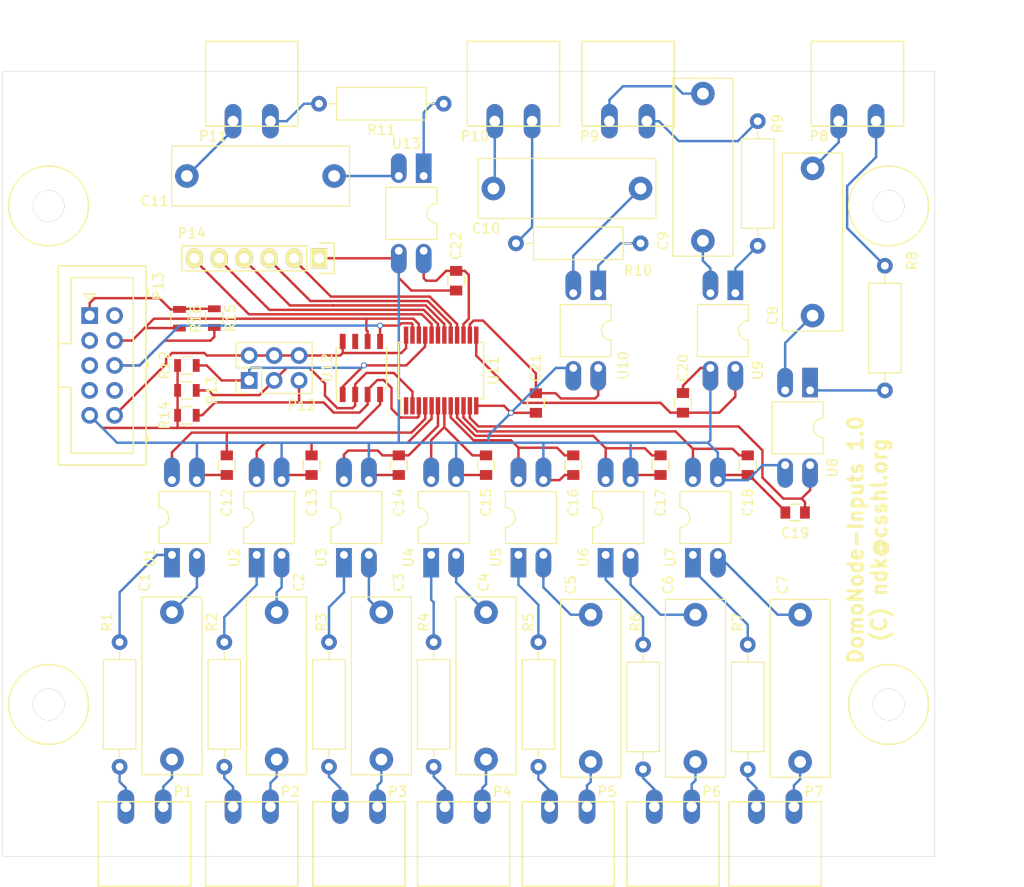
<source format=kicad_pcb>
(kicad_pcb (version 4) (host pcbnew 4.0.7-e2-6376~58~ubuntu16.04.1)

  (general
    (links 121)
    (no_connects 0)
    (area 135.422 19.652 248.134 111.071)
    (thickness 1.6)
    (drawings 3)
    (tracks 443)
    (zones 0)
    (modules 66)
    (nets 69)
  )

  (page A4)
  (layers
    (0 F.Cu signal)
    (31 B.Cu signal)
    (32 B.Adhes user)
    (33 F.Adhes user)
    (34 B.Paste user)
    (35 F.Paste user)
    (36 B.SilkS user)
    (37 F.SilkS user)
    (38 B.Mask user)
    (39 F.Mask user)
    (40 Dwgs.User user)
    (41 Cmts.User user)
    (42 Eco1.User user)
    (43 Eco2.User user)
    (44 Edge.Cuts user)
    (45 Margin user)
    (46 B.CrtYd user)
    (47 F.CrtYd user)
    (48 B.Fab user)
    (49 F.Fab user hide)
  )

  (setup
    (last_trace_width 0.25)
    (trace_clearance 0.2)
    (zone_clearance 0.508)
    (zone_45_only no)
    (trace_min 0.2)
    (segment_width 0.2)
    (edge_width 0.15)
    (via_size 0.6)
    (via_drill 0.4)
    (via_min_size 0.4)
    (via_min_drill 0.3)
    (uvia_size 0.3)
    (uvia_drill 0.1)
    (uvias_allowed no)
    (uvia_min_size 0.2)
    (uvia_min_drill 0.1)
    (pcb_text_width 0.3)
    (pcb_text_size 1.5 1.5)
    (mod_edge_width 0.15)
    (mod_text_size 1 1)
    (mod_text_width 0.15)
    (pad_size 1.524 1.524)
    (pad_drill 0.762)
    (pad_to_mask_clearance 0.2)
    (aux_axis_origin 0 0)
    (visible_elements FFFFEF7F)
    (pcbplotparams
      (layerselection 0x01030_80000001)
      (usegerberextensions false)
      (excludeedgelayer true)
      (linewidth 0.100000)
      (plotframeref false)
      (viasonmask false)
      (mode 1)
      (useauxorigin false)
      (hpglpennumber 1)
      (hpglpenspeed 20)
      (hpglpendiameter 15)
      (hpglpenoverlay 2)
      (psnegative false)
      (psa4output false)
      (plotreference true)
      (plotvalue true)
      (plotinvisibletext false)
      (padsonsilk false)
      (subtractmaskfromsilk false)
      (outputformat 1)
      (mirror false)
      (drillshape 0)
      (scaleselection 1)
      (outputdirectory ../../../../../Scrivania/DomoNode-Inputs/))
  )

  (net 0 "")
  (net 1 "Net-(C1-Pad1)")
  (net 2 "Net-(C1-Pad2)")
  (net 3 "Net-(C2-Pad1)")
  (net 4 "Net-(C2-Pad2)")
  (net 5 "Net-(C3-Pad1)")
  (net 6 "Net-(C3-Pad2)")
  (net 7 "Net-(C4-Pad1)")
  (net 8 "Net-(C4-Pad2)")
  (net 9 "Net-(C5-Pad1)")
  (net 10 "Net-(C5-Pad2)")
  (net 11 "Net-(C6-Pad1)")
  (net 12 "Net-(C6-Pad2)")
  (net 13 "Net-(C7-Pad1)")
  (net 14 "Net-(C7-Pad2)")
  (net 15 "Net-(C8-Pad1)")
  (net 16 "Net-(C8-Pad2)")
  (net 17 "Net-(R1-Pad1)")
  (net 18 "Net-(R2-Pad1)")
  (net 19 "Net-(R3-Pad1)")
  (net 20 "Net-(R4-Pad1)")
  (net 21 "Net-(R5-Pad1)")
  (net 22 "Net-(R6-Pad1)")
  (net 23 "Net-(R7-Pad1)")
  (net 24 "Net-(R8-Pad1)")
  (net 25 "Net-(P1-Pad2)")
  (net 26 "Net-(P2-Pad2)")
  (net 27 "Net-(P3-Pad2)")
  (net 28 "Net-(P4-Pad2)")
  (net 29 "Net-(P5-Pad2)")
  (net 30 "Net-(P6-Pad2)")
  (net 31 "Net-(P7-Pad2)")
  (net 32 "Net-(P8-Pad2)")
  (net 33 GND)
  (net 34 +3V3)
  (net 35 /SCL)
  (net 36 /SDA)
  (net 37 +5V)
  (net 38 /A0)
  (net 39 /A1)
  (net 40 /A2)
  (net 41 /IN1)
  (net 42 /IN2)
  (net 43 /IN3)
  (net 44 /IN4)
  (net 45 /IN5)
  (net 46 /IN6)
  (net 47 /IN7)
  (net 48 /IN8)
  (net 49 "Net-(C9-Pad1)")
  (net 50 "Net-(C9-Pad2)")
  (net 51 "Net-(C10-Pad1)")
  (net 52 "Net-(C10-Pad2)")
  (net 53 "Net-(P9-Pad2)")
  (net 54 "Net-(P10-Pad2)")
  (net 55 "Net-(R9-Pad1)")
  (net 56 "Net-(R10-Pad1)")
  (net 57 /IN9)
  (net 58 /IN10)
  (net 59 /IN11)
  (net 60 "Net-(C11-Pad1)")
  (net 61 "Net-(C11-Pad2)")
  (net 62 "Net-(P11-Pad2)")
  (net 63 "Net-(R11-Pad1)")
  (net 64 /LVIN1)
  (net 65 /LVIN2)
  (net 66 /LVIN3)
  (net 67 /LVIN4)
  (net 68 /LVIN5)

  (net_class Default "Questo è il gruppo di collegamenti predefinito"
    (clearance 0.2)
    (trace_width 0.25)
    (via_dia 0.6)
    (via_drill 0.4)
    (uvia_dia 0.3)
    (uvia_drill 0.1)
    (add_net +3V3)
    (add_net +5V)
    (add_net /A0)
    (add_net /A1)
    (add_net /A2)
    (add_net /IN1)
    (add_net /IN10)
    (add_net /IN11)
    (add_net /IN2)
    (add_net /IN3)
    (add_net /IN4)
    (add_net /IN5)
    (add_net /IN6)
    (add_net /IN7)
    (add_net /IN8)
    (add_net /IN9)
    (add_net /LVIN1)
    (add_net /LVIN2)
    (add_net /LVIN3)
    (add_net /LVIN4)
    (add_net /LVIN5)
    (add_net /SCL)
    (add_net /SDA)
    (add_net GND)
    (add_net "Net-(C1-Pad1)")
    (add_net "Net-(C10-Pad1)")
    (add_net "Net-(C11-Pad1)")
    (add_net "Net-(C2-Pad1)")
    (add_net "Net-(C3-Pad1)")
    (add_net "Net-(C4-Pad1)")
    (add_net "Net-(C5-Pad1)")
    (add_net "Net-(C6-Pad1)")
    (add_net "Net-(C7-Pad1)")
    (add_net "Net-(C8-Pad1)")
    (add_net "Net-(C9-Pad1)")
    (add_net "Net-(R1-Pad1)")
    (add_net "Net-(R10-Pad1)")
    (add_net "Net-(R11-Pad1)")
    (add_net "Net-(R2-Pad1)")
    (add_net "Net-(R3-Pad1)")
    (add_net "Net-(R4-Pad1)")
    (add_net "Net-(R5-Pad1)")
    (add_net "Net-(R6-Pad1)")
    (add_net "Net-(R7-Pad1)")
    (add_net "Net-(R8-Pad1)")
    (add_net "Net-(R9-Pad1)")
  )

  (net_class 220V ""
    (clearance 1.5)
    (trace_width 0.25)
    (via_dia 0.6)
    (via_drill 0.4)
    (uvia_dia 0.3)
    (uvia_drill 0.1)
    (add_net "Net-(C1-Pad2)")
    (add_net "Net-(C10-Pad2)")
    (add_net "Net-(C11-Pad2)")
    (add_net "Net-(C2-Pad2)")
    (add_net "Net-(C3-Pad2)")
    (add_net "Net-(C4-Pad2)")
    (add_net "Net-(C5-Pad2)")
    (add_net "Net-(C6-Pad2)")
    (add_net "Net-(C7-Pad2)")
    (add_net "Net-(C8-Pad2)")
    (add_net "Net-(C9-Pad2)")
    (add_net "Net-(P1-Pad2)")
    (add_net "Net-(P10-Pad2)")
    (add_net "Net-(P11-Pad2)")
    (add_net "Net-(P2-Pad2)")
    (add_net "Net-(P3-Pad2)")
    (add_net "Net-(P4-Pad2)")
    (add_net "Net-(P5-Pad2)")
    (add_net "Net-(P6-Pad2)")
    (add_net "Net-(P7-Pad2)")
    (add_net "Net-(P8-Pad2)")
    (add_net "Net-(P9-Pad2)")
  )

  (module Capacitors_SMD:C_0805 (layer F.Cu) (tedit 5415D6EA) (tstamp 5AF16461)
    (at 171.704 66.548 270)
    (descr "Capacitor SMD 0805, reflow soldering, AVX (see smccp.pdf)")
    (tags "capacitor 0805")
    (path /5AF164CB)
    (attr smd)
    (fp_text reference C13 (at 3.81 0 270) (layer F.SilkS)
      (effects (font (size 1 1) (thickness 0.15)))
    )
    (fp_text value C (at 0 2.1 270) (layer F.Fab)
      (effects (font (size 1 1) (thickness 0.15)))
    )
    (fp_line (start -1.8 -1) (end 1.8 -1) (layer F.CrtYd) (width 0.05))
    (fp_line (start -1.8 1) (end 1.8 1) (layer F.CrtYd) (width 0.05))
    (fp_line (start -1.8 -1) (end -1.8 1) (layer F.CrtYd) (width 0.05))
    (fp_line (start 1.8 -1) (end 1.8 1) (layer F.CrtYd) (width 0.05))
    (fp_line (start 0.5 -0.85) (end -0.5 -0.85) (layer F.SilkS) (width 0.15))
    (fp_line (start -0.5 0.85) (end 0.5 0.85) (layer F.SilkS) (width 0.15))
    (pad 1 smd rect (at -1 0 270) (size 1 1.25) (layers F.Cu F.Paste F.Mask)
      (net 42 /IN2))
    (pad 2 smd rect (at 1 0 270) (size 1 1.25) (layers F.Cu F.Paste F.Mask)
      (net 33 GND))
    (model Capacitors_SMD.3dshapes/C_0805.wrl
      (at (xyz 0 0 0))
      (scale (xyz 1 1 1))
      (rotate (xyz 0 0 0))
    )
  )

  (module "AAA mie lib verificate:DIP-4_W7.62mm_e_SOT-4" (layer F.Cu) (tedit 5A6DAABE) (tstamp 5A6635DF)
    (at 166.116 75.692 90)
    (descr "4-lead though-hole mounted DIP package, row spacing 7.62 mm (300 mils)")
    (tags "THT DIP DIL PDIP 2.54mm 7.62mm 300mil")
    (path /5A66321C)
    (fp_text reference U2 (at -0.254 -2.286 90) (layer F.SilkS)
      (effects (font (size 1 1) (thickness 0.15)))
    )
    (fp_text value TLP620 (at 3.81 4.87 90) (layer F.Fab) hide
      (effects (font (size 1 1) (thickness 0.15)))
    )
    (fp_arc (start 3.81 -1.33) (end 2.81 -1.33) (angle -180) (layer F.SilkS) (width 0.12))
    (fp_line (start 1.635 -1.27) (end 6.985 -1.27) (layer F.Fab) (width 0.1))
    (fp_line (start 6.985 -1.27) (end 6.985 3.81) (layer F.Fab) (width 0.1))
    (fp_line (start 6.985 3.81) (end 0.635 3.81) (layer F.Fab) (width 0.1))
    (fp_line (start 0.635 3.81) (end 0.635 -0.27) (layer F.Fab) (width 0.1))
    (fp_line (start 0.635 -0.27) (end 1.635 -1.27) (layer F.Fab) (width 0.1))
    (fp_line (start 2.81 -1.33) (end 1.16 -1.33) (layer F.SilkS) (width 0.12))
    (fp_line (start 1.16 -1.33) (end 1.16 3.87) (layer F.SilkS) (width 0.12))
    (fp_line (start 1.16 3.87) (end 6.46 3.87) (layer F.SilkS) (width 0.12))
    (fp_line (start 6.46 3.87) (end 6.46 -1.33) (layer F.SilkS) (width 0.12))
    (fp_line (start 6.46 -1.33) (end 4.81 -1.33) (layer F.SilkS) (width 0.12))
    (fp_line (start -1.1 -1.55) (end -1.1 4.1) (layer F.CrtYd) (width 0.05))
    (fp_line (start -1.1 4.1) (end 8.7 4.1) (layer F.CrtYd) (width 0.05))
    (fp_line (start 8.7 4.1) (end 8.7 -1.55) (layer F.CrtYd) (width 0.05))
    (fp_line (start 8.7 -1.55) (end -1.1 -1.55) (layer F.CrtYd) (width 0.05))
    (fp_text user %R (at 3.81 1.27 90) (layer F.Fab)
      (effects (font (size 1 1) (thickness 0.15)))
    )
    (pad 1 thru_hole rect (at 0 0 90) (size 3 1.6) (drill 0.8 (offset -0.8 0)) (layers *.Cu *.Mask)
      (net 18 "Net-(R2-Pad1)"))
    (pad 3 thru_hole oval (at 7.62 2.54 90) (size 3 1.6) (drill 0.8 (offset 0.8 0)) (layers *.Cu *.Mask)
      (net 33 GND))
    (pad 2 thru_hole oval (at 0 2.54 90) (size 3 1.6) (drill 0.8 (offset -0.8 0)) (layers *.Cu *.Mask)
      (net 3 "Net-(C2-Pad1)"))
    (pad 4 thru_hole oval (at 7.62 0 90) (size 3 1.6) (drill 0.8 (offset 0.8 0)) (layers *.Cu *.Mask)
      (net 42 /IN2))
    (model ${KISYS3DMOD}/Housings_DIP.3dshapes/DIP-4_W7.62mm.wrl
      (at (xyz 0 0 0))
      (scale (xyz 1 1 1))
      (rotate (xyz 0 0 0))
    )
  )

  (module "AAA mie lib verificate:Enclosure_DIN_6p" locked (layer F.Cu) (tedit 5A25944A) (tstamp 5A663874)
    (at 140.208 106.426)
    (descr "PCB outline for DIN enclosure, 6 modules")
    (tags "PCB outline for DIN enclosure, 6 modules")
    (fp_text reference BOX (at 0 0) (layer F.SilkS) hide
      (effects (font (thickness 0.15)))
    )
    (fp_text value "" (at 0 0) (layer F.SilkS)
      (effects (font (thickness 0.15)))
    )
    (fp_circle (center 90.297 -15.494) (end 94.361 -15.494) (layer F.SilkS) (width 0.15))
    (fp_circle (center 90.297 -66.294) (end 94.361 -66.294) (layer F.SilkS) (width 0.15))
    (fp_circle (center 4.699 -66.294) (end 4.699 -62.23) (layer F.SilkS) (width 0.15))
    (fp_circle (center 4.699 -15.494) (end 8.763 -15.621) (layer F.SilkS) (width 0.15))
    (fp_line (start 0 -80) (end 95 -80) (layer Edge.Cuts) (width 0.05))
    (fp_line (start 0 0) (end 95 0) (layer Edge.Cuts) (width 0.05))
    (fp_line (start 0 0) (end 0 -80) (layer Edge.Cuts) (width 0.05))
    (fp_line (start 95 -80) (end 95 0) (layer Edge.Cuts) (width 0.05))
    (pad 1 thru_hole circle (at 4.699 -66.294) (size 3.2 3.2) (drill 3.2) (layers *.Cu *.Mask))
    (pad 2 thru_hole circle (at 4.699 -15.494) (size 3.2 3.2) (drill 3.2) (layers *.Cu *.Mask))
    (pad 3 thru_hole circle (at 90.297 -15.494) (size 3.2 3.2) (drill 3.2) (layers *.Cu *.Mask))
    (pad 4 thru_hole circle (at 90.297 -66.294) (size 3.2 3.2) (drill 3.2) (layers *.Cu *.Mask))
  )

  (module Resistors_ThroughHole:R_Axial_DIN0309_L9.0mm_D3.2mm_P12.70mm_Horizontal (layer F.Cu) (tedit 5A6DAA04) (tstamp 5A6CDA0E)
    (at 217.17 44.196 90)
    (descr "Resistor, Axial_DIN0309 series, Axial, Horizontal, pin pitch=12.7mm, 0.5W = 1/2W, length*diameter=9*3.2mm^2, http://cdn-reichelt.de/documents/datenblatt/B400/1_4W%23YAG.pdf")
    (tags "Resistor Axial_DIN0309 series Axial Horizontal pin pitch 12.7mm 0.5W = 1/2W length 9mm diameter 3.2mm")
    (path /5A6CD25D)
    (fp_text reference R9 (at 12.446 2.032 90) (layer F.SilkS)
      (effects (font (size 1 1) (thickness 0.15)))
    )
    (fp_text value R (at 6.35 2.66 90) (layer F.Fab)
      (effects (font (size 1 1) (thickness 0.15)))
    )
    (fp_line (start 1.85 -1.6) (end 1.85 1.6) (layer F.Fab) (width 0.1))
    (fp_line (start 1.85 1.6) (end 10.85 1.6) (layer F.Fab) (width 0.1))
    (fp_line (start 10.85 1.6) (end 10.85 -1.6) (layer F.Fab) (width 0.1))
    (fp_line (start 10.85 -1.6) (end 1.85 -1.6) (layer F.Fab) (width 0.1))
    (fp_line (start 0 0) (end 1.85 0) (layer F.Fab) (width 0.1))
    (fp_line (start 12.7 0) (end 10.85 0) (layer F.Fab) (width 0.1))
    (fp_line (start 1.79 -1.66) (end 1.79 1.66) (layer F.SilkS) (width 0.12))
    (fp_line (start 1.79 1.66) (end 10.91 1.66) (layer F.SilkS) (width 0.12))
    (fp_line (start 10.91 1.66) (end 10.91 -1.66) (layer F.SilkS) (width 0.12))
    (fp_line (start 10.91 -1.66) (end 1.79 -1.66) (layer F.SilkS) (width 0.12))
    (fp_line (start 0.98 0) (end 1.79 0) (layer F.SilkS) (width 0.12))
    (fp_line (start 11.72 0) (end 10.91 0) (layer F.SilkS) (width 0.12))
    (fp_line (start -1.05 -1.95) (end -1.05 1.95) (layer F.CrtYd) (width 0.05))
    (fp_line (start -1.05 1.95) (end 13.75 1.95) (layer F.CrtYd) (width 0.05))
    (fp_line (start 13.75 1.95) (end 13.75 -1.95) (layer F.CrtYd) (width 0.05))
    (fp_line (start 13.75 -1.95) (end -1.05 -1.95) (layer F.CrtYd) (width 0.05))
    (pad 1 thru_hole circle (at 0 0 90) (size 1.6 1.6) (drill 0.8) (layers *.Cu *.Mask)
      (net 55 "Net-(R9-Pad1)"))
    (pad 2 thru_hole oval (at 12.7 0 90) (size 1.6 1.6) (drill 0.8) (layers *.Cu *.Mask)
      (net 53 "Net-(P9-Pad2)"))
    (model ${KISYS3DMOD}/Resistors_THT.3dshapes/R_Axial_DIN0309_L9.0mm_D3.2mm_P12.70mm_Horizontal.wrl
      (at (xyz 0 0 0))
      (scale (xyz 0.393701 0.393701 0.393701))
      (rotate (xyz 0 0 0))
    )
  )

  (module Pin_Headers:Pin_Header_Straight_2x03_Pitch2.54mm (layer F.Cu) (tedit 5A6DAB7F) (tstamp 5A678BFC)
    (at 165.354 57.912 90)
    (descr "Through hole straight pin header, 2x03, 2.54mm pitch, double rows")
    (tags "Through hole pin header THT 2x03 2.54mm double row")
    (path /5A67A6B6)
    (fp_text reference P12 (at -2.54 5.334 180) (layer F.SilkS)
      (effects (font (size 1 1) (thickness 0.15)))
    )
    (fp_text value CONN_02X03 (at 1.27 7.41 90) (layer F.Fab) hide
      (effects (font (size 1 1) (thickness 0.15)))
    )
    (fp_line (start 0 -1.27) (end 3.81 -1.27) (layer F.Fab) (width 0.1))
    (fp_line (start 3.81 -1.27) (end 3.81 6.35) (layer F.Fab) (width 0.1))
    (fp_line (start 3.81 6.35) (end -1.27 6.35) (layer F.Fab) (width 0.1))
    (fp_line (start -1.27 6.35) (end -1.27 0) (layer F.Fab) (width 0.1))
    (fp_line (start -1.27 0) (end 0 -1.27) (layer F.Fab) (width 0.1))
    (fp_line (start -1.33 6.41) (end 3.87 6.41) (layer F.SilkS) (width 0.12))
    (fp_line (start -1.33 1.27) (end -1.33 6.41) (layer F.SilkS) (width 0.12))
    (fp_line (start 3.87 -1.33) (end 3.87 6.41) (layer F.SilkS) (width 0.12))
    (fp_line (start -1.33 1.27) (end 1.27 1.27) (layer F.SilkS) (width 0.12))
    (fp_line (start 1.27 1.27) (end 1.27 -1.33) (layer F.SilkS) (width 0.12))
    (fp_line (start 1.27 -1.33) (end 3.87 -1.33) (layer F.SilkS) (width 0.12))
    (fp_line (start -1.33 0) (end -1.33 -1.33) (layer F.SilkS) (width 0.12))
    (fp_line (start -1.33 -1.33) (end 0 -1.33) (layer F.SilkS) (width 0.12))
    (fp_line (start -1.8 -1.8) (end -1.8 6.85) (layer F.CrtYd) (width 0.05))
    (fp_line (start -1.8 6.85) (end 4.35 6.85) (layer F.CrtYd) (width 0.05))
    (fp_line (start 4.35 6.85) (end 4.35 -1.8) (layer F.CrtYd) (width 0.05))
    (fp_line (start 4.35 -1.8) (end -1.8 -1.8) (layer F.CrtYd) (width 0.05))
    (fp_text user %R (at 1.27 2.54 180) (layer F.Fab)
      (effects (font (size 1 1) (thickness 0.15)))
    )
    (pad 1 thru_hole rect (at 0 0 90) (size 1.7 1.7) (drill 1) (layers *.Cu *.Mask)
      (net 38 /A0))
    (pad 2 thru_hole oval (at 2.54 0 90) (size 1.7 1.7) (drill 1) (layers *.Cu *.Mask)
      (net 37 +5V))
    (pad 3 thru_hole oval (at 0 2.54 90) (size 1.7 1.7) (drill 1) (layers *.Cu *.Mask)
      (net 39 /A1))
    (pad 4 thru_hole oval (at 2.54 2.54 90) (size 1.7 1.7) (drill 1) (layers *.Cu *.Mask)
      (net 37 +5V))
    (pad 5 thru_hole oval (at 0 5.08 90) (size 1.7 1.7) (drill 1) (layers *.Cu *.Mask)
      (net 40 /A2))
    (pad 6 thru_hole oval (at 2.54 5.08 90) (size 1.7 1.7) (drill 1) (layers *.Cu *.Mask)
      (net 37 +5V))
    (model ${KISYS3DMOD}/Pin_Headers.3dshapes/Pin_Header_Straight_2x03_Pitch2.54mm.wrl
      (at (xyz 0 0 0))
      (scale (xyz 1 1 1))
      (rotate (xyz 0 0 0))
    )
  )

  (module Capacitors_ThroughHole:C_Rect_L18.0mm_W6.0mm_P15.00mm_FKS3_FKP3 (layer F.Cu) (tedit 5A6DAADD) (tstamp 5A6634B5)
    (at 157.48 81.534 270)
    (descr "C, Rect series, Radial, pin pitch=15.00mm, , length*width=18*6mm^2, Capacitor, http://www.wima.com/EN/WIMA_FKS_3.pdf")
    (tags "C Rect series Radial pin pitch 15.00mm  length 18mm width 6mm Capacitor")
    (path /5A662FA6)
    (fp_text reference C1 (at -3.048 2.794 270) (layer F.SilkS)
      (effects (font (size 1 1) (thickness 0.15)))
    )
    (fp_text value C (at 7.5 4.31 270) (layer F.Fab)
      (effects (font (size 1 1) (thickness 0.15)))
    )
    (fp_line (start -1.5 -3) (end -1.5 3) (layer F.Fab) (width 0.1))
    (fp_line (start -1.5 3) (end 16.5 3) (layer F.Fab) (width 0.1))
    (fp_line (start 16.5 3) (end 16.5 -3) (layer F.Fab) (width 0.1))
    (fp_line (start 16.5 -3) (end -1.5 -3) (layer F.Fab) (width 0.1))
    (fp_line (start -1.56 -3.06) (end 16.56 -3.06) (layer F.SilkS) (width 0.12))
    (fp_line (start -1.56 3.06) (end 16.56 3.06) (layer F.SilkS) (width 0.12))
    (fp_line (start -1.56 -3.06) (end -1.56 3.06) (layer F.SilkS) (width 0.12))
    (fp_line (start 16.56 -3.06) (end 16.56 3.06) (layer F.SilkS) (width 0.12))
    (fp_line (start -1.85 -3.35) (end -1.85 3.35) (layer F.CrtYd) (width 0.05))
    (fp_line (start -1.85 3.35) (end 16.85 3.35) (layer F.CrtYd) (width 0.05))
    (fp_line (start 16.85 3.35) (end 16.85 -3.35) (layer F.CrtYd) (width 0.05))
    (fp_line (start 16.85 -3.35) (end -1.85 -3.35) (layer F.CrtYd) (width 0.05))
    (fp_text user %R (at 7.5 0 270) (layer F.Fab)
      (effects (font (size 1 1) (thickness 0.15)))
    )
    (pad 1 thru_hole circle (at 0 0 270) (size 2.4 2.4) (drill 1.2) (layers *.Cu *.Mask)
      (net 1 "Net-(C1-Pad1)"))
    (pad 2 thru_hole circle (at 15 0 270) (size 2.4 2.4) (drill 1.2) (layers *.Cu *.Mask)
      (net 2 "Net-(C1-Pad2)"))
    (model ${KISYS3DMOD}/Capacitors_THT.3dshapes/C_Rect_L18.0mm_W6.0mm_P15.00mm_FKS3_FKP3.wrl
      (at (xyz 0 0 0))
      (scale (xyz 1 1 1))
      (rotate (xyz 0 0 0))
    )
  )

  (module Capacitors_ThroughHole:C_Rect_L18.0mm_W6.0mm_P15.00mm_FKS3_FKP3 (layer F.Cu) (tedit 5A6DAAF1) (tstamp 5A6634BB)
    (at 168.148 81.534 270)
    (descr "C, Rect series, Radial, pin pitch=15.00mm, , length*width=18*6mm^2, Capacitor, http://www.wima.com/EN/WIMA_FKS_3.pdf")
    (tags "C Rect series Radial pin pitch 15.00mm  length 18mm width 6mm Capacitor")
    (path /5A663216)
    (fp_text reference C2 (at -3.048 -2.286 270) (layer F.SilkS)
      (effects (font (size 1 1) (thickness 0.15)))
    )
    (fp_text value C (at 7.5 4.31 270) (layer F.Fab)
      (effects (font (size 1 1) (thickness 0.15)))
    )
    (fp_line (start -1.5 -3) (end -1.5 3) (layer F.Fab) (width 0.1))
    (fp_line (start -1.5 3) (end 16.5 3) (layer F.Fab) (width 0.1))
    (fp_line (start 16.5 3) (end 16.5 -3) (layer F.Fab) (width 0.1))
    (fp_line (start 16.5 -3) (end -1.5 -3) (layer F.Fab) (width 0.1))
    (fp_line (start -1.56 -3.06) (end 16.56 -3.06) (layer F.SilkS) (width 0.12))
    (fp_line (start -1.56 3.06) (end 16.56 3.06) (layer F.SilkS) (width 0.12))
    (fp_line (start -1.56 -3.06) (end -1.56 3.06) (layer F.SilkS) (width 0.12))
    (fp_line (start 16.56 -3.06) (end 16.56 3.06) (layer F.SilkS) (width 0.12))
    (fp_line (start -1.85 -3.35) (end -1.85 3.35) (layer F.CrtYd) (width 0.05))
    (fp_line (start -1.85 3.35) (end 16.85 3.35) (layer F.CrtYd) (width 0.05))
    (fp_line (start 16.85 3.35) (end 16.85 -3.35) (layer F.CrtYd) (width 0.05))
    (fp_line (start 16.85 -3.35) (end -1.85 -3.35) (layer F.CrtYd) (width 0.05))
    (fp_text user %R (at 7.5 0 270) (layer F.Fab)
      (effects (font (size 1 1) (thickness 0.15)))
    )
    (pad 1 thru_hole circle (at 0 0 270) (size 2.4 2.4) (drill 1.2) (layers *.Cu *.Mask)
      (net 3 "Net-(C2-Pad1)"))
    (pad 2 thru_hole circle (at 15 0 270) (size 2.4 2.4) (drill 1.2) (layers *.Cu *.Mask)
      (net 4 "Net-(C2-Pad2)"))
    (model ${KISYS3DMOD}/Capacitors_THT.3dshapes/C_Rect_L18.0mm_W6.0mm_P15.00mm_FKS3_FKP3.wrl
      (at (xyz 0 0 0))
      (scale (xyz 1 1 1))
      (rotate (xyz 0 0 0))
    )
  )

  (module Capacitors_ThroughHole:C_Rect_L18.0mm_W6.0mm_P15.00mm_FKS3_FKP3 (layer F.Cu) (tedit 5A6DAB38) (tstamp 5A6634C1)
    (at 178.816 81.534 270)
    (descr "C, Rect series, Radial, pin pitch=15.00mm, , length*width=18*6mm^2, Capacitor, http://www.wima.com/EN/WIMA_FKS_3.pdf")
    (tags "C Rect series Radial pin pitch 15.00mm  length 18mm width 6mm Capacitor")
    (path /5A66335C)
    (fp_text reference C3 (at -3.048 -1.778 270) (layer F.SilkS)
      (effects (font (size 1 1) (thickness 0.15)))
    )
    (fp_text value C (at 7.5 4.31 270) (layer F.Fab)
      (effects (font (size 1 1) (thickness 0.15)))
    )
    (fp_line (start -1.5 -3) (end -1.5 3) (layer F.Fab) (width 0.1))
    (fp_line (start -1.5 3) (end 16.5 3) (layer F.Fab) (width 0.1))
    (fp_line (start 16.5 3) (end 16.5 -3) (layer F.Fab) (width 0.1))
    (fp_line (start 16.5 -3) (end -1.5 -3) (layer F.Fab) (width 0.1))
    (fp_line (start -1.56 -3.06) (end 16.56 -3.06) (layer F.SilkS) (width 0.12))
    (fp_line (start -1.56 3.06) (end 16.56 3.06) (layer F.SilkS) (width 0.12))
    (fp_line (start -1.56 -3.06) (end -1.56 3.06) (layer F.SilkS) (width 0.12))
    (fp_line (start 16.56 -3.06) (end 16.56 3.06) (layer F.SilkS) (width 0.12))
    (fp_line (start -1.85 -3.35) (end -1.85 3.35) (layer F.CrtYd) (width 0.05))
    (fp_line (start -1.85 3.35) (end 16.85 3.35) (layer F.CrtYd) (width 0.05))
    (fp_line (start 16.85 3.35) (end 16.85 -3.35) (layer F.CrtYd) (width 0.05))
    (fp_line (start 16.85 -3.35) (end -1.85 -3.35) (layer F.CrtYd) (width 0.05))
    (fp_text user %R (at 7.5 0 270) (layer F.Fab)
      (effects (font (size 1 1) (thickness 0.15)))
    )
    (pad 1 thru_hole circle (at 0 0 270) (size 2.4 2.4) (drill 1.2) (layers *.Cu *.Mask)
      (net 5 "Net-(C3-Pad1)"))
    (pad 2 thru_hole circle (at 15 0 270) (size 2.4 2.4) (drill 1.2) (layers *.Cu *.Mask)
      (net 6 "Net-(C3-Pad2)"))
    (model ${KISYS3DMOD}/Capacitors_THT.3dshapes/C_Rect_L18.0mm_W6.0mm_P15.00mm_FKS3_FKP3.wrl
      (at (xyz 0 0 0))
      (scale (xyz 1 1 1))
      (rotate (xyz 0 0 0))
    )
  )

  (module Capacitors_ThroughHole:C_Rect_L18.0mm_W6.0mm_P15.00mm_FKS3_FKP3 (layer F.Cu) (tedit 5A6DAB44) (tstamp 5A6634C7)
    (at 189.484 81.534 270)
    (descr "C, Rect series, Radial, pin pitch=15.00mm, , length*width=18*6mm^2, Capacitor, http://www.wima.com/EN/WIMA_FKS_3.pdf")
    (tags "C Rect series Radial pin pitch 15.00mm  length 18mm width 6mm Capacitor")
    (path /5A66337A)
    (fp_text reference C4 (at -3.048 0.254 270) (layer F.SilkS)
      (effects (font (size 1 1) (thickness 0.15)))
    )
    (fp_text value C (at 7.5 4.31 270) (layer F.Fab)
      (effects (font (size 1 1) (thickness 0.15)))
    )
    (fp_line (start -1.5 -3) (end -1.5 3) (layer F.Fab) (width 0.1))
    (fp_line (start -1.5 3) (end 16.5 3) (layer F.Fab) (width 0.1))
    (fp_line (start 16.5 3) (end 16.5 -3) (layer F.Fab) (width 0.1))
    (fp_line (start 16.5 -3) (end -1.5 -3) (layer F.Fab) (width 0.1))
    (fp_line (start -1.56 -3.06) (end 16.56 -3.06) (layer F.SilkS) (width 0.12))
    (fp_line (start -1.56 3.06) (end 16.56 3.06) (layer F.SilkS) (width 0.12))
    (fp_line (start -1.56 -3.06) (end -1.56 3.06) (layer F.SilkS) (width 0.12))
    (fp_line (start 16.56 -3.06) (end 16.56 3.06) (layer F.SilkS) (width 0.12))
    (fp_line (start -1.85 -3.35) (end -1.85 3.35) (layer F.CrtYd) (width 0.05))
    (fp_line (start -1.85 3.35) (end 16.85 3.35) (layer F.CrtYd) (width 0.05))
    (fp_line (start 16.85 3.35) (end 16.85 -3.35) (layer F.CrtYd) (width 0.05))
    (fp_line (start 16.85 -3.35) (end -1.85 -3.35) (layer F.CrtYd) (width 0.05))
    (fp_text user %R (at 7.5 0 270) (layer F.Fab)
      (effects (font (size 1 1) (thickness 0.15)))
    )
    (pad 1 thru_hole circle (at 0 0 270) (size 2.4 2.4) (drill 1.2) (layers *.Cu *.Mask)
      (net 7 "Net-(C4-Pad1)"))
    (pad 2 thru_hole circle (at 15 0 270) (size 2.4 2.4) (drill 1.2) (layers *.Cu *.Mask)
      (net 8 "Net-(C4-Pad2)"))
    (model ${KISYS3DMOD}/Capacitors_THT.3dshapes/C_Rect_L18.0mm_W6.0mm_P15.00mm_FKS3_FKP3.wrl
      (at (xyz 0 0 0))
      (scale (xyz 1 1 1))
      (rotate (xyz 0 0 0))
    )
  )

  (module Capacitors_ThroughHole:C_Rect_L18.0mm_W6.0mm_P15.00mm_FKS3_FKP3 (layer F.Cu) (tedit 5A6DAB4F) (tstamp 5A6634CD)
    (at 200.152 81.788 270)
    (descr "C, Rect series, Radial, pin pitch=15.00mm, , length*width=18*6mm^2, Capacitor, http://www.wima.com/EN/WIMA_FKS_3.pdf")
    (tags "C Rect series Radial pin pitch 15.00mm  length 18mm width 6mm Capacitor")
    (path /5A663618)
    (fp_text reference C5 (at -3.048 2.032 270) (layer F.SilkS)
      (effects (font (size 1 1) (thickness 0.15)))
    )
    (fp_text value C (at 7.5 4.31 270) (layer F.Fab)
      (effects (font (size 1 1) (thickness 0.15)))
    )
    (fp_line (start -1.5 -3) (end -1.5 3) (layer F.Fab) (width 0.1))
    (fp_line (start -1.5 3) (end 16.5 3) (layer F.Fab) (width 0.1))
    (fp_line (start 16.5 3) (end 16.5 -3) (layer F.Fab) (width 0.1))
    (fp_line (start 16.5 -3) (end -1.5 -3) (layer F.Fab) (width 0.1))
    (fp_line (start -1.56 -3.06) (end 16.56 -3.06) (layer F.SilkS) (width 0.12))
    (fp_line (start -1.56 3.06) (end 16.56 3.06) (layer F.SilkS) (width 0.12))
    (fp_line (start -1.56 -3.06) (end -1.56 3.06) (layer F.SilkS) (width 0.12))
    (fp_line (start 16.56 -3.06) (end 16.56 3.06) (layer F.SilkS) (width 0.12))
    (fp_line (start -1.85 -3.35) (end -1.85 3.35) (layer F.CrtYd) (width 0.05))
    (fp_line (start -1.85 3.35) (end 16.85 3.35) (layer F.CrtYd) (width 0.05))
    (fp_line (start 16.85 3.35) (end 16.85 -3.35) (layer F.CrtYd) (width 0.05))
    (fp_line (start 16.85 -3.35) (end -1.85 -3.35) (layer F.CrtYd) (width 0.05))
    (fp_text user %R (at 7.5 0 270) (layer F.Fab)
      (effects (font (size 1 1) (thickness 0.15)))
    )
    (pad 1 thru_hole circle (at 0 0 270) (size 2.4 2.4) (drill 1.2) (layers *.Cu *.Mask)
      (net 9 "Net-(C5-Pad1)"))
    (pad 2 thru_hole circle (at 15 0 270) (size 2.4 2.4) (drill 1.2) (layers *.Cu *.Mask)
      (net 10 "Net-(C5-Pad2)"))
    (model ${KISYS3DMOD}/Capacitors_THT.3dshapes/C_Rect_L18.0mm_W6.0mm_P15.00mm_FKS3_FKP3.wrl
      (at (xyz 0 0 0))
      (scale (xyz 1 1 1))
      (rotate (xyz 0 0 0))
    )
  )

  (module Capacitors_ThroughHole:C_Rect_L18.0mm_W6.0mm_P15.00mm_FKS3_FKP3 (layer F.Cu) (tedit 5A6DAB5B) (tstamp 5A6634D3)
    (at 210.82 81.788 270)
    (descr "C, Rect series, Radial, pin pitch=15.00mm, , length*width=18*6mm^2, Capacitor, http://www.wima.com/EN/WIMA_FKS_3.pdf")
    (tags "C Rect series Radial pin pitch 15.00mm  length 18mm width 6mm Capacitor")
    (path /5A663636)
    (fp_text reference C6 (at -3.048 2.794 270) (layer F.SilkS)
      (effects (font (size 1 1) (thickness 0.15)))
    )
    (fp_text value C (at 7.5 4.31 270) (layer F.Fab)
      (effects (font (size 1 1) (thickness 0.15)))
    )
    (fp_line (start -1.5 -3) (end -1.5 3) (layer F.Fab) (width 0.1))
    (fp_line (start -1.5 3) (end 16.5 3) (layer F.Fab) (width 0.1))
    (fp_line (start 16.5 3) (end 16.5 -3) (layer F.Fab) (width 0.1))
    (fp_line (start 16.5 -3) (end -1.5 -3) (layer F.Fab) (width 0.1))
    (fp_line (start -1.56 -3.06) (end 16.56 -3.06) (layer F.SilkS) (width 0.12))
    (fp_line (start -1.56 3.06) (end 16.56 3.06) (layer F.SilkS) (width 0.12))
    (fp_line (start -1.56 -3.06) (end -1.56 3.06) (layer F.SilkS) (width 0.12))
    (fp_line (start 16.56 -3.06) (end 16.56 3.06) (layer F.SilkS) (width 0.12))
    (fp_line (start -1.85 -3.35) (end -1.85 3.35) (layer F.CrtYd) (width 0.05))
    (fp_line (start -1.85 3.35) (end 16.85 3.35) (layer F.CrtYd) (width 0.05))
    (fp_line (start 16.85 3.35) (end 16.85 -3.35) (layer F.CrtYd) (width 0.05))
    (fp_line (start 16.85 -3.35) (end -1.85 -3.35) (layer F.CrtYd) (width 0.05))
    (fp_text user %R (at 7.5 0 270) (layer F.Fab)
      (effects (font (size 1 1) (thickness 0.15)))
    )
    (pad 1 thru_hole circle (at 0 0 270) (size 2.4 2.4) (drill 1.2) (layers *.Cu *.Mask)
      (net 11 "Net-(C6-Pad1)"))
    (pad 2 thru_hole circle (at 15 0 270) (size 2.4 2.4) (drill 1.2) (layers *.Cu *.Mask)
      (net 12 "Net-(C6-Pad2)"))
    (model ${KISYS3DMOD}/Capacitors_THT.3dshapes/C_Rect_L18.0mm_W6.0mm_P15.00mm_FKS3_FKP3.wrl
      (at (xyz 0 0 0))
      (scale (xyz 1 1 1))
      (rotate (xyz 0 0 0))
    )
  )

  (module Capacitors_ThroughHole:C_Rect_L18.0mm_W6.0mm_P15.00mm_FKS3_FKP3 (layer F.Cu) (tedit 5A6DAB6A) (tstamp 5A6634D9)
    (at 221.488 81.788 270)
    (descr "C, Rect series, Radial, pin pitch=15.00mm, , length*width=18*6mm^2, Capacitor, http://www.wima.com/EN/WIMA_FKS_3.pdf")
    (tags "C Rect series Radial pin pitch 15.00mm  length 18mm width 6mm Capacitor")
    (path /5A663654)
    (fp_text reference C7 (at -3.048 1.778 270) (layer F.SilkS)
      (effects (font (size 1 1) (thickness 0.15)))
    )
    (fp_text value C (at 7.5 4.31 270) (layer F.Fab)
      (effects (font (size 1 1) (thickness 0.15)))
    )
    (fp_line (start -1.5 -3) (end -1.5 3) (layer F.Fab) (width 0.1))
    (fp_line (start -1.5 3) (end 16.5 3) (layer F.Fab) (width 0.1))
    (fp_line (start 16.5 3) (end 16.5 -3) (layer F.Fab) (width 0.1))
    (fp_line (start 16.5 -3) (end -1.5 -3) (layer F.Fab) (width 0.1))
    (fp_line (start -1.56 -3.06) (end 16.56 -3.06) (layer F.SilkS) (width 0.12))
    (fp_line (start -1.56 3.06) (end 16.56 3.06) (layer F.SilkS) (width 0.12))
    (fp_line (start -1.56 -3.06) (end -1.56 3.06) (layer F.SilkS) (width 0.12))
    (fp_line (start 16.56 -3.06) (end 16.56 3.06) (layer F.SilkS) (width 0.12))
    (fp_line (start -1.85 -3.35) (end -1.85 3.35) (layer F.CrtYd) (width 0.05))
    (fp_line (start -1.85 3.35) (end 16.85 3.35) (layer F.CrtYd) (width 0.05))
    (fp_line (start 16.85 3.35) (end 16.85 -3.35) (layer F.CrtYd) (width 0.05))
    (fp_line (start 16.85 -3.35) (end -1.85 -3.35) (layer F.CrtYd) (width 0.05))
    (fp_text user %R (at 7.5 0 270) (layer F.Fab)
      (effects (font (size 1 1) (thickness 0.15)))
    )
    (pad 1 thru_hole circle (at 0 0 270) (size 2.4 2.4) (drill 1.2) (layers *.Cu *.Mask)
      (net 13 "Net-(C7-Pad1)"))
    (pad 2 thru_hole circle (at 15 0 270) (size 2.4 2.4) (drill 1.2) (layers *.Cu *.Mask)
      (net 14 "Net-(C7-Pad2)"))
    (model ${KISYS3DMOD}/Capacitors_THT.3dshapes/C_Rect_L18.0mm_W6.0mm_P15.00mm_FKS3_FKP3.wrl
      (at (xyz 0 0 0))
      (scale (xyz 1 1 1))
      (rotate (xyz 0 0 0))
    )
  )

  (module Capacitors_ThroughHole:C_Rect_L18.0mm_W6.0mm_P15.00mm_FKS3_FKP3 (layer F.Cu) (tedit 5A6DA9F2) (tstamp 5A6634DF)
    (at 222.758 51.308 90)
    (descr "C, Rect series, Radial, pin pitch=15.00mm, , length*width=18*6mm^2, Capacitor, http://www.wima.com/EN/WIMA_FKS_3.pdf")
    (tags "C Rect series Radial pin pitch 15.00mm  length 18mm width 6mm Capacitor")
    (path /5A663672)
    (fp_text reference C8 (at 0 -4.064 90) (layer F.SilkS)
      (effects (font (size 1 1) (thickness 0.15)))
    )
    (fp_text value C (at 7.5 4.31 90) (layer F.Fab)
      (effects (font (size 1 1) (thickness 0.15)))
    )
    (fp_line (start -1.5 -3) (end -1.5 3) (layer F.Fab) (width 0.1))
    (fp_line (start -1.5 3) (end 16.5 3) (layer F.Fab) (width 0.1))
    (fp_line (start 16.5 3) (end 16.5 -3) (layer F.Fab) (width 0.1))
    (fp_line (start 16.5 -3) (end -1.5 -3) (layer F.Fab) (width 0.1))
    (fp_line (start -1.56 -3.06) (end 16.56 -3.06) (layer F.SilkS) (width 0.12))
    (fp_line (start -1.56 3.06) (end 16.56 3.06) (layer F.SilkS) (width 0.12))
    (fp_line (start -1.56 -3.06) (end -1.56 3.06) (layer F.SilkS) (width 0.12))
    (fp_line (start 16.56 -3.06) (end 16.56 3.06) (layer F.SilkS) (width 0.12))
    (fp_line (start -1.85 -3.35) (end -1.85 3.35) (layer F.CrtYd) (width 0.05))
    (fp_line (start -1.85 3.35) (end 16.85 3.35) (layer F.CrtYd) (width 0.05))
    (fp_line (start 16.85 3.35) (end 16.85 -3.35) (layer F.CrtYd) (width 0.05))
    (fp_line (start 16.85 -3.35) (end -1.85 -3.35) (layer F.CrtYd) (width 0.05))
    (fp_text user %R (at 7.5 0 90) (layer F.Fab)
      (effects (font (size 1 1) (thickness 0.15)))
    )
    (pad 1 thru_hole circle (at 0 0 90) (size 2.4 2.4) (drill 1.2) (layers *.Cu *.Mask)
      (net 15 "Net-(C8-Pad1)"))
    (pad 2 thru_hole circle (at 15 0 90) (size 2.4 2.4) (drill 1.2) (layers *.Cu *.Mask)
      (net 16 "Net-(C8-Pad2)"))
    (model ${KISYS3DMOD}/Capacitors_THT.3dshapes/C_Rect_L18.0mm_W6.0mm_P15.00mm_FKS3_FKP3.wrl
      (at (xyz 0 0 0))
      (scale (xyz 1 1 1))
      (rotate (xyz 0 0 0))
    )
  )

  (module Resistors_ThroughHole:R_Axial_DIN0309_L9.0mm_D3.2mm_P12.70mm_Horizontal (layer F.Cu) (tedit 5A6DAACF) (tstamp 5A663575)
    (at 152.146 84.582 270)
    (descr "Resistor, Axial_DIN0309 series, Axial, Horizontal, pin pitch=12.7mm, 0.5W = 1/2W, length*diameter=9*3.2mm^2, http://cdn-reichelt.de/documents/datenblatt/B400/1_4W%23YAG.pdf")
    (tags "Resistor Axial_DIN0309 series Axial Horizontal pin pitch 12.7mm 0.5W = 1/2W length 9mm diameter 3.2mm")
    (path /5A662F87)
    (fp_text reference R1 (at -2.032 1.27 270) (layer F.SilkS)
      (effects (font (size 1 1) (thickness 0.15)))
    )
    (fp_text value R (at 6.35 2.66 270) (layer F.Fab)
      (effects (font (size 1 1) (thickness 0.15)))
    )
    (fp_line (start 1.85 -1.6) (end 1.85 1.6) (layer F.Fab) (width 0.1))
    (fp_line (start 1.85 1.6) (end 10.85 1.6) (layer F.Fab) (width 0.1))
    (fp_line (start 10.85 1.6) (end 10.85 -1.6) (layer F.Fab) (width 0.1))
    (fp_line (start 10.85 -1.6) (end 1.85 -1.6) (layer F.Fab) (width 0.1))
    (fp_line (start 0 0) (end 1.85 0) (layer F.Fab) (width 0.1))
    (fp_line (start 12.7 0) (end 10.85 0) (layer F.Fab) (width 0.1))
    (fp_line (start 1.79 -1.66) (end 1.79 1.66) (layer F.SilkS) (width 0.12))
    (fp_line (start 1.79 1.66) (end 10.91 1.66) (layer F.SilkS) (width 0.12))
    (fp_line (start 10.91 1.66) (end 10.91 -1.66) (layer F.SilkS) (width 0.12))
    (fp_line (start 10.91 -1.66) (end 1.79 -1.66) (layer F.SilkS) (width 0.12))
    (fp_line (start 0.98 0) (end 1.79 0) (layer F.SilkS) (width 0.12))
    (fp_line (start 11.72 0) (end 10.91 0) (layer F.SilkS) (width 0.12))
    (fp_line (start -1.05 -1.95) (end -1.05 1.95) (layer F.CrtYd) (width 0.05))
    (fp_line (start -1.05 1.95) (end 13.75 1.95) (layer F.CrtYd) (width 0.05))
    (fp_line (start 13.75 1.95) (end 13.75 -1.95) (layer F.CrtYd) (width 0.05))
    (fp_line (start 13.75 -1.95) (end -1.05 -1.95) (layer F.CrtYd) (width 0.05))
    (pad 1 thru_hole circle (at 0 0 270) (size 1.6 1.6) (drill 0.8) (layers *.Cu *.Mask)
      (net 17 "Net-(R1-Pad1)"))
    (pad 2 thru_hole oval (at 12.7 0 270) (size 1.6 1.6) (drill 0.8) (layers *.Cu *.Mask)
      (net 25 "Net-(P1-Pad2)"))
    (model ${KISYS3DMOD}/Resistors_THT.3dshapes/R_Axial_DIN0309_L9.0mm_D3.2mm_P12.70mm_Horizontal.wrl
      (at (xyz 0 0 0))
      (scale (xyz 0.393701 0.393701 0.393701))
      (rotate (xyz 0 0 0))
    )
  )

  (module Resistors_ThroughHole:R_Axial_DIN0309_L9.0mm_D3.2mm_P12.70mm_Horizontal (layer F.Cu) (tedit 5A6DAAE9) (tstamp 5A66357B)
    (at 162.814 84.582 270)
    (descr "Resistor, Axial_DIN0309 series, Axial, Horizontal, pin pitch=12.7mm, 0.5W = 1/2W, length*diameter=9*3.2mm^2, http://cdn-reichelt.de/documents/datenblatt/B400/1_4W%23YAG.pdf")
    (tags "Resistor Axial_DIN0309 series Axial Horizontal pin pitch 12.7mm 0.5W = 1/2W length 9mm diameter 3.2mm")
    (path /5A663210)
    (fp_text reference R2 (at -2.032 1.27 270) (layer F.SilkS)
      (effects (font (size 1 1) (thickness 0.15)))
    )
    (fp_text value R (at 6.35 2.66 270) (layer F.Fab)
      (effects (font (size 1 1) (thickness 0.15)))
    )
    (fp_line (start 1.85 -1.6) (end 1.85 1.6) (layer F.Fab) (width 0.1))
    (fp_line (start 1.85 1.6) (end 10.85 1.6) (layer F.Fab) (width 0.1))
    (fp_line (start 10.85 1.6) (end 10.85 -1.6) (layer F.Fab) (width 0.1))
    (fp_line (start 10.85 -1.6) (end 1.85 -1.6) (layer F.Fab) (width 0.1))
    (fp_line (start 0 0) (end 1.85 0) (layer F.Fab) (width 0.1))
    (fp_line (start 12.7 0) (end 10.85 0) (layer F.Fab) (width 0.1))
    (fp_line (start 1.79 -1.66) (end 1.79 1.66) (layer F.SilkS) (width 0.12))
    (fp_line (start 1.79 1.66) (end 10.91 1.66) (layer F.SilkS) (width 0.12))
    (fp_line (start 10.91 1.66) (end 10.91 -1.66) (layer F.SilkS) (width 0.12))
    (fp_line (start 10.91 -1.66) (end 1.79 -1.66) (layer F.SilkS) (width 0.12))
    (fp_line (start 0.98 0) (end 1.79 0) (layer F.SilkS) (width 0.12))
    (fp_line (start 11.72 0) (end 10.91 0) (layer F.SilkS) (width 0.12))
    (fp_line (start -1.05 -1.95) (end -1.05 1.95) (layer F.CrtYd) (width 0.05))
    (fp_line (start -1.05 1.95) (end 13.75 1.95) (layer F.CrtYd) (width 0.05))
    (fp_line (start 13.75 1.95) (end 13.75 -1.95) (layer F.CrtYd) (width 0.05))
    (fp_line (start 13.75 -1.95) (end -1.05 -1.95) (layer F.CrtYd) (width 0.05))
    (pad 1 thru_hole circle (at 0 0 270) (size 1.6 1.6) (drill 0.8) (layers *.Cu *.Mask)
      (net 18 "Net-(R2-Pad1)"))
    (pad 2 thru_hole oval (at 12.7 0 270) (size 1.6 1.6) (drill 0.8) (layers *.Cu *.Mask)
      (net 26 "Net-(P2-Pad2)"))
    (model ${KISYS3DMOD}/Resistors_THT.3dshapes/R_Axial_DIN0309_L9.0mm_D3.2mm_P12.70mm_Horizontal.wrl
      (at (xyz 0 0 0))
      (scale (xyz 0.393701 0.393701 0.393701))
      (rotate (xyz 0 0 0))
    )
  )

  (module Resistors_ThroughHole:R_Axial_DIN0309_L9.0mm_D3.2mm_P12.70mm_Horizontal (layer F.Cu) (tedit 5A6DAB32) (tstamp 5A663581)
    (at 173.482 84.582 270)
    (descr "Resistor, Axial_DIN0309 series, Axial, Horizontal, pin pitch=12.7mm, 0.5W = 1/2W, length*diameter=9*3.2mm^2, http://cdn-reichelt.de/documents/datenblatt/B400/1_4W%23YAG.pdf")
    (tags "Resistor Axial_DIN0309 series Axial Horizontal pin pitch 12.7mm 0.5W = 1/2W length 9mm diameter 3.2mm")
    (path /5A663356)
    (fp_text reference R3 (at -2.032 0.762 270) (layer F.SilkS)
      (effects (font (size 1 1) (thickness 0.15)))
    )
    (fp_text value R (at 6.35 2.66 270) (layer F.Fab)
      (effects (font (size 1 1) (thickness 0.15)))
    )
    (fp_line (start 1.85 -1.6) (end 1.85 1.6) (layer F.Fab) (width 0.1))
    (fp_line (start 1.85 1.6) (end 10.85 1.6) (layer F.Fab) (width 0.1))
    (fp_line (start 10.85 1.6) (end 10.85 -1.6) (layer F.Fab) (width 0.1))
    (fp_line (start 10.85 -1.6) (end 1.85 -1.6) (layer F.Fab) (width 0.1))
    (fp_line (start 0 0) (end 1.85 0) (layer F.Fab) (width 0.1))
    (fp_line (start 12.7 0) (end 10.85 0) (layer F.Fab) (width 0.1))
    (fp_line (start 1.79 -1.66) (end 1.79 1.66) (layer F.SilkS) (width 0.12))
    (fp_line (start 1.79 1.66) (end 10.91 1.66) (layer F.SilkS) (width 0.12))
    (fp_line (start 10.91 1.66) (end 10.91 -1.66) (layer F.SilkS) (width 0.12))
    (fp_line (start 10.91 -1.66) (end 1.79 -1.66) (layer F.SilkS) (width 0.12))
    (fp_line (start 0.98 0) (end 1.79 0) (layer F.SilkS) (width 0.12))
    (fp_line (start 11.72 0) (end 10.91 0) (layer F.SilkS) (width 0.12))
    (fp_line (start -1.05 -1.95) (end -1.05 1.95) (layer F.CrtYd) (width 0.05))
    (fp_line (start -1.05 1.95) (end 13.75 1.95) (layer F.CrtYd) (width 0.05))
    (fp_line (start 13.75 1.95) (end 13.75 -1.95) (layer F.CrtYd) (width 0.05))
    (fp_line (start 13.75 -1.95) (end -1.05 -1.95) (layer F.CrtYd) (width 0.05))
    (pad 1 thru_hole circle (at 0 0 270) (size 1.6 1.6) (drill 0.8) (layers *.Cu *.Mask)
      (net 19 "Net-(R3-Pad1)"))
    (pad 2 thru_hole oval (at 12.7 0 270) (size 1.6 1.6) (drill 0.8) (layers *.Cu *.Mask)
      (net 27 "Net-(P3-Pad2)"))
    (model ${KISYS3DMOD}/Resistors_THT.3dshapes/R_Axial_DIN0309_L9.0mm_D3.2mm_P12.70mm_Horizontal.wrl
      (at (xyz 0 0 0))
      (scale (xyz 0.393701 0.393701 0.393701))
      (rotate (xyz 0 0 0))
    )
  )

  (module Resistors_ThroughHole:R_Axial_DIN0309_L9.0mm_D3.2mm_P12.70mm_Horizontal (layer F.Cu) (tedit 5A6DAB3E) (tstamp 5A663587)
    (at 184.15 84.582 270)
    (descr "Resistor, Axial_DIN0309 series, Axial, Horizontal, pin pitch=12.7mm, 0.5W = 1/2W, length*diameter=9*3.2mm^2, http://cdn-reichelt.de/documents/datenblatt/B400/1_4W%23YAG.pdf")
    (tags "Resistor Axial_DIN0309 series Axial Horizontal pin pitch 12.7mm 0.5W = 1/2W length 9mm diameter 3.2mm")
    (path /5A663374)
    (fp_text reference R4 (at -2.032 1.016 270) (layer F.SilkS)
      (effects (font (size 1 1) (thickness 0.15)))
    )
    (fp_text value R (at 6.35 2.66 270) (layer F.Fab)
      (effects (font (size 1 1) (thickness 0.15)))
    )
    (fp_line (start 1.85 -1.6) (end 1.85 1.6) (layer F.Fab) (width 0.1))
    (fp_line (start 1.85 1.6) (end 10.85 1.6) (layer F.Fab) (width 0.1))
    (fp_line (start 10.85 1.6) (end 10.85 -1.6) (layer F.Fab) (width 0.1))
    (fp_line (start 10.85 -1.6) (end 1.85 -1.6) (layer F.Fab) (width 0.1))
    (fp_line (start 0 0) (end 1.85 0) (layer F.Fab) (width 0.1))
    (fp_line (start 12.7 0) (end 10.85 0) (layer F.Fab) (width 0.1))
    (fp_line (start 1.79 -1.66) (end 1.79 1.66) (layer F.SilkS) (width 0.12))
    (fp_line (start 1.79 1.66) (end 10.91 1.66) (layer F.SilkS) (width 0.12))
    (fp_line (start 10.91 1.66) (end 10.91 -1.66) (layer F.SilkS) (width 0.12))
    (fp_line (start 10.91 -1.66) (end 1.79 -1.66) (layer F.SilkS) (width 0.12))
    (fp_line (start 0.98 0) (end 1.79 0) (layer F.SilkS) (width 0.12))
    (fp_line (start 11.72 0) (end 10.91 0) (layer F.SilkS) (width 0.12))
    (fp_line (start -1.05 -1.95) (end -1.05 1.95) (layer F.CrtYd) (width 0.05))
    (fp_line (start -1.05 1.95) (end 13.75 1.95) (layer F.CrtYd) (width 0.05))
    (fp_line (start 13.75 1.95) (end 13.75 -1.95) (layer F.CrtYd) (width 0.05))
    (fp_line (start 13.75 -1.95) (end -1.05 -1.95) (layer F.CrtYd) (width 0.05))
    (pad 1 thru_hole circle (at 0 0 270) (size 1.6 1.6) (drill 0.8) (layers *.Cu *.Mask)
      (net 20 "Net-(R4-Pad1)"))
    (pad 2 thru_hole oval (at 12.7 0 270) (size 1.6 1.6) (drill 0.8) (layers *.Cu *.Mask)
      (net 28 "Net-(P4-Pad2)"))
    (model ${KISYS3DMOD}/Resistors_THT.3dshapes/R_Axial_DIN0309_L9.0mm_D3.2mm_P12.70mm_Horizontal.wrl
      (at (xyz 0 0 0))
      (scale (xyz 0.393701 0.393701 0.393701))
      (rotate (xyz 0 0 0))
    )
  )

  (module Resistors_ThroughHole:R_Axial_DIN0309_L9.0mm_D3.2mm_P12.70mm_Horizontal (layer F.Cu) (tedit 5A6DAB4A) (tstamp 5A66358D)
    (at 194.818 84.582 270)
    (descr "Resistor, Axial_DIN0309 series, Axial, Horizontal, pin pitch=12.7mm, 0.5W = 1/2W, length*diameter=9*3.2mm^2, http://cdn-reichelt.de/documents/datenblatt/B400/1_4W%23YAG.pdf")
    (tags "Resistor Axial_DIN0309 series Axial Horizontal pin pitch 12.7mm 0.5W = 1/2W length 9mm diameter 3.2mm")
    (path /5A663612)
    (fp_text reference R5 (at -2.032 1.016 270) (layer F.SilkS)
      (effects (font (size 1 1) (thickness 0.15)))
    )
    (fp_text value R (at 6.35 2.66 270) (layer F.Fab)
      (effects (font (size 1 1) (thickness 0.15)))
    )
    (fp_line (start 1.85 -1.6) (end 1.85 1.6) (layer F.Fab) (width 0.1))
    (fp_line (start 1.85 1.6) (end 10.85 1.6) (layer F.Fab) (width 0.1))
    (fp_line (start 10.85 1.6) (end 10.85 -1.6) (layer F.Fab) (width 0.1))
    (fp_line (start 10.85 -1.6) (end 1.85 -1.6) (layer F.Fab) (width 0.1))
    (fp_line (start 0 0) (end 1.85 0) (layer F.Fab) (width 0.1))
    (fp_line (start 12.7 0) (end 10.85 0) (layer F.Fab) (width 0.1))
    (fp_line (start 1.79 -1.66) (end 1.79 1.66) (layer F.SilkS) (width 0.12))
    (fp_line (start 1.79 1.66) (end 10.91 1.66) (layer F.SilkS) (width 0.12))
    (fp_line (start 10.91 1.66) (end 10.91 -1.66) (layer F.SilkS) (width 0.12))
    (fp_line (start 10.91 -1.66) (end 1.79 -1.66) (layer F.SilkS) (width 0.12))
    (fp_line (start 0.98 0) (end 1.79 0) (layer F.SilkS) (width 0.12))
    (fp_line (start 11.72 0) (end 10.91 0) (layer F.SilkS) (width 0.12))
    (fp_line (start -1.05 -1.95) (end -1.05 1.95) (layer F.CrtYd) (width 0.05))
    (fp_line (start -1.05 1.95) (end 13.75 1.95) (layer F.CrtYd) (width 0.05))
    (fp_line (start 13.75 1.95) (end 13.75 -1.95) (layer F.CrtYd) (width 0.05))
    (fp_line (start 13.75 -1.95) (end -1.05 -1.95) (layer F.CrtYd) (width 0.05))
    (pad 1 thru_hole circle (at 0 0 270) (size 1.6 1.6) (drill 0.8) (layers *.Cu *.Mask)
      (net 21 "Net-(R5-Pad1)"))
    (pad 2 thru_hole oval (at 12.7 0 270) (size 1.6 1.6) (drill 0.8) (layers *.Cu *.Mask)
      (net 29 "Net-(P5-Pad2)"))
    (model ${KISYS3DMOD}/Resistors_THT.3dshapes/R_Axial_DIN0309_L9.0mm_D3.2mm_P12.70mm_Horizontal.wrl
      (at (xyz 0 0 0))
      (scale (xyz 0.393701 0.393701 0.393701))
      (rotate (xyz 0 0 0))
    )
  )

  (module Resistors_ThroughHole:R_Axial_DIN0309_L9.0mm_D3.2mm_P12.70mm_Horizontal (layer F.Cu) (tedit 5A6DAB55) (tstamp 5A663593)
    (at 205.486 84.836 270)
    (descr "Resistor, Axial_DIN0309 series, Axial, Horizontal, pin pitch=12.7mm, 0.5W = 1/2W, length*diameter=9*3.2mm^2, http://cdn-reichelt.de/documents/datenblatt/B400/1_4W%23YAG.pdf")
    (tags "Resistor Axial_DIN0309 series Axial Horizontal pin pitch 12.7mm 0.5W = 1/2W length 9mm diameter 3.2mm")
    (path /5A663630)
    (fp_text reference R6 (at -2.286 0.762 270) (layer F.SilkS)
      (effects (font (size 1 1) (thickness 0.15)))
    )
    (fp_text value R (at 6.35 2.66 270) (layer F.Fab)
      (effects (font (size 1 1) (thickness 0.15)))
    )
    (fp_line (start 1.85 -1.6) (end 1.85 1.6) (layer F.Fab) (width 0.1))
    (fp_line (start 1.85 1.6) (end 10.85 1.6) (layer F.Fab) (width 0.1))
    (fp_line (start 10.85 1.6) (end 10.85 -1.6) (layer F.Fab) (width 0.1))
    (fp_line (start 10.85 -1.6) (end 1.85 -1.6) (layer F.Fab) (width 0.1))
    (fp_line (start 0 0) (end 1.85 0) (layer F.Fab) (width 0.1))
    (fp_line (start 12.7 0) (end 10.85 0) (layer F.Fab) (width 0.1))
    (fp_line (start 1.79 -1.66) (end 1.79 1.66) (layer F.SilkS) (width 0.12))
    (fp_line (start 1.79 1.66) (end 10.91 1.66) (layer F.SilkS) (width 0.12))
    (fp_line (start 10.91 1.66) (end 10.91 -1.66) (layer F.SilkS) (width 0.12))
    (fp_line (start 10.91 -1.66) (end 1.79 -1.66) (layer F.SilkS) (width 0.12))
    (fp_line (start 0.98 0) (end 1.79 0) (layer F.SilkS) (width 0.12))
    (fp_line (start 11.72 0) (end 10.91 0) (layer F.SilkS) (width 0.12))
    (fp_line (start -1.05 -1.95) (end -1.05 1.95) (layer F.CrtYd) (width 0.05))
    (fp_line (start -1.05 1.95) (end 13.75 1.95) (layer F.CrtYd) (width 0.05))
    (fp_line (start 13.75 1.95) (end 13.75 -1.95) (layer F.CrtYd) (width 0.05))
    (fp_line (start 13.75 -1.95) (end -1.05 -1.95) (layer F.CrtYd) (width 0.05))
    (pad 1 thru_hole circle (at 0 0 270) (size 1.6 1.6) (drill 0.8) (layers *.Cu *.Mask)
      (net 22 "Net-(R6-Pad1)"))
    (pad 2 thru_hole oval (at 12.7 0 270) (size 1.6 1.6) (drill 0.8) (layers *.Cu *.Mask)
      (net 30 "Net-(P6-Pad2)"))
    (model ${KISYS3DMOD}/Resistors_THT.3dshapes/R_Axial_DIN0309_L9.0mm_D3.2mm_P12.70mm_Horizontal.wrl
      (at (xyz 0 0 0))
      (scale (xyz 0.393701 0.393701 0.393701))
      (rotate (xyz 0 0 0))
    )
  )

  (module Resistors_ThroughHole:R_Axial_DIN0309_L9.0mm_D3.2mm_P12.70mm_Horizontal (layer F.Cu) (tedit 5A6DAB62) (tstamp 5A663599)
    (at 216.154 84.836 270)
    (descr "Resistor, Axial_DIN0309 series, Axial, Horizontal, pin pitch=12.7mm, 0.5W = 1/2W, length*diameter=9*3.2mm^2, http://cdn-reichelt.de/documents/datenblatt/B400/1_4W%23YAG.pdf")
    (tags "Resistor Axial_DIN0309 series Axial Horizontal pin pitch 12.7mm 0.5W = 1/2W length 9mm diameter 3.2mm")
    (path /5A66364E)
    (fp_text reference R7 (at -2.286 1.016 270) (layer F.SilkS)
      (effects (font (size 1 1) (thickness 0.15)))
    )
    (fp_text value R (at 6.35 2.66 270) (layer F.Fab)
      (effects (font (size 1 1) (thickness 0.15)))
    )
    (fp_line (start 1.85 -1.6) (end 1.85 1.6) (layer F.Fab) (width 0.1))
    (fp_line (start 1.85 1.6) (end 10.85 1.6) (layer F.Fab) (width 0.1))
    (fp_line (start 10.85 1.6) (end 10.85 -1.6) (layer F.Fab) (width 0.1))
    (fp_line (start 10.85 -1.6) (end 1.85 -1.6) (layer F.Fab) (width 0.1))
    (fp_line (start 0 0) (end 1.85 0) (layer F.Fab) (width 0.1))
    (fp_line (start 12.7 0) (end 10.85 0) (layer F.Fab) (width 0.1))
    (fp_line (start 1.79 -1.66) (end 1.79 1.66) (layer F.SilkS) (width 0.12))
    (fp_line (start 1.79 1.66) (end 10.91 1.66) (layer F.SilkS) (width 0.12))
    (fp_line (start 10.91 1.66) (end 10.91 -1.66) (layer F.SilkS) (width 0.12))
    (fp_line (start 10.91 -1.66) (end 1.79 -1.66) (layer F.SilkS) (width 0.12))
    (fp_line (start 0.98 0) (end 1.79 0) (layer F.SilkS) (width 0.12))
    (fp_line (start 11.72 0) (end 10.91 0) (layer F.SilkS) (width 0.12))
    (fp_line (start -1.05 -1.95) (end -1.05 1.95) (layer F.CrtYd) (width 0.05))
    (fp_line (start -1.05 1.95) (end 13.75 1.95) (layer F.CrtYd) (width 0.05))
    (fp_line (start 13.75 1.95) (end 13.75 -1.95) (layer F.CrtYd) (width 0.05))
    (fp_line (start 13.75 -1.95) (end -1.05 -1.95) (layer F.CrtYd) (width 0.05))
    (pad 1 thru_hole circle (at 0 0 270) (size 1.6 1.6) (drill 0.8) (layers *.Cu *.Mask)
      (net 23 "Net-(R7-Pad1)"))
    (pad 2 thru_hole oval (at 12.7 0 270) (size 1.6 1.6) (drill 0.8) (layers *.Cu *.Mask)
      (net 31 "Net-(P7-Pad2)"))
    (model ${KISYS3DMOD}/Resistors_THT.3dshapes/R_Axial_DIN0309_L9.0mm_D3.2mm_P12.70mm_Horizontal.wrl
      (at (xyz 0 0 0))
      (scale (xyz 0.393701 0.393701 0.393701))
      (rotate (xyz 0 0 0))
    )
  )

  (module Resistors_ThroughHole:R_Axial_DIN0309_L9.0mm_D3.2mm_P12.70mm_Horizontal (layer F.Cu) (tedit 5A6DAA17) (tstamp 5A66359F)
    (at 230.124 58.928 90)
    (descr "Resistor, Axial_DIN0309 series, Axial, Horizontal, pin pitch=12.7mm, 0.5W = 1/2W, length*diameter=9*3.2mm^2, http://cdn-reichelt.de/documents/datenblatt/B400/1_4W%23YAG.pdf")
    (tags "Resistor Axial_DIN0309 series Axial Horizontal pin pitch 12.7mm 0.5W = 1/2W length 9mm diameter 3.2mm")
    (path /5A66366C)
    (fp_text reference R8 (at 13.208 2.794 90) (layer F.SilkS)
      (effects (font (size 1 1) (thickness 0.15)))
    )
    (fp_text value R (at 6.35 2.66 90) (layer F.Fab)
      (effects (font (size 1 1) (thickness 0.15)))
    )
    (fp_line (start 1.85 -1.6) (end 1.85 1.6) (layer F.Fab) (width 0.1))
    (fp_line (start 1.85 1.6) (end 10.85 1.6) (layer F.Fab) (width 0.1))
    (fp_line (start 10.85 1.6) (end 10.85 -1.6) (layer F.Fab) (width 0.1))
    (fp_line (start 10.85 -1.6) (end 1.85 -1.6) (layer F.Fab) (width 0.1))
    (fp_line (start 0 0) (end 1.85 0) (layer F.Fab) (width 0.1))
    (fp_line (start 12.7 0) (end 10.85 0) (layer F.Fab) (width 0.1))
    (fp_line (start 1.79 -1.66) (end 1.79 1.66) (layer F.SilkS) (width 0.12))
    (fp_line (start 1.79 1.66) (end 10.91 1.66) (layer F.SilkS) (width 0.12))
    (fp_line (start 10.91 1.66) (end 10.91 -1.66) (layer F.SilkS) (width 0.12))
    (fp_line (start 10.91 -1.66) (end 1.79 -1.66) (layer F.SilkS) (width 0.12))
    (fp_line (start 0.98 0) (end 1.79 0) (layer F.SilkS) (width 0.12))
    (fp_line (start 11.72 0) (end 10.91 0) (layer F.SilkS) (width 0.12))
    (fp_line (start -1.05 -1.95) (end -1.05 1.95) (layer F.CrtYd) (width 0.05))
    (fp_line (start -1.05 1.95) (end 13.75 1.95) (layer F.CrtYd) (width 0.05))
    (fp_line (start 13.75 1.95) (end 13.75 -1.95) (layer F.CrtYd) (width 0.05))
    (fp_line (start 13.75 -1.95) (end -1.05 -1.95) (layer F.CrtYd) (width 0.05))
    (pad 1 thru_hole circle (at 0 0 90) (size 1.6 1.6) (drill 0.8) (layers *.Cu *.Mask)
      (net 24 "Net-(R8-Pad1)"))
    (pad 2 thru_hole oval (at 12.7 0 90) (size 1.6 1.6) (drill 0.8) (layers *.Cu *.Mask)
      (net 32 "Net-(P8-Pad2)"))
    (model ${KISYS3DMOD}/Resistors_THT.3dshapes/R_Axial_DIN0309_L9.0mm_D3.2mm_P12.70mm_Horizontal.wrl
      (at (xyz 0 0 0))
      (scale (xyz 0.393701 0.393701 0.393701))
      (rotate (xyz 0 0 0))
    )
  )

  (module "AAA mie lib verificate:DIP-4_W7.62mm_e_SOT-4" (layer F.Cu) (tedit 5A6DAAC4) (tstamp 5A6635D7)
    (at 157.48 75.692 90)
    (descr "4-lead though-hole mounted DIP package, row spacing 7.62 mm (300 mils)")
    (tags "THT DIP DIL PDIP 2.54mm 7.62mm 300mil")
    (path /5A6630A1)
    (fp_text reference U1 (at -0.254 -2.286 90) (layer F.SilkS)
      (effects (font (size 1 1) (thickness 0.15)))
    )
    (fp_text value TLP620 (at 3.81 4.87 90) (layer F.Fab) hide
      (effects (font (size 1 1) (thickness 0.15)))
    )
    (fp_arc (start 3.81 -1.33) (end 2.81 -1.33) (angle -180) (layer F.SilkS) (width 0.12))
    (fp_line (start 1.635 -1.27) (end 6.985 -1.27) (layer F.Fab) (width 0.1))
    (fp_line (start 6.985 -1.27) (end 6.985 3.81) (layer F.Fab) (width 0.1))
    (fp_line (start 6.985 3.81) (end 0.635 3.81) (layer F.Fab) (width 0.1))
    (fp_line (start 0.635 3.81) (end 0.635 -0.27) (layer F.Fab) (width 0.1))
    (fp_line (start 0.635 -0.27) (end 1.635 -1.27) (layer F.Fab) (width 0.1))
    (fp_line (start 2.81 -1.33) (end 1.16 -1.33) (layer F.SilkS) (width 0.12))
    (fp_line (start 1.16 -1.33) (end 1.16 3.87) (layer F.SilkS) (width 0.12))
    (fp_line (start 1.16 3.87) (end 6.46 3.87) (layer F.SilkS) (width 0.12))
    (fp_line (start 6.46 3.87) (end 6.46 -1.33) (layer F.SilkS) (width 0.12))
    (fp_line (start 6.46 -1.33) (end 4.81 -1.33) (layer F.SilkS) (width 0.12))
    (fp_line (start -1.1 -1.55) (end -1.1 4.1) (layer F.CrtYd) (width 0.05))
    (fp_line (start -1.1 4.1) (end 8.7 4.1) (layer F.CrtYd) (width 0.05))
    (fp_line (start 8.7 4.1) (end 8.7 -1.55) (layer F.CrtYd) (width 0.05))
    (fp_line (start 8.7 -1.55) (end -1.1 -1.55) (layer F.CrtYd) (width 0.05))
    (fp_text user %R (at 3.81 1.27 90) (layer F.Fab)
      (effects (font (size 1 1) (thickness 0.15)))
    )
    (pad 1 thru_hole rect (at 0 0 90) (size 3 1.6) (drill 0.8 (offset -0.8 0)) (layers *.Cu *.Mask)
      (net 17 "Net-(R1-Pad1)"))
    (pad 3 thru_hole oval (at 7.62 2.54 90) (size 3 1.6) (drill 0.8 (offset 0.8 0)) (layers *.Cu *.Mask)
      (net 33 GND))
    (pad 2 thru_hole oval (at 0 2.54 90) (size 3 1.6) (drill 0.8 (offset -0.8 0)) (layers *.Cu *.Mask)
      (net 1 "Net-(C1-Pad1)"))
    (pad 4 thru_hole oval (at 7.62 0 90) (size 3 1.6) (drill 0.8 (offset 0.8 0)) (layers *.Cu *.Mask)
      (net 41 /IN1))
    (model ${KISYS3DMOD}/Housings_DIP.3dshapes/DIP-4_W7.62mm.wrl
      (at (xyz 0 0 0))
      (scale (xyz 1 1 1))
      (rotate (xyz 0 0 0))
    )
  )

  (module "AAA mie lib verificate:DIP-4_W7.62mm_e_SOT-4" (layer F.Cu) (tedit 5AEA1B74) (tstamp 5A6635E7)
    (at 175.006 75.692 90)
    (descr "4-lead though-hole mounted DIP package, row spacing 7.62 mm (300 mils)")
    (tags "THT DIP DIL PDIP 2.54mm 7.62mm 300mil")
    (path /5A663362)
    (fp_text reference U3 (at -0.254 -2.286 90) (layer F.SilkS)
      (effects (font (size 1 1) (thickness 0.15)))
    )
    (fp_text value TLP620 (at 3.81 4.87 90) (layer F.Fab) hide
      (effects (font (size 1 1) (thickness 0.15)))
    )
    (fp_arc (start 3.81 -1.33) (end 2.81 -1.33) (angle -180) (layer F.SilkS) (width 0.12))
    (fp_line (start 1.635 -1.27) (end 6.985 -1.27) (layer F.Fab) (width 0.1))
    (fp_line (start 6.985 -1.27) (end 6.985 3.81) (layer F.Fab) (width 0.1))
    (fp_line (start 6.985 3.81) (end 0.635 3.81) (layer F.Fab) (width 0.1))
    (fp_line (start 0.635 3.81) (end 0.635 -0.27) (layer F.Fab) (width 0.1))
    (fp_line (start 0.635 -0.27) (end 1.635 -1.27) (layer F.Fab) (width 0.1))
    (fp_line (start 2.81 -1.33) (end 1.16 -1.33) (layer F.SilkS) (width 0.12))
    (fp_line (start 1.16 -1.33) (end 1.16 3.87) (layer F.SilkS) (width 0.12))
    (fp_line (start 1.16 3.87) (end 6.46 3.87) (layer F.SilkS) (width 0.12))
    (fp_line (start 6.46 3.87) (end 6.46 -1.33) (layer F.SilkS) (width 0.12))
    (fp_line (start 6.46 -1.33) (end 4.81 -1.33) (layer F.SilkS) (width 0.12))
    (fp_line (start -1.1 -1.55) (end -1.1 4.1) (layer F.CrtYd) (width 0.05))
    (fp_line (start -1.1 4.1) (end 8.7 4.1) (layer F.CrtYd) (width 0.05))
    (fp_line (start 8.7 4.1) (end 8.7 -1.55) (layer F.CrtYd) (width 0.05))
    (fp_line (start 8.7 -1.55) (end -1.1 -1.55) (layer F.CrtYd) (width 0.05))
    (fp_text user %R (at 3.81 1.27 90) (layer F.Fab)
      (effects (font (size 1 1) (thickness 0.15)))
    )
    (pad 1 thru_hole rect (at 0 0 90) (size 3 1.6) (drill 0.8 (offset -0.8 0)) (layers *.Cu *.Mask)
      (net 19 "Net-(R3-Pad1)"))
    (pad 3 thru_hole oval (at 7.62 2.54 90) (size 3 1.6) (drill 0.8 (offset 0.8 0)) (layers *.Cu *.Mask)
      (net 33 GND))
    (pad 2 thru_hole oval (at 0 2.54 90) (size 3 1.6) (drill 0.8 (offset -0.8 0)) (layers *.Cu *.Mask)
      (net 5 "Net-(C3-Pad1)"))
    (pad 4 thru_hole oval (at 7.62 0 90) (size 3 1.6) (drill 0.8 (offset 0.8 0)) (layers *.Cu *.Mask)
      (net 43 /IN3))
    (model ${KISYS3DMOD}/Housings_DIP.3dshapes/DIP-4_W7.62mm.wrl
      (at (xyz 0 0 0))
      (scale (xyz 1 1 1))
      (rotate (xyz 0 0 0))
    )
  )

  (module "AAA mie lib verificate:DIP-4_W7.62mm_e_SOT-4" (layer F.Cu) (tedit 5AEA1B80) (tstamp 5A6635EF)
    (at 183.896 75.692 90)
    (descr "4-lead though-hole mounted DIP package, row spacing 7.62 mm (300 mils)")
    (tags "THT DIP DIL PDIP 2.54mm 7.62mm 300mil")
    (path /5A663380)
    (fp_text reference U4 (at -0.254 -2.286 90) (layer F.SilkS)
      (effects (font (size 1 1) (thickness 0.15)))
    )
    (fp_text value TLP620 (at 3.81 4.87 90) (layer F.Fab) hide
      (effects (font (size 1 1) (thickness 0.15)))
    )
    (fp_arc (start 3.81 -1.33) (end 2.81 -1.33) (angle -180) (layer F.SilkS) (width 0.12))
    (fp_line (start 1.635 -1.27) (end 6.985 -1.27) (layer F.Fab) (width 0.1))
    (fp_line (start 6.985 -1.27) (end 6.985 3.81) (layer F.Fab) (width 0.1))
    (fp_line (start 6.985 3.81) (end 0.635 3.81) (layer F.Fab) (width 0.1))
    (fp_line (start 0.635 3.81) (end 0.635 -0.27) (layer F.Fab) (width 0.1))
    (fp_line (start 0.635 -0.27) (end 1.635 -1.27) (layer F.Fab) (width 0.1))
    (fp_line (start 2.81 -1.33) (end 1.16 -1.33) (layer F.SilkS) (width 0.12))
    (fp_line (start 1.16 -1.33) (end 1.16 3.87) (layer F.SilkS) (width 0.12))
    (fp_line (start 1.16 3.87) (end 6.46 3.87) (layer F.SilkS) (width 0.12))
    (fp_line (start 6.46 3.87) (end 6.46 -1.33) (layer F.SilkS) (width 0.12))
    (fp_line (start 6.46 -1.33) (end 4.81 -1.33) (layer F.SilkS) (width 0.12))
    (fp_line (start -1.1 -1.55) (end -1.1 4.1) (layer F.CrtYd) (width 0.05))
    (fp_line (start -1.1 4.1) (end 8.7 4.1) (layer F.CrtYd) (width 0.05))
    (fp_line (start 8.7 4.1) (end 8.7 -1.55) (layer F.CrtYd) (width 0.05))
    (fp_line (start 8.7 -1.55) (end -1.1 -1.55) (layer F.CrtYd) (width 0.05))
    (fp_text user %R (at 3.81 1.27 90) (layer F.Fab)
      (effects (font (size 1 1) (thickness 0.15)))
    )
    (pad 1 thru_hole rect (at 0 0 90) (size 3 1.6) (drill 0.8 (offset -0.8 0)) (layers *.Cu *.Mask)
      (net 20 "Net-(R4-Pad1)"))
    (pad 3 thru_hole oval (at 7.62 2.54 90) (size 3 1.6) (drill 0.8 (offset 0.8 0)) (layers *.Cu *.Mask)
      (net 33 GND))
    (pad 2 thru_hole oval (at 0 2.54 90) (size 3 1.6) (drill 0.8 (offset -0.8 0)) (layers *.Cu *.Mask)
      (net 7 "Net-(C4-Pad1)"))
    (pad 4 thru_hole oval (at 7.62 0 90) (size 3 1.6) (drill 0.8 (offset 0.8 0)) (layers *.Cu *.Mask)
      (net 44 /IN4))
    (model ${KISYS3DMOD}/Housings_DIP.3dshapes/DIP-4_W7.62mm.wrl
      (at (xyz 0 0 0))
      (scale (xyz 1 1 1))
      (rotate (xyz 0 0 0))
    )
  )

  (module "AAA mie lib verificate:DIP-4_W7.62mm_e_SOT-4" (layer F.Cu) (tedit 5A6DAAB5) (tstamp 5A6635F7)
    (at 192.786 75.692 90)
    (descr "4-lead though-hole mounted DIP package, row spacing 7.62 mm (300 mils)")
    (tags "THT DIP DIL PDIP 2.54mm 7.62mm 300mil")
    (path /5A66361E)
    (fp_text reference U5 (at -0.254 -2.286 90) (layer F.SilkS)
      (effects (font (size 1 1) (thickness 0.15)))
    )
    (fp_text value TLP620 (at 3.81 4.87 90) (layer F.Fab) hide
      (effects (font (size 1 1) (thickness 0.15)))
    )
    (fp_arc (start 3.81 -1.33) (end 2.81 -1.33) (angle -180) (layer F.SilkS) (width 0.12))
    (fp_line (start 1.635 -1.27) (end 6.985 -1.27) (layer F.Fab) (width 0.1))
    (fp_line (start 6.985 -1.27) (end 6.985 3.81) (layer F.Fab) (width 0.1))
    (fp_line (start 6.985 3.81) (end 0.635 3.81) (layer F.Fab) (width 0.1))
    (fp_line (start 0.635 3.81) (end 0.635 -0.27) (layer F.Fab) (width 0.1))
    (fp_line (start 0.635 -0.27) (end 1.635 -1.27) (layer F.Fab) (width 0.1))
    (fp_line (start 2.81 -1.33) (end 1.16 -1.33) (layer F.SilkS) (width 0.12))
    (fp_line (start 1.16 -1.33) (end 1.16 3.87) (layer F.SilkS) (width 0.12))
    (fp_line (start 1.16 3.87) (end 6.46 3.87) (layer F.SilkS) (width 0.12))
    (fp_line (start 6.46 3.87) (end 6.46 -1.33) (layer F.SilkS) (width 0.12))
    (fp_line (start 6.46 -1.33) (end 4.81 -1.33) (layer F.SilkS) (width 0.12))
    (fp_line (start -1.1 -1.55) (end -1.1 4.1) (layer F.CrtYd) (width 0.05))
    (fp_line (start -1.1 4.1) (end 8.7 4.1) (layer F.CrtYd) (width 0.05))
    (fp_line (start 8.7 4.1) (end 8.7 -1.55) (layer F.CrtYd) (width 0.05))
    (fp_line (start 8.7 -1.55) (end -1.1 -1.55) (layer F.CrtYd) (width 0.05))
    (fp_text user %R (at 3.81 1.27 90) (layer F.Fab)
      (effects (font (size 1 1) (thickness 0.15)))
    )
    (pad 1 thru_hole rect (at 0 0 90) (size 3 1.6) (drill 0.8 (offset -0.8 0)) (layers *.Cu *.Mask)
      (net 21 "Net-(R5-Pad1)"))
    (pad 3 thru_hole oval (at 7.62 2.54 90) (size 3 1.6) (drill 0.8 (offset 0.8 0)) (layers *.Cu *.Mask)
      (net 33 GND))
    (pad 2 thru_hole oval (at 0 2.54 90) (size 3 1.6) (drill 0.8 (offset -0.8 0)) (layers *.Cu *.Mask)
      (net 9 "Net-(C5-Pad1)"))
    (pad 4 thru_hole oval (at 7.62 0 90) (size 3 1.6) (drill 0.8 (offset 0.8 0)) (layers *.Cu *.Mask)
      (net 45 /IN5))
    (model ${KISYS3DMOD}/Housings_DIP.3dshapes/DIP-4_W7.62mm.wrl
      (at (xyz 0 0 0))
      (scale (xyz 1 1 1))
      (rotate (xyz 0 0 0))
    )
  )

  (module "AAA mie lib verificate:DIP-4_W7.62mm_e_SOT-4" (layer F.Cu) (tedit 5A6DAAAE) (tstamp 5A6635FF)
    (at 201.676 75.692 90)
    (descr "4-lead though-hole mounted DIP package, row spacing 7.62 mm (300 mils)")
    (tags "THT DIP DIL PDIP 2.54mm 7.62mm 300mil")
    (path /5A66363C)
    (fp_text reference U6 (at -0.254 -2.286 90) (layer F.SilkS)
      (effects (font (size 1 1) (thickness 0.15)))
    )
    (fp_text value TLP620 (at 3.81 4.87 90) (layer F.Fab) hide
      (effects (font (size 1 1) (thickness 0.15)))
    )
    (fp_arc (start 3.81 -1.33) (end 2.81 -1.33) (angle -180) (layer F.SilkS) (width 0.12))
    (fp_line (start 1.635 -1.27) (end 6.985 -1.27) (layer F.Fab) (width 0.1))
    (fp_line (start 6.985 -1.27) (end 6.985 3.81) (layer F.Fab) (width 0.1))
    (fp_line (start 6.985 3.81) (end 0.635 3.81) (layer F.Fab) (width 0.1))
    (fp_line (start 0.635 3.81) (end 0.635 -0.27) (layer F.Fab) (width 0.1))
    (fp_line (start 0.635 -0.27) (end 1.635 -1.27) (layer F.Fab) (width 0.1))
    (fp_line (start 2.81 -1.33) (end 1.16 -1.33) (layer F.SilkS) (width 0.12))
    (fp_line (start 1.16 -1.33) (end 1.16 3.87) (layer F.SilkS) (width 0.12))
    (fp_line (start 1.16 3.87) (end 6.46 3.87) (layer F.SilkS) (width 0.12))
    (fp_line (start 6.46 3.87) (end 6.46 -1.33) (layer F.SilkS) (width 0.12))
    (fp_line (start 6.46 -1.33) (end 4.81 -1.33) (layer F.SilkS) (width 0.12))
    (fp_line (start -1.1 -1.55) (end -1.1 4.1) (layer F.CrtYd) (width 0.05))
    (fp_line (start -1.1 4.1) (end 8.7 4.1) (layer F.CrtYd) (width 0.05))
    (fp_line (start 8.7 4.1) (end 8.7 -1.55) (layer F.CrtYd) (width 0.05))
    (fp_line (start 8.7 -1.55) (end -1.1 -1.55) (layer F.CrtYd) (width 0.05))
    (fp_text user %R (at 3.81 1.27 90) (layer F.Fab)
      (effects (font (size 1 1) (thickness 0.15)))
    )
    (pad 1 thru_hole rect (at 0 0 90) (size 3 1.6) (drill 0.8 (offset -0.8 0)) (layers *.Cu *.Mask)
      (net 22 "Net-(R6-Pad1)"))
    (pad 3 thru_hole oval (at 7.62 2.54 90) (size 3 1.6) (drill 0.8 (offset 0.8 0)) (layers *.Cu *.Mask)
      (net 33 GND))
    (pad 2 thru_hole oval (at 0 2.54 90) (size 3 1.6) (drill 0.8 (offset -0.8 0)) (layers *.Cu *.Mask)
      (net 11 "Net-(C6-Pad1)"))
    (pad 4 thru_hole oval (at 7.62 0 90) (size 3 1.6) (drill 0.8 (offset 0.8 0)) (layers *.Cu *.Mask)
      (net 46 /IN6))
    (model ${KISYS3DMOD}/Housings_DIP.3dshapes/DIP-4_W7.62mm.wrl
      (at (xyz 0 0 0))
      (scale (xyz 1 1 1))
      (rotate (xyz 0 0 0))
    )
  )

  (module "AAA mie lib verificate:DIP-4_W7.62mm_e_SOT-4" (layer F.Cu) (tedit 5A6DAAA9) (tstamp 5A663607)
    (at 210.566 75.692 90)
    (descr "4-lead though-hole mounted DIP package, row spacing 7.62 mm (300 mils)")
    (tags "THT DIP DIL PDIP 2.54mm 7.62mm 300mil")
    (path /5A66365A)
    (fp_text reference U7 (at -0.254 -2.286 90) (layer F.SilkS)
      (effects (font (size 1 1) (thickness 0.15)))
    )
    (fp_text value TLP620 (at 3.81 4.87 90) (layer F.Fab) hide
      (effects (font (size 1 1) (thickness 0.15)))
    )
    (fp_arc (start 3.81 -1.33) (end 2.81 -1.33) (angle -180) (layer F.SilkS) (width 0.12))
    (fp_line (start 1.635 -1.27) (end 6.985 -1.27) (layer F.Fab) (width 0.1))
    (fp_line (start 6.985 -1.27) (end 6.985 3.81) (layer F.Fab) (width 0.1))
    (fp_line (start 6.985 3.81) (end 0.635 3.81) (layer F.Fab) (width 0.1))
    (fp_line (start 0.635 3.81) (end 0.635 -0.27) (layer F.Fab) (width 0.1))
    (fp_line (start 0.635 -0.27) (end 1.635 -1.27) (layer F.Fab) (width 0.1))
    (fp_line (start 2.81 -1.33) (end 1.16 -1.33) (layer F.SilkS) (width 0.12))
    (fp_line (start 1.16 -1.33) (end 1.16 3.87) (layer F.SilkS) (width 0.12))
    (fp_line (start 1.16 3.87) (end 6.46 3.87) (layer F.SilkS) (width 0.12))
    (fp_line (start 6.46 3.87) (end 6.46 -1.33) (layer F.SilkS) (width 0.12))
    (fp_line (start 6.46 -1.33) (end 4.81 -1.33) (layer F.SilkS) (width 0.12))
    (fp_line (start -1.1 -1.55) (end -1.1 4.1) (layer F.CrtYd) (width 0.05))
    (fp_line (start -1.1 4.1) (end 8.7 4.1) (layer F.CrtYd) (width 0.05))
    (fp_line (start 8.7 4.1) (end 8.7 -1.55) (layer F.CrtYd) (width 0.05))
    (fp_line (start 8.7 -1.55) (end -1.1 -1.55) (layer F.CrtYd) (width 0.05))
    (fp_text user %R (at 3.81 1.27 90) (layer F.Fab)
      (effects (font (size 1 1) (thickness 0.15)))
    )
    (pad 1 thru_hole rect (at 0 0 90) (size 3 1.6) (drill 0.8 (offset -0.8 0)) (layers *.Cu *.Mask)
      (net 23 "Net-(R7-Pad1)"))
    (pad 3 thru_hole oval (at 7.62 2.54 90) (size 3 1.6) (drill 0.8 (offset 0.8 0)) (layers *.Cu *.Mask)
      (net 33 GND))
    (pad 2 thru_hole oval (at 0 2.54 90) (size 3 1.6) (drill 0.8 (offset -0.8 0)) (layers *.Cu *.Mask)
      (net 13 "Net-(C7-Pad1)"))
    (pad 4 thru_hole oval (at 7.62 0 90) (size 3 1.6) (drill 0.8 (offset 0.8 0)) (layers *.Cu *.Mask)
      (net 47 /IN7))
    (model ${KISYS3DMOD}/Housings_DIP.3dshapes/DIP-4_W7.62mm.wrl
      (at (xyz 0 0 0))
      (scale (xyz 1 1 1))
      (rotate (xyz 0 0 0))
    )
  )

  (module "AAA mie lib verificate:DIP-4_W7.62mm_e_SOT-4" (layer F.Cu) (tedit 5A6DAA51) (tstamp 5A66360F)
    (at 222.504 58.928 270)
    (descr "4-lead though-hole mounted DIP package, row spacing 7.62 mm (300 mils)")
    (tags "THT DIP DIL PDIP 2.54mm 7.62mm 300mil")
    (path /5A663678)
    (fp_text reference U8 (at 7.874 -2.286 450) (layer F.SilkS)
      (effects (font (size 1 1) (thickness 0.15)))
    )
    (fp_text value TLP620 (at 3.81 4.87 270) (layer F.Fab) hide
      (effects (font (size 1 1) (thickness 0.15)))
    )
    (fp_arc (start 3.81 -1.33) (end 2.81 -1.33) (angle -180) (layer F.SilkS) (width 0.12))
    (fp_line (start 1.635 -1.27) (end 6.985 -1.27) (layer F.Fab) (width 0.1))
    (fp_line (start 6.985 -1.27) (end 6.985 3.81) (layer F.Fab) (width 0.1))
    (fp_line (start 6.985 3.81) (end 0.635 3.81) (layer F.Fab) (width 0.1))
    (fp_line (start 0.635 3.81) (end 0.635 -0.27) (layer F.Fab) (width 0.1))
    (fp_line (start 0.635 -0.27) (end 1.635 -1.27) (layer F.Fab) (width 0.1))
    (fp_line (start 2.81 -1.33) (end 1.16 -1.33) (layer F.SilkS) (width 0.12))
    (fp_line (start 1.16 -1.33) (end 1.16 3.87) (layer F.SilkS) (width 0.12))
    (fp_line (start 1.16 3.87) (end 6.46 3.87) (layer F.SilkS) (width 0.12))
    (fp_line (start 6.46 3.87) (end 6.46 -1.33) (layer F.SilkS) (width 0.12))
    (fp_line (start 6.46 -1.33) (end 4.81 -1.33) (layer F.SilkS) (width 0.12))
    (fp_line (start -1.1 -1.55) (end -1.1 4.1) (layer F.CrtYd) (width 0.05))
    (fp_line (start -1.1 4.1) (end 8.7 4.1) (layer F.CrtYd) (width 0.05))
    (fp_line (start 8.7 4.1) (end 8.7 -1.55) (layer F.CrtYd) (width 0.05))
    (fp_line (start 8.7 -1.55) (end -1.1 -1.55) (layer F.CrtYd) (width 0.05))
    (fp_text user %R (at 3.81 1.27 270) (layer F.Fab)
      (effects (font (size 1 1) (thickness 0.15)))
    )
    (pad 1 thru_hole rect (at 0 0 270) (size 3 1.6) (drill 0.8 (offset -0.8 0)) (layers *.Cu *.Mask)
      (net 24 "Net-(R8-Pad1)"))
    (pad 3 thru_hole oval (at 7.62 2.54 270) (size 3 1.6) (drill 0.8 (offset 0.8 0)) (layers *.Cu *.Mask)
      (net 33 GND))
    (pad 2 thru_hole oval (at 0 2.54 270) (size 3 1.6) (drill 0.8 (offset -0.8 0)) (layers *.Cu *.Mask)
      (net 15 "Net-(C8-Pad1)"))
    (pad 4 thru_hole oval (at 7.62 0 270) (size 3 1.6) (drill 0.8 (offset 0.8 0)) (layers *.Cu *.Mask)
      (net 48 /IN8))
    (model ${KISYS3DMOD}/Housings_DIP.3dshapes/DIP-4_W7.62mm.wrl
      (at (xyz 0 0 0))
      (scale (xyz 1 1 1))
      (rotate (xyz 0 0 0))
    )
  )

  (module Connectors_Multicomp:Multicomp_MC9A12-1034_2x05x2.54mm_Straight (layer F.Cu) (tedit 56C61E6B) (tstamp 5A678BF2)
    (at 149.098 51.308 270)
    (descr http://www.farnell.com/datasheets/1520732.pdf)
    (tags "connector multicomp MC9A MC9A12")
    (path /5A678952)
    (fp_text reference P13 (at -3 -7 270) (layer F.SilkS)
      (effects (font (size 1 1) (thickness 0.15)))
    )
    (fp_text value CONN_02X05 (at 5.08 5 270) (layer F.Fab)
      (effects (font (size 1 1) (thickness 0.15)))
    )
    (fp_line (start -5.07 3.2) (end -5.07 -5.74) (layer F.SilkS) (width 0.15))
    (fp_line (start -5.07 -5.74) (end 15.23 -5.74) (layer F.SilkS) (width 0.15))
    (fp_line (start 15.23 -5.74) (end 15.23 3.2) (layer F.SilkS) (width 0.15))
    (fp_line (start 15.23 3.2) (end -5.07 3.2) (layer F.SilkS) (width 0.15))
    (fp_line (start 2.855 3.2) (end 2.855 1.9) (layer F.SilkS) (width 0.15))
    (fp_line (start 2.855 1.9) (end -3.87 1.9) (layer F.SilkS) (width 0.15))
    (fp_line (start -3.87 1.9) (end -3.87 -4.44) (layer F.SilkS) (width 0.15))
    (fp_line (start -3.87 -4.44) (end 14.03 -4.44) (layer F.SilkS) (width 0.15))
    (fp_line (start 14.03 -4.44) (end 14.03 1.9) (layer F.SilkS) (width 0.15))
    (fp_line (start 14.03 1.9) (end 7.305 1.9) (layer F.SilkS) (width 0.15))
    (fp_line (start 7.305 1.9) (end 7.305 3.2) (layer F.SilkS) (width 0.15))
    (fp_line (start 4.83 -5.74) (end 4.83 -5.94) (layer F.SilkS) (width 0.15))
    (fp_line (start 4.83 -5.94) (end 5.33 -5.94) (layer F.SilkS) (width 0.15))
    (fp_line (start 5.33 -5.94) (end 5.33 -5.74) (layer F.SilkS) (width 0.15))
    (fp_line (start 4.83 -5.84) (end 5.33 -5.84) (layer F.SilkS) (width 0.15))
    (fp_line (start 12.31 -5.74) (end 12.31 -5.94) (layer F.SilkS) (width 0.15))
    (fp_line (start 12.31 -5.94) (end 12.81 -5.94) (layer F.SilkS) (width 0.15))
    (fp_line (start 12.81 -5.94) (end 12.81 -5.74) (layer F.SilkS) (width 0.15))
    (fp_line (start 12.31 -5.84) (end 12.81 -5.84) (layer F.SilkS) (width 0.15))
    (fp_line (start -2.65 -5.74) (end -2.65 -5.94) (layer F.SilkS) (width 0.15))
    (fp_line (start -2.65 -5.94) (end -2.15 -5.94) (layer F.SilkS) (width 0.15))
    (fp_line (start -2.15 -5.94) (end -2.15 -5.74) (layer F.SilkS) (width 0.15))
    (fp_line (start -2.65 -5.84) (end -2.15 -5.84) (layer F.SilkS) (width 0.15))
    (fp_line (start -2.2 0.6) (end -2.2 -0.6) (layer F.SilkS) (width 0.15))
    (fp_line (start -2.2 -0.6) (end -1.6 0) (layer F.SilkS) (width 0.15))
    (fp_line (start -1.6 0) (end -2.2 0.6) (layer F.SilkS) (width 0.15))
    (fp_line (start -5.55 3.7) (end -5.55 -6.25) (layer F.CrtYd) (width 0.05))
    (fp_line (start -5.55 -6.25) (end 15.75 -6.25) (layer F.CrtYd) (width 0.05))
    (fp_line (start 15.75 -6.25) (end 15.75 3.7) (layer F.CrtYd) (width 0.05))
    (fp_line (start 15.75 3.7) (end -5.55 3.7) (layer F.CrtYd) (width 0.05))
    (pad 1 thru_hole rect (at 0 0 270) (size 1.7 1.7) (drill 1) (layers *.Cu *.Mask)
      (net 34 +3V3))
    (pad 2 thru_hole circle (at 0 -2.54 270) (size 1.7 1.7) (drill 1) (layers *.Cu *.Mask))
    (pad 3 thru_hole circle (at 2.54 0 270) (size 1.7 1.7) (drill 1) (layers *.Cu *.Mask))
    (pad 4 thru_hole circle (at 2.54 -2.54 270) (size 1.7 1.7) (drill 1) (layers *.Cu *.Mask)
      (net 35 /SCL))
    (pad 5 thru_hole circle (at 5.08 0 270) (size 1.7 1.7) (drill 1) (layers *.Cu *.Mask))
    (pad 6 thru_hole circle (at 5.08 -2.54 270) (size 1.7 1.7) (drill 1) (layers *.Cu *.Mask)
      (net 36 /SDA))
    (pad 7 thru_hole circle (at 7.62 0 270) (size 1.7 1.7) (drill 1) (layers *.Cu *.Mask))
    (pad 8 thru_hole circle (at 7.62 -2.54 270) (size 1.7 1.7) (drill 1) (layers *.Cu *.Mask))
    (pad 9 thru_hole circle (at 10.16 0 270) (size 1.7 1.7) (drill 1) (layers *.Cu *.Mask)
      (net 33 GND))
    (pad 10 thru_hole circle (at 10.16 -2.54 270) (size 1.7 1.7) (drill 1) (layers *.Cu *.Mask)
      (net 37 +5V))
  )

  (module Resistors_SMD:R_0805 (layer F.Cu) (tedit 58E0A804) (tstamp 5A678C0D)
    (at 159.004 56.388 180)
    (descr "Resistor SMD 0805, reflow soldering, Vishay (see dcrcw.pdf)")
    (tags "resistor 0805")
    (path /5A67ABB9)
    (attr smd)
    (fp_text reference R12 (at 2.286 0 270) (layer F.SilkS)
      (effects (font (size 1 1) (thickness 0.15)))
    )
    (fp_text value R (at 0 1.75 180) (layer F.Fab)
      (effects (font (size 1 1) (thickness 0.15)))
    )
    (fp_text user %R (at 0 0 180) (layer F.Fab)
      (effects (font (size 0.5 0.5) (thickness 0.075)))
    )
    (fp_line (start -1 0.62) (end -1 -0.62) (layer F.Fab) (width 0.1))
    (fp_line (start 1 0.62) (end -1 0.62) (layer F.Fab) (width 0.1))
    (fp_line (start 1 -0.62) (end 1 0.62) (layer F.Fab) (width 0.1))
    (fp_line (start -1 -0.62) (end 1 -0.62) (layer F.Fab) (width 0.1))
    (fp_line (start 0.6 0.88) (end -0.6 0.88) (layer F.SilkS) (width 0.12))
    (fp_line (start -0.6 -0.88) (end 0.6 -0.88) (layer F.SilkS) (width 0.12))
    (fp_line (start -1.55 -0.9) (end 1.55 -0.9) (layer F.CrtYd) (width 0.05))
    (fp_line (start -1.55 -0.9) (end -1.55 0.9) (layer F.CrtYd) (width 0.05))
    (fp_line (start 1.55 0.9) (end 1.55 -0.9) (layer F.CrtYd) (width 0.05))
    (fp_line (start 1.55 0.9) (end -1.55 0.9) (layer F.CrtYd) (width 0.05))
    (pad 1 smd rect (at -0.95 0 180) (size 0.7 1.3) (layers F.Cu F.Paste F.Mask)
      (net 38 /A0))
    (pad 2 smd rect (at 0.95 0 180) (size 0.7 1.3) (layers F.Cu F.Paste F.Mask)
      (net 33 GND))
    (model ${KISYS3DMOD}/Resistors_SMD.3dshapes/R_0805.wrl
      (at (xyz 0 0 0))
      (scale (xyz 1 1 1))
      (rotate (xyz 0 0 0))
    )
  )

  (module Resistors_SMD:R_0805 (layer F.Cu) (tedit 58E0A804) (tstamp 5A678C1E)
    (at 159.004 58.928 180)
    (descr "Resistor SMD 0805, reflow soldering, Vishay (see dcrcw.pdf)")
    (tags "resistor 0805")
    (path /5A67ADB9)
    (attr smd)
    (fp_text reference R13 (at -2.54 0 270) (layer F.SilkS)
      (effects (font (size 1 1) (thickness 0.15)))
    )
    (fp_text value R (at 0 1.75 180) (layer F.Fab)
      (effects (font (size 1 1) (thickness 0.15)))
    )
    (fp_text user %R (at 0 0 180) (layer F.Fab)
      (effects (font (size 0.5 0.5) (thickness 0.075)))
    )
    (fp_line (start -1 0.62) (end -1 -0.62) (layer F.Fab) (width 0.1))
    (fp_line (start 1 0.62) (end -1 0.62) (layer F.Fab) (width 0.1))
    (fp_line (start 1 -0.62) (end 1 0.62) (layer F.Fab) (width 0.1))
    (fp_line (start -1 -0.62) (end 1 -0.62) (layer F.Fab) (width 0.1))
    (fp_line (start 0.6 0.88) (end -0.6 0.88) (layer F.SilkS) (width 0.12))
    (fp_line (start -0.6 -0.88) (end 0.6 -0.88) (layer F.SilkS) (width 0.12))
    (fp_line (start -1.55 -0.9) (end 1.55 -0.9) (layer F.CrtYd) (width 0.05))
    (fp_line (start -1.55 -0.9) (end -1.55 0.9) (layer F.CrtYd) (width 0.05))
    (fp_line (start 1.55 0.9) (end 1.55 -0.9) (layer F.CrtYd) (width 0.05))
    (fp_line (start 1.55 0.9) (end -1.55 0.9) (layer F.CrtYd) (width 0.05))
    (pad 1 smd rect (at -0.95 0 180) (size 0.7 1.3) (layers F.Cu F.Paste F.Mask)
      (net 39 /A1))
    (pad 2 smd rect (at 0.95 0 180) (size 0.7 1.3) (layers F.Cu F.Paste F.Mask)
      (net 33 GND))
    (model ${KISYS3DMOD}/Resistors_SMD.3dshapes/R_0805.wrl
      (at (xyz 0 0 0))
      (scale (xyz 1 1 1))
      (rotate (xyz 0 0 0))
    )
  )

  (module Resistors_SMD:R_0805 (layer F.Cu) (tedit 58E0A804) (tstamp 5A678C2F)
    (at 159.004 61.468 180)
    (descr "Resistor SMD 0805, reflow soldering, Vishay (see dcrcw.pdf)")
    (tags "resistor 0805")
    (path /5A67AE6F)
    (attr smd)
    (fp_text reference R14 (at 2.286 0 270) (layer F.SilkS)
      (effects (font (size 1 1) (thickness 0.15)))
    )
    (fp_text value R (at 0 1.75 180) (layer F.Fab)
      (effects (font (size 1 1) (thickness 0.15)))
    )
    (fp_text user %R (at 0 0 180) (layer F.Fab)
      (effects (font (size 0.5 0.5) (thickness 0.075)))
    )
    (fp_line (start -1 0.62) (end -1 -0.62) (layer F.Fab) (width 0.1))
    (fp_line (start 1 0.62) (end -1 0.62) (layer F.Fab) (width 0.1))
    (fp_line (start 1 -0.62) (end 1 0.62) (layer F.Fab) (width 0.1))
    (fp_line (start -1 -0.62) (end 1 -0.62) (layer F.Fab) (width 0.1))
    (fp_line (start 0.6 0.88) (end -0.6 0.88) (layer F.SilkS) (width 0.12))
    (fp_line (start -0.6 -0.88) (end 0.6 -0.88) (layer F.SilkS) (width 0.12))
    (fp_line (start -1.55 -0.9) (end 1.55 -0.9) (layer F.CrtYd) (width 0.05))
    (fp_line (start -1.55 -0.9) (end -1.55 0.9) (layer F.CrtYd) (width 0.05))
    (fp_line (start 1.55 0.9) (end 1.55 -0.9) (layer F.CrtYd) (width 0.05))
    (fp_line (start 1.55 0.9) (end -1.55 0.9) (layer F.CrtYd) (width 0.05))
    (pad 1 smd rect (at -0.95 0 180) (size 0.7 1.3) (layers F.Cu F.Paste F.Mask)
      (net 40 /A2))
    (pad 2 smd rect (at 0.95 0 180) (size 0.7 1.3) (layers F.Cu F.Paste F.Mask)
      (net 33 GND))
    (model ${KISYS3DMOD}/Resistors_SMD.3dshapes/R_0805.wrl
      (at (xyz 0 0 0))
      (scale (xyz 1 1 1))
      (rotate (xyz 0 0 0))
    )
  )

  (module Resistors_SMD:R_0805 (layer F.Cu) (tedit 58E0A804) (tstamp 5A678C40)
    (at 161.798 51.562 270)
    (descr "Resistor SMD 0805, reflow soldering, Vishay (see dcrcw.pdf)")
    (tags "resistor 0805")
    (path /5A6794DD)
    (attr smd)
    (fp_text reference R15 (at 0 -1.65 270) (layer F.SilkS)
      (effects (font (size 1 1) (thickness 0.15)))
    )
    (fp_text value R (at 0 1.75 270) (layer F.Fab)
      (effects (font (size 1 1) (thickness 0.15)))
    )
    (fp_text user %R (at 0 0 270) (layer F.Fab)
      (effects (font (size 0.5 0.5) (thickness 0.075)))
    )
    (fp_line (start -1 0.62) (end -1 -0.62) (layer F.Fab) (width 0.1))
    (fp_line (start 1 0.62) (end -1 0.62) (layer F.Fab) (width 0.1))
    (fp_line (start 1 -0.62) (end 1 0.62) (layer F.Fab) (width 0.1))
    (fp_line (start -1 -0.62) (end 1 -0.62) (layer F.Fab) (width 0.1))
    (fp_line (start 0.6 0.88) (end -0.6 0.88) (layer F.SilkS) (width 0.12))
    (fp_line (start -0.6 -0.88) (end 0.6 -0.88) (layer F.SilkS) (width 0.12))
    (fp_line (start -1.55 -0.9) (end 1.55 -0.9) (layer F.CrtYd) (width 0.05))
    (fp_line (start -1.55 -0.9) (end -1.55 0.9) (layer F.CrtYd) (width 0.05))
    (fp_line (start 1.55 0.9) (end 1.55 -0.9) (layer F.CrtYd) (width 0.05))
    (fp_line (start 1.55 0.9) (end -1.55 0.9) (layer F.CrtYd) (width 0.05))
    (pad 1 smd rect (at -0.95 0 270) (size 0.7 1.3) (layers F.Cu F.Paste F.Mask)
      (net 34 +3V3))
    (pad 2 smd rect (at 0.95 0 270) (size 0.7 1.3) (layers F.Cu F.Paste F.Mask)
      (net 36 /SDA))
    (model ${KISYS3DMOD}/Resistors_SMD.3dshapes/R_0805.wrl
      (at (xyz 0 0 0))
      (scale (xyz 1 1 1))
      (rotate (xyz 0 0 0))
    )
  )

  (module Resistors_SMD:R_0805 (layer F.Cu) (tedit 58E0A804) (tstamp 5A678C51)
    (at 158.242 51.628 270)
    (descr "Resistor SMD 0805, reflow soldering, Vishay (see dcrcw.pdf)")
    (tags "resistor 0805")
    (path /5A6796A3)
    (attr smd)
    (fp_text reference R16 (at 0 -1.65 270) (layer F.SilkS)
      (effects (font (size 1 1) (thickness 0.15)))
    )
    (fp_text value R (at 0 1.75 270) (layer F.Fab)
      (effects (font (size 1 1) (thickness 0.15)))
    )
    (fp_text user %R (at 0 0 270) (layer F.Fab)
      (effects (font (size 0.5 0.5) (thickness 0.075)))
    )
    (fp_line (start -1 0.62) (end -1 -0.62) (layer F.Fab) (width 0.1))
    (fp_line (start 1 0.62) (end -1 0.62) (layer F.Fab) (width 0.1))
    (fp_line (start 1 -0.62) (end 1 0.62) (layer F.Fab) (width 0.1))
    (fp_line (start -1 -0.62) (end 1 -0.62) (layer F.Fab) (width 0.1))
    (fp_line (start 0.6 0.88) (end -0.6 0.88) (layer F.SilkS) (width 0.12))
    (fp_line (start -0.6 -0.88) (end 0.6 -0.88) (layer F.SilkS) (width 0.12))
    (fp_line (start -1.55 -0.9) (end 1.55 -0.9) (layer F.CrtYd) (width 0.05))
    (fp_line (start -1.55 -0.9) (end -1.55 0.9) (layer F.CrtYd) (width 0.05))
    (fp_line (start 1.55 0.9) (end 1.55 -0.9) (layer F.CrtYd) (width 0.05))
    (fp_line (start 1.55 0.9) (end -1.55 0.9) (layer F.CrtYd) (width 0.05))
    (pad 1 smd rect (at -0.95 0 270) (size 0.7 1.3) (layers F.Cu F.Paste F.Mask)
      (net 34 +3V3))
    (pad 2 smd rect (at 0.95 0 270) (size 0.7 1.3) (layers F.Cu F.Paste F.Mask)
      (net 35 /SCL))
    (model ${KISYS3DMOD}/Resistors_SMD.3dshapes/R_0805.wrl
      (at (xyz 0 0 0))
      (scale (xyz 1 1 1))
      (rotate (xyz 0 0 0))
    )
  )

  (module Housings_SSOP:SSOP-24_5.3x8.2mm_Pitch0.65mm (layer F.Cu) (tedit 5A6DABAE) (tstamp 5A678C6D)
    (at 184.912 56.896 90)
    (descr "24-Lead Plastic Shrink Small Outline (SS)-5.30 mm Body [SSOP] (see Microchip Packaging Specification 00000049BS.pdf)")
    (tags "SSOP 0.65")
    (path /5A678E65)
    (attr smd)
    (fp_text reference U11 (at 0 5.334 90) (layer F.SilkS)
      (effects (font (size 1 1) (thickness 0.15)))
    )
    (fp_text value PCA9555 (at 0 5.25 90) (layer F.Fab) hide
      (effects (font (size 1 1) (thickness 0.15)))
    )
    (fp_line (start -1.65 -4.1) (end 2.65 -4.1) (layer F.Fab) (width 0.15))
    (fp_line (start 2.65 -4.1) (end 2.65 4.1) (layer F.Fab) (width 0.15))
    (fp_line (start 2.65 4.1) (end -2.65 4.1) (layer F.Fab) (width 0.15))
    (fp_line (start -2.65 4.1) (end -2.65 -3.1) (layer F.Fab) (width 0.15))
    (fp_line (start -2.65 -3.1) (end -1.65 -4.1) (layer F.Fab) (width 0.15))
    (fp_line (start -4.75 -4.5) (end -4.75 4.5) (layer F.CrtYd) (width 0.05))
    (fp_line (start 4.75 -4.5) (end 4.75 4.5) (layer F.CrtYd) (width 0.05))
    (fp_line (start -4.75 -4.5) (end 4.75 -4.5) (layer F.CrtYd) (width 0.05))
    (fp_line (start -4.75 4.5) (end 4.75 4.5) (layer F.CrtYd) (width 0.05))
    (fp_line (start -2.875 -4.325) (end -2.875 -4.1) (layer F.SilkS) (width 0.15))
    (fp_line (start 2.875 -4.325) (end 2.875 -4.025) (layer F.SilkS) (width 0.15))
    (fp_line (start 2.875 4.325) (end 2.875 4.025) (layer F.SilkS) (width 0.15))
    (fp_line (start -2.875 4.325) (end -2.875 4.025) (layer F.SilkS) (width 0.15))
    (fp_line (start -2.875 -4.325) (end 2.875 -4.325) (layer F.SilkS) (width 0.15))
    (fp_line (start -2.875 4.325) (end 2.875 4.325) (layer F.SilkS) (width 0.15))
    (fp_line (start -2.875 -4.1) (end -4.475 -4.1) (layer F.SilkS) (width 0.15))
    (fp_text user %R (at 0 0 90) (layer F.Fab)
      (effects (font (size 0.8 0.8) (thickness 0.15)))
    )
    (pad 1 smd rect (at -3.6 -3.575 90) (size 1.75 0.45) (layers F.Cu F.Paste F.Mask))
    (pad 2 smd rect (at -3.6 -2.925 90) (size 1.75 0.45) (layers F.Cu F.Paste F.Mask)
      (net 39 /A1))
    (pad 3 smd rect (at -3.6 -2.275 90) (size 1.75 0.45) (layers F.Cu F.Paste F.Mask)
      (net 40 /A2))
    (pad 4 smd rect (at -3.6 -1.625 90) (size 1.75 0.45) (layers F.Cu F.Paste F.Mask)
      (net 41 /IN1))
    (pad 5 smd rect (at -3.6 -0.975 90) (size 1.75 0.45) (layers F.Cu F.Paste F.Mask)
      (net 42 /IN2))
    (pad 6 smd rect (at -3.6 -0.325 90) (size 1.75 0.45) (layers F.Cu F.Paste F.Mask)
      (net 43 /IN3))
    (pad 7 smd rect (at -3.6 0.325 90) (size 1.75 0.45) (layers F.Cu F.Paste F.Mask)
      (net 44 /IN4))
    (pad 8 smd rect (at -3.6 0.975 90) (size 1.75 0.45) (layers F.Cu F.Paste F.Mask)
      (net 45 /IN5))
    (pad 9 smd rect (at -3.6 1.625 90) (size 1.75 0.45) (layers F.Cu F.Paste F.Mask)
      (net 46 /IN6))
    (pad 10 smd rect (at -3.6 2.275 90) (size 1.75 0.45) (layers F.Cu F.Paste F.Mask)
      (net 47 /IN7))
    (pad 11 smd rect (at -3.6 2.925 90) (size 1.75 0.45) (layers F.Cu F.Paste F.Mask)
      (net 48 /IN8))
    (pad 12 smd rect (at -3.6 3.575 90) (size 1.75 0.45) (layers F.Cu F.Paste F.Mask)
      (net 33 GND))
    (pad 13 smd rect (at 3.6 3.575 90) (size 1.75 0.45) (layers F.Cu F.Paste F.Mask)
      (net 57 /IN9))
    (pad 14 smd rect (at 3.6 2.925 90) (size 1.75 0.45) (layers F.Cu F.Paste F.Mask)
      (net 58 /IN10))
    (pad 15 smd rect (at 3.6 2.275 90) (size 1.75 0.45) (layers F.Cu F.Paste F.Mask)
      (net 59 /IN11))
    (pad 16 smd rect (at 3.6 1.625 90) (size 1.75 0.45) (layers F.Cu F.Paste F.Mask)
      (net 64 /LVIN1))
    (pad 17 smd rect (at 3.6 0.975 90) (size 1.75 0.45) (layers F.Cu F.Paste F.Mask)
      (net 65 /LVIN2))
    (pad 18 smd rect (at 3.6 0.325 90) (size 1.75 0.45) (layers F.Cu F.Paste F.Mask)
      (net 66 /LVIN3))
    (pad 19 smd rect (at 3.6 -0.325 90) (size 1.75 0.45) (layers F.Cu F.Paste F.Mask)
      (net 67 /LVIN4))
    (pad 20 smd rect (at 3.6 -0.975 90) (size 1.75 0.45) (layers F.Cu F.Paste F.Mask)
      (net 68 /LVIN5))
    (pad 21 smd rect (at 3.6 -1.625 90) (size 1.75 0.45) (layers F.Cu F.Paste F.Mask)
      (net 38 /A0))
    (pad 22 smd rect (at 3.6 -2.275 90) (size 1.75 0.45) (layers F.Cu F.Paste F.Mask)
      (net 35 /SCL))
    (pad 23 smd rect (at 3.6 -2.925 90) (size 1.75 0.45) (layers F.Cu F.Paste F.Mask)
      (net 36 /SDA))
    (pad 24 smd rect (at 3.6 -3.575 90) (size 1.75 0.45) (layers F.Cu F.Paste F.Mask)
      (net 37 +5V))
    (model ${KISYS3DMOD}/Housings_SSOP.3dshapes/SSOP-24_5.3x8.2mm_Pitch0.65mm.wrl
      (at (xyz 0 0 0))
      (scale (xyz 1 1 1))
      (rotate (xyz 0 0 0))
    )
  )

  (module Housings_SOIC:SOIC-8_3.9x4.9mm_Pitch1.27mm (layer F.Cu) (tedit 5A6DAB93) (tstamp 5A678C79)
    (at 176.784 56.642 90)
    (descr "8-Lead Plastic Small Outline (SN) - Narrow, 3.90 mm Body [SOIC] (see Microchip Packaging Specification 00000049BS.pdf)")
    (tags "SOIC 1.27")
    (path /5A678F3C)
    (attr smd)
    (fp_text reference U12 (at 0 -3.5 90) (layer F.SilkS)
      (effects (font (size 1 1) (thickness 0.15)))
    )
    (fp_text value 24LC02 (at 0 3.5 90) (layer F.Fab) hide
      (effects (font (size 1 1) (thickness 0.15)))
    )
    (fp_text user %R (at 0 0 90) (layer F.Fab)
      (effects (font (size 1 1) (thickness 0.15)))
    )
    (fp_line (start -0.95 -2.45) (end 1.95 -2.45) (layer F.Fab) (width 0.1))
    (fp_line (start 1.95 -2.45) (end 1.95 2.45) (layer F.Fab) (width 0.1))
    (fp_line (start 1.95 2.45) (end -1.95 2.45) (layer F.Fab) (width 0.1))
    (fp_line (start -1.95 2.45) (end -1.95 -1.45) (layer F.Fab) (width 0.1))
    (fp_line (start -1.95 -1.45) (end -0.95 -2.45) (layer F.Fab) (width 0.1))
    (fp_line (start -3.73 -2.7) (end -3.73 2.7) (layer F.CrtYd) (width 0.05))
    (fp_line (start 3.73 -2.7) (end 3.73 2.7) (layer F.CrtYd) (width 0.05))
    (fp_line (start -3.73 -2.7) (end 3.73 -2.7) (layer F.CrtYd) (width 0.05))
    (fp_line (start -3.73 2.7) (end 3.73 2.7) (layer F.CrtYd) (width 0.05))
    (fp_line (start -2.075 -2.575) (end -2.075 -2.525) (layer F.SilkS) (width 0.15))
    (fp_line (start 2.075 -2.575) (end 2.075 -2.43) (layer F.SilkS) (width 0.15))
    (fp_line (start 2.075 2.575) (end 2.075 2.43) (layer F.SilkS) (width 0.15))
    (fp_line (start -2.075 2.575) (end -2.075 2.43) (layer F.SilkS) (width 0.15))
    (fp_line (start -2.075 -2.575) (end 2.075 -2.575) (layer F.SilkS) (width 0.15))
    (fp_line (start -2.075 2.575) (end 2.075 2.575) (layer F.SilkS) (width 0.15))
    (fp_line (start -2.075 -2.525) (end -3.475 -2.525) (layer F.SilkS) (width 0.15))
    (pad 1 smd rect (at -2.7 -1.905 90) (size 1.55 0.6) (layers F.Cu F.Paste F.Mask)
      (net 38 /A0))
    (pad 2 smd rect (at -2.7 -0.635 90) (size 1.55 0.6) (layers F.Cu F.Paste F.Mask)
      (net 39 /A1))
    (pad 3 smd rect (at -2.7 0.635 90) (size 1.55 0.6) (layers F.Cu F.Paste F.Mask)
      (net 40 /A2))
    (pad 4 smd rect (at -2.7 1.905 90) (size 1.55 0.6) (layers F.Cu F.Paste F.Mask)
      (net 33 GND))
    (pad 5 smd rect (at 2.7 1.905 90) (size 1.55 0.6) (layers F.Cu F.Paste F.Mask)
      (net 36 /SDA))
    (pad 6 smd rect (at 2.7 0.635 90) (size 1.55 0.6) (layers F.Cu F.Paste F.Mask)
      (net 35 /SCL))
    (pad 7 smd rect (at 2.7 -0.635 90) (size 1.55 0.6) (layers F.Cu F.Paste F.Mask))
    (pad 8 smd rect (at 2.7 -1.905 90) (size 1.55 0.6) (layers F.Cu F.Paste F.Mask)
      (net 37 +5V))
    (model ${KISYS3DMOD}/Housings_SOIC.3dshapes/SOIC-8_3.9x4.9mm_Pitch1.27mm.wrl
      (at (xyz 0 0 0))
      (scale (xyz 1 1 1))
      (rotate (xyz 0 0 0))
    )
  )

  (module Capacitors_ThroughHole:C_Rect_L18.0mm_W6.0mm_P15.00mm_FKS3_FKP3 (layer F.Cu) (tedit 5A6DAA0D) (tstamp 5A6CD9D1)
    (at 211.582 43.688 90)
    (descr "C, Rect series, Radial, pin pitch=15.00mm, , length*width=18*6mm^2, Capacitor, http://www.wima.com/EN/WIMA_FKS_3.pdf")
    (tags "C Rect series Radial pin pitch 15.00mm  length 18mm width 6mm Capacitor")
    (path /5A6CD263)
    (fp_text reference C9 (at 0 -4.064 90) (layer F.SilkS)
      (effects (font (size 1 1) (thickness 0.15)))
    )
    (fp_text value C (at 7.5 4.31 90) (layer F.Fab)
      (effects (font (size 1 1) (thickness 0.15)))
    )
    (fp_line (start -1.5 -3) (end -1.5 3) (layer F.Fab) (width 0.1))
    (fp_line (start -1.5 3) (end 16.5 3) (layer F.Fab) (width 0.1))
    (fp_line (start 16.5 3) (end 16.5 -3) (layer F.Fab) (width 0.1))
    (fp_line (start 16.5 -3) (end -1.5 -3) (layer F.Fab) (width 0.1))
    (fp_line (start -1.56 -3.06) (end 16.56 -3.06) (layer F.SilkS) (width 0.12))
    (fp_line (start -1.56 3.06) (end 16.56 3.06) (layer F.SilkS) (width 0.12))
    (fp_line (start -1.56 -3.06) (end -1.56 3.06) (layer F.SilkS) (width 0.12))
    (fp_line (start 16.56 -3.06) (end 16.56 3.06) (layer F.SilkS) (width 0.12))
    (fp_line (start -1.85 -3.35) (end -1.85 3.35) (layer F.CrtYd) (width 0.05))
    (fp_line (start -1.85 3.35) (end 16.85 3.35) (layer F.CrtYd) (width 0.05))
    (fp_line (start 16.85 3.35) (end 16.85 -3.35) (layer F.CrtYd) (width 0.05))
    (fp_line (start 16.85 -3.35) (end -1.85 -3.35) (layer F.CrtYd) (width 0.05))
    (fp_text user %R (at 7.5 0 90) (layer F.Fab)
      (effects (font (size 1 1) (thickness 0.15)))
    )
    (pad 1 thru_hole circle (at 0 0 90) (size 2.4 2.4) (drill 1.2) (layers *.Cu *.Mask)
      (net 49 "Net-(C9-Pad1)"))
    (pad 2 thru_hole circle (at 15 0 90) (size 2.4 2.4) (drill 1.2) (layers *.Cu *.Mask)
      (net 50 "Net-(C9-Pad2)"))
    (model ${KISYS3DMOD}/Capacitors_THT.3dshapes/C_Rect_L18.0mm_W6.0mm_P15.00mm_FKS3_FKP3.wrl
      (at (xyz 0 0 0))
      (scale (xyz 1 1 1))
      (rotate (xyz 0 0 0))
    )
  )

  (module Capacitors_ThroughHole:C_Rect_L18.0mm_W6.0mm_P15.00mm_FKS3_FKP3 (layer F.Cu) (tedit 5AEA1B31) (tstamp 5A6CD9E4)
    (at 205.232 38.354 180)
    (descr "C, Rect series, Radial, pin pitch=15.00mm, , length*width=18*6mm^2, Capacitor, http://www.wima.com/EN/WIMA_FKS_3.pdf")
    (tags "C Rect series Radial pin pitch 15.00mm  length 18mm width 6mm Capacitor")
    (path /5A6CD310)
    (fp_text reference C10 (at 15.748 -4.064 180) (layer F.SilkS)
      (effects (font (size 1 1) (thickness 0.15)))
    )
    (fp_text value C (at 7.5 4.31 180) (layer F.Fab)
      (effects (font (size 1 1) (thickness 0.15)))
    )
    (fp_line (start -1.5 -3) (end -1.5 3) (layer F.Fab) (width 0.1))
    (fp_line (start -1.5 3) (end 16.5 3) (layer F.Fab) (width 0.1))
    (fp_line (start 16.5 3) (end 16.5 -3) (layer F.Fab) (width 0.1))
    (fp_line (start 16.5 -3) (end -1.5 -3) (layer F.Fab) (width 0.1))
    (fp_line (start -1.56 -3.06) (end 16.56 -3.06) (layer F.SilkS) (width 0.12))
    (fp_line (start -1.56 3.06) (end 16.56 3.06) (layer F.SilkS) (width 0.12))
    (fp_line (start -1.56 -3.06) (end -1.56 3.06) (layer F.SilkS) (width 0.12))
    (fp_line (start 16.56 -3.06) (end 16.56 3.06) (layer F.SilkS) (width 0.12))
    (fp_line (start -1.85 -3.35) (end -1.85 3.35) (layer F.CrtYd) (width 0.05))
    (fp_line (start -1.85 3.35) (end 16.85 3.35) (layer F.CrtYd) (width 0.05))
    (fp_line (start 16.85 3.35) (end 16.85 -3.35) (layer F.CrtYd) (width 0.05))
    (fp_line (start 16.85 -3.35) (end -1.85 -3.35) (layer F.CrtYd) (width 0.05))
    (fp_text user %R (at 7.5 0 180) (layer F.Fab)
      (effects (font (size 1 1) (thickness 0.15)))
    )
    (pad 1 thru_hole circle (at 0 0 180) (size 2.4 2.4) (drill 1.2) (layers *.Cu *.Mask)
      (net 51 "Net-(C10-Pad1)"))
    (pad 2 thru_hole circle (at 15 0 180) (size 2.4 2.4) (drill 1.2) (layers *.Cu *.Mask)
      (net 52 "Net-(C10-Pad2)"))
    (model ${KISYS3DMOD}/Capacitors_THT.3dshapes/C_Rect_L18.0mm_W6.0mm_P15.00mm_FKS3_FKP3.wrl
      (at (xyz 0 0 0))
      (scale (xyz 1 1 1))
      (rotate (xyz 0 0 0))
    )
  )

  (module Resistors_ThroughHole:R_Axial_DIN0309_L9.0mm_D3.2mm_P12.70mm_Horizontal (layer F.Cu) (tedit 5AEA1B39) (tstamp 5A6CDA24)
    (at 205.232 43.942 180)
    (descr "Resistor, Axial_DIN0309 series, Axial, Horizontal, pin pitch=12.7mm, 0.5W = 1/2W, length*diameter=9*3.2mm^2, http://cdn-reichelt.de/documents/datenblatt/B400/1_4W%23YAG.pdf")
    (tags "Resistor Axial_DIN0309 series Axial Horizontal pin pitch 12.7mm 0.5W = 1/2W length 9mm diameter 3.2mm")
    (path /5A6CD30A)
    (fp_text reference R10 (at 0.254 -2.794 180) (layer F.SilkS)
      (effects (font (size 1 1) (thickness 0.15)))
    )
    (fp_text value R (at 6.35 2.66 180) (layer F.Fab)
      (effects (font (size 1 1) (thickness 0.15)))
    )
    (fp_line (start 1.85 -1.6) (end 1.85 1.6) (layer F.Fab) (width 0.1))
    (fp_line (start 1.85 1.6) (end 10.85 1.6) (layer F.Fab) (width 0.1))
    (fp_line (start 10.85 1.6) (end 10.85 -1.6) (layer F.Fab) (width 0.1))
    (fp_line (start 10.85 -1.6) (end 1.85 -1.6) (layer F.Fab) (width 0.1))
    (fp_line (start 0 0) (end 1.85 0) (layer F.Fab) (width 0.1))
    (fp_line (start 12.7 0) (end 10.85 0) (layer F.Fab) (width 0.1))
    (fp_line (start 1.79 -1.66) (end 1.79 1.66) (layer F.SilkS) (width 0.12))
    (fp_line (start 1.79 1.66) (end 10.91 1.66) (layer F.SilkS) (width 0.12))
    (fp_line (start 10.91 1.66) (end 10.91 -1.66) (layer F.SilkS) (width 0.12))
    (fp_line (start 10.91 -1.66) (end 1.79 -1.66) (layer F.SilkS) (width 0.12))
    (fp_line (start 0.98 0) (end 1.79 0) (layer F.SilkS) (width 0.12))
    (fp_line (start 11.72 0) (end 10.91 0) (layer F.SilkS) (width 0.12))
    (fp_line (start -1.05 -1.95) (end -1.05 1.95) (layer F.CrtYd) (width 0.05))
    (fp_line (start -1.05 1.95) (end 13.75 1.95) (layer F.CrtYd) (width 0.05))
    (fp_line (start 13.75 1.95) (end 13.75 -1.95) (layer F.CrtYd) (width 0.05))
    (fp_line (start 13.75 -1.95) (end -1.05 -1.95) (layer F.CrtYd) (width 0.05))
    (pad 1 thru_hole circle (at 0 0 180) (size 1.6 1.6) (drill 0.8) (layers *.Cu *.Mask)
      (net 56 "Net-(R10-Pad1)"))
    (pad 2 thru_hole oval (at 12.7 0 180) (size 1.6 1.6) (drill 0.8) (layers *.Cu *.Mask)
      (net 54 "Net-(P10-Pad2)"))
    (model ${KISYS3DMOD}/Resistors_THT.3dshapes/R_Axial_DIN0309_L9.0mm_D3.2mm_P12.70mm_Horizontal.wrl
      (at (xyz 0 0 0))
      (scale (xyz 0.393701 0.393701 0.393701))
      (rotate (xyz 0 0 0))
    )
  )

  (module "AAA mie lib verificate:DIP-4_W7.62mm_e_SOT-4" (layer F.Cu) (tedit 5A6DAA57) (tstamp 5A6CDA3C)
    (at 214.884 49.022 270)
    (descr "4-lead though-hole mounted DIP package, row spacing 7.62 mm (300 mils)")
    (tags "THT DIP DIL PDIP 2.54mm 7.62mm 300mil")
    (path /5A6CD269)
    (fp_text reference U9 (at 7.874 -2.286 270) (layer F.SilkS)
      (effects (font (size 1 1) (thickness 0.15)))
    )
    (fp_text value TLP620 (at 3.81 4.87 270) (layer F.Fab) hide
      (effects (font (size 1 1) (thickness 0.15)))
    )
    (fp_arc (start 3.81 -1.33) (end 2.81 -1.33) (angle -180) (layer F.SilkS) (width 0.12))
    (fp_line (start 1.635 -1.27) (end 6.985 -1.27) (layer F.Fab) (width 0.1))
    (fp_line (start 6.985 -1.27) (end 6.985 3.81) (layer F.Fab) (width 0.1))
    (fp_line (start 6.985 3.81) (end 0.635 3.81) (layer F.Fab) (width 0.1))
    (fp_line (start 0.635 3.81) (end 0.635 -0.27) (layer F.Fab) (width 0.1))
    (fp_line (start 0.635 -0.27) (end 1.635 -1.27) (layer F.Fab) (width 0.1))
    (fp_line (start 2.81 -1.33) (end 1.16 -1.33) (layer F.SilkS) (width 0.12))
    (fp_line (start 1.16 -1.33) (end 1.16 3.87) (layer F.SilkS) (width 0.12))
    (fp_line (start 1.16 3.87) (end 6.46 3.87) (layer F.SilkS) (width 0.12))
    (fp_line (start 6.46 3.87) (end 6.46 -1.33) (layer F.SilkS) (width 0.12))
    (fp_line (start 6.46 -1.33) (end 4.81 -1.33) (layer F.SilkS) (width 0.12))
    (fp_line (start -1.1 -1.55) (end -1.1 4.1) (layer F.CrtYd) (width 0.05))
    (fp_line (start -1.1 4.1) (end 8.7 4.1) (layer F.CrtYd) (width 0.05))
    (fp_line (start 8.7 4.1) (end 8.7 -1.55) (layer F.CrtYd) (width 0.05))
    (fp_line (start 8.7 -1.55) (end -1.1 -1.55) (layer F.CrtYd) (width 0.05))
    (fp_text user %R (at 3.81 1.27 270) (layer F.Fab)
      (effects (font (size 1 1) (thickness 0.15)))
    )
    (pad 1 thru_hole rect (at 0 0 270) (size 3 1.6) (drill 0.8 (offset -0.8 0)) (layers *.Cu *.Mask)
      (net 55 "Net-(R9-Pad1)"))
    (pad 3 thru_hole oval (at 7.62 2.54 270) (size 3 1.6) (drill 0.8 (offset 0.8 0)) (layers *.Cu *.Mask)
      (net 33 GND))
    (pad 2 thru_hole oval (at 0 2.54 270) (size 3 1.6) (drill 0.8 (offset -0.8 0)) (layers *.Cu *.Mask)
      (net 49 "Net-(C9-Pad1)"))
    (pad 4 thru_hole oval (at 7.62 0 270) (size 3 1.6) (drill 0.8 (offset 0.8 0)) (layers *.Cu *.Mask)
      (net 57 /IN9))
    (model ${KISYS3DMOD}/Housings_DIP.3dshapes/DIP-4_W7.62mm.wrl
      (at (xyz 0 0 0))
      (scale (xyz 1 1 1))
      (rotate (xyz 0 0 0))
    )
  )

  (module "AAA mie lib verificate:DIP-4_W7.62mm_e_SOT-4" (layer F.Cu) (tedit 5A6DAA61) (tstamp 5A6CDA54)
    (at 200.914 49.022 270)
    (descr "4-lead though-hole mounted DIP package, row spacing 7.62 mm (300 mils)")
    (tags "THT DIP DIL PDIP 2.54mm 7.62mm 300mil")
    (path /5A6CD316)
    (fp_text reference U10 (at 7.366 -2.54 270) (layer F.SilkS)
      (effects (font (size 1 1) (thickness 0.15)))
    )
    (fp_text value TLP620 (at 3.81 4.87 270) (layer F.Fab) hide
      (effects (font (size 1 1) (thickness 0.15)))
    )
    (fp_arc (start 3.81 -1.33) (end 2.81 -1.33) (angle -180) (layer F.SilkS) (width 0.12))
    (fp_line (start 1.635 -1.27) (end 6.985 -1.27) (layer F.Fab) (width 0.1))
    (fp_line (start 6.985 -1.27) (end 6.985 3.81) (layer F.Fab) (width 0.1))
    (fp_line (start 6.985 3.81) (end 0.635 3.81) (layer F.Fab) (width 0.1))
    (fp_line (start 0.635 3.81) (end 0.635 -0.27) (layer F.Fab) (width 0.1))
    (fp_line (start 0.635 -0.27) (end 1.635 -1.27) (layer F.Fab) (width 0.1))
    (fp_line (start 2.81 -1.33) (end 1.16 -1.33) (layer F.SilkS) (width 0.12))
    (fp_line (start 1.16 -1.33) (end 1.16 3.87) (layer F.SilkS) (width 0.12))
    (fp_line (start 1.16 3.87) (end 6.46 3.87) (layer F.SilkS) (width 0.12))
    (fp_line (start 6.46 3.87) (end 6.46 -1.33) (layer F.SilkS) (width 0.12))
    (fp_line (start 6.46 -1.33) (end 4.81 -1.33) (layer F.SilkS) (width 0.12))
    (fp_line (start -1.1 -1.55) (end -1.1 4.1) (layer F.CrtYd) (width 0.05))
    (fp_line (start -1.1 4.1) (end 8.7 4.1) (layer F.CrtYd) (width 0.05))
    (fp_line (start 8.7 4.1) (end 8.7 -1.55) (layer F.CrtYd) (width 0.05))
    (fp_line (start 8.7 -1.55) (end -1.1 -1.55) (layer F.CrtYd) (width 0.05))
    (fp_text user %R (at 3.81 1.27 270) (layer F.Fab)
      (effects (font (size 1 1) (thickness 0.15)))
    )
    (pad 1 thru_hole rect (at 0 0 270) (size 3 1.6) (drill 0.8 (offset -0.8 0)) (layers *.Cu *.Mask)
      (net 56 "Net-(R10-Pad1)"))
    (pad 3 thru_hole oval (at 7.62 2.54 270) (size 3 1.6) (drill 0.8 (offset 0.8 0)) (layers *.Cu *.Mask)
      (net 33 GND))
    (pad 2 thru_hole oval (at 0 2.54 270) (size 3 1.6) (drill 0.8 (offset -0.8 0)) (layers *.Cu *.Mask)
      (net 51 "Net-(C10-Pad1)"))
    (pad 4 thru_hole oval (at 7.62 0 270) (size 3 1.6) (drill 0.8 (offset 0.8 0)) (layers *.Cu *.Mask)
      (net 58 /IN10))
    (model ${KISYS3DMOD}/Housings_DIP.3dshapes/DIP-4_W7.62mm.wrl
      (at (xyz 0 0 0))
      (scale (xyz 1 1 1))
      (rotate (xyz 0 0 0))
    )
  )

  (module "AAA mie lib verificate:DIP-4_W7.62mm_e_SOT-4" (layer F.Cu) (tedit 5AEA1B24) (tstamp 5AE9BA86)
    (at 183.134 37.084 270)
    (descr "4-lead though-hole mounted DIP package, row spacing 7.62 mm (300 mils)")
    (tags "THT DIP DIL PDIP 2.54mm 7.62mm 300mil")
    (path /5AE9B6D8)
    (fp_text reference U13 (at -3.302 1.778 540) (layer F.SilkS)
      (effects (font (size 1 1) (thickness 0.15)))
    )
    (fp_text value TLP620 (at 3.81 4.87 270) (layer F.Fab) hide
      (effects (font (size 1 1) (thickness 0.15)))
    )
    (fp_arc (start 3.81 -1.33) (end 2.81 -1.33) (angle -180) (layer F.SilkS) (width 0.12))
    (fp_line (start 1.635 -1.27) (end 6.985 -1.27) (layer F.Fab) (width 0.1))
    (fp_line (start 6.985 -1.27) (end 6.985 3.81) (layer F.Fab) (width 0.1))
    (fp_line (start 6.985 3.81) (end 0.635 3.81) (layer F.Fab) (width 0.1))
    (fp_line (start 0.635 3.81) (end 0.635 -0.27) (layer F.Fab) (width 0.1))
    (fp_line (start 0.635 -0.27) (end 1.635 -1.27) (layer F.Fab) (width 0.1))
    (fp_line (start 2.81 -1.33) (end 1.16 -1.33) (layer F.SilkS) (width 0.12))
    (fp_line (start 1.16 -1.33) (end 1.16 3.87) (layer F.SilkS) (width 0.12))
    (fp_line (start 1.16 3.87) (end 6.46 3.87) (layer F.SilkS) (width 0.12))
    (fp_line (start 6.46 3.87) (end 6.46 -1.33) (layer F.SilkS) (width 0.12))
    (fp_line (start 6.46 -1.33) (end 4.81 -1.33) (layer F.SilkS) (width 0.12))
    (fp_line (start -1.1 -1.55) (end -1.1 4.1) (layer F.CrtYd) (width 0.05))
    (fp_line (start -1.1 4.1) (end 8.7 4.1) (layer F.CrtYd) (width 0.05))
    (fp_line (start 8.7 4.1) (end 8.7 -1.55) (layer F.CrtYd) (width 0.05))
    (fp_line (start 8.7 -1.55) (end -1.1 -1.55) (layer F.CrtYd) (width 0.05))
    (fp_text user %R (at 3.81 1.27 270) (layer F.Fab)
      (effects (font (size 1 1) (thickness 0.15)))
    )
    (pad 1 thru_hole rect (at 0 0 270) (size 3 1.6) (drill 0.8 (offset -0.8 0)) (layers *.Cu *.Mask)
      (net 63 "Net-(R11-Pad1)"))
    (pad 3 thru_hole oval (at 7.62 2.54 270) (size 3 1.6) (drill 0.8 (offset 0.8 0)) (layers *.Cu *.Mask)
      (net 33 GND))
    (pad 2 thru_hole oval (at 0 2.54 270) (size 3 1.6) (drill 0.8 (offset -0.8 0)) (layers *.Cu *.Mask)
      (net 60 "Net-(C11-Pad1)"))
    (pad 4 thru_hole oval (at 7.62 0 270) (size 3 1.6) (drill 0.8 (offset 0.8 0)) (layers *.Cu *.Mask)
      (net 59 /IN11))
    (model ${KISYS3DMOD}/Housings_DIP.3dshapes/DIP-4_W7.62mm.wrl
      (at (xyz 0 0 0))
      (scale (xyz 1 1 1))
      (rotate (xyz 0 0 0))
    )
  )

  (module Capacitors_ThroughHole:C_Rect_L18.0mm_W6.0mm_P15.00mm_FKS3_FKP3 (layer F.Cu) (tedit 5AEA1B1B) (tstamp 5AEA0739)
    (at 174.004 37.084 180)
    (descr "C, Rect series, Radial, pin pitch=15.00mm, , length*width=18*6mm^2, Capacitor, http://www.wima.com/EN/WIMA_FKS_3.pdf")
    (tags "C Rect series Radial pin pitch 15.00mm  length 18mm width 6mm Capacitor")
    (path /5AE9B6D2)
    (fp_text reference C11 (at 18.288 -2.54 180) (layer F.SilkS)
      (effects (font (size 1 1) (thickness 0.15)))
    )
    (fp_text value C (at 7.5 4.31 180) (layer F.Fab)
      (effects (font (size 1 1) (thickness 0.15)))
    )
    (fp_line (start -1.5 -3) (end -1.5 3) (layer F.Fab) (width 0.1))
    (fp_line (start -1.5 3) (end 16.5 3) (layer F.Fab) (width 0.1))
    (fp_line (start 16.5 3) (end 16.5 -3) (layer F.Fab) (width 0.1))
    (fp_line (start 16.5 -3) (end -1.5 -3) (layer F.Fab) (width 0.1))
    (fp_line (start -1.56 -3.06) (end 16.56 -3.06) (layer F.SilkS) (width 0.12))
    (fp_line (start -1.56 3.06) (end 16.56 3.06) (layer F.SilkS) (width 0.12))
    (fp_line (start -1.56 -3.06) (end -1.56 3.06) (layer F.SilkS) (width 0.12))
    (fp_line (start 16.56 -3.06) (end 16.56 3.06) (layer F.SilkS) (width 0.12))
    (fp_line (start -1.85 -3.35) (end -1.85 3.35) (layer F.CrtYd) (width 0.05))
    (fp_line (start -1.85 3.35) (end 16.85 3.35) (layer F.CrtYd) (width 0.05))
    (fp_line (start 16.85 3.35) (end 16.85 -3.35) (layer F.CrtYd) (width 0.05))
    (fp_line (start 16.85 -3.35) (end -1.85 -3.35) (layer F.CrtYd) (width 0.05))
    (fp_text user %R (at 7.5 0 180) (layer F.Fab)
      (effects (font (size 1 1) (thickness 0.15)))
    )
    (pad 1 thru_hole circle (at 0 0 180) (size 2.4 2.4) (drill 1.2) (layers *.Cu *.Mask)
      (net 60 "Net-(C11-Pad1)"))
    (pad 2 thru_hole circle (at 15 0 180) (size 2.4 2.4) (drill 1.2) (layers *.Cu *.Mask)
      (net 61 "Net-(C11-Pad2)"))
    (model ${KISYS3DMOD}/Capacitors_THT.3dshapes/C_Rect_L18.0mm_W6.0mm_P15.00mm_FKS3_FKP3.wrl
      (at (xyz 0 0 0))
      (scale (xyz 1 1 1))
      (rotate (xyz 0 0 0))
    )
  )

  (module Resistors_ThroughHole:R_Axial_DIN0309_L9.0mm_D3.2mm_P12.70mm_Horizontal (layer F.Cu) (tedit 5874F706) (tstamp 5AEA074F)
    (at 185.166 29.718 180)
    (descr "Resistor, Axial_DIN0309 series, Axial, Horizontal, pin pitch=12.7mm, 0.5W = 1/2W, length*diameter=9*3.2mm^2, http://cdn-reichelt.de/documents/datenblatt/B400/1_4W%23YAG.pdf")
    (tags "Resistor Axial_DIN0309 series Axial Horizontal pin pitch 12.7mm 0.5W = 1/2W length 9mm diameter 3.2mm")
    (path /5AE9B6CC)
    (fp_text reference R11 (at 6.35 -2.66 180) (layer F.SilkS)
      (effects (font (size 1 1) (thickness 0.15)))
    )
    (fp_text value R (at 6.35 2.66 180) (layer F.Fab)
      (effects (font (size 1 1) (thickness 0.15)))
    )
    (fp_line (start 1.85 -1.6) (end 1.85 1.6) (layer F.Fab) (width 0.1))
    (fp_line (start 1.85 1.6) (end 10.85 1.6) (layer F.Fab) (width 0.1))
    (fp_line (start 10.85 1.6) (end 10.85 -1.6) (layer F.Fab) (width 0.1))
    (fp_line (start 10.85 -1.6) (end 1.85 -1.6) (layer F.Fab) (width 0.1))
    (fp_line (start 0 0) (end 1.85 0) (layer F.Fab) (width 0.1))
    (fp_line (start 12.7 0) (end 10.85 0) (layer F.Fab) (width 0.1))
    (fp_line (start 1.79 -1.66) (end 1.79 1.66) (layer F.SilkS) (width 0.12))
    (fp_line (start 1.79 1.66) (end 10.91 1.66) (layer F.SilkS) (width 0.12))
    (fp_line (start 10.91 1.66) (end 10.91 -1.66) (layer F.SilkS) (width 0.12))
    (fp_line (start 10.91 -1.66) (end 1.79 -1.66) (layer F.SilkS) (width 0.12))
    (fp_line (start 0.98 0) (end 1.79 0) (layer F.SilkS) (width 0.12))
    (fp_line (start 11.72 0) (end 10.91 0) (layer F.SilkS) (width 0.12))
    (fp_line (start -1.05 -1.95) (end -1.05 1.95) (layer F.CrtYd) (width 0.05))
    (fp_line (start -1.05 1.95) (end 13.75 1.95) (layer F.CrtYd) (width 0.05))
    (fp_line (start 13.75 1.95) (end 13.75 -1.95) (layer F.CrtYd) (width 0.05))
    (fp_line (start 13.75 -1.95) (end -1.05 -1.95) (layer F.CrtYd) (width 0.05))
    (pad 1 thru_hole circle (at 0 0 180) (size 1.6 1.6) (drill 0.8) (layers *.Cu *.Mask)
      (net 63 "Net-(R11-Pad1)"))
    (pad 2 thru_hole oval (at 12.7 0 180) (size 1.6 1.6) (drill 0.8) (layers *.Cu *.Mask)
      (net 62 "Net-(P11-Pad2)"))
    (model ${KISYS3DMOD}/Resistors_THT.3dshapes/R_Axial_DIN0309_L9.0mm_D3.2mm_P12.70mm_Horizontal.wrl
      (at (xyz 0 0 0))
      (scale (xyz 0.393701 0.393701 0.393701))
      (rotate (xyz 0 0 0))
    )
  )

  (module Pin_Headers:Pin_Header_Straight_1x06 (layer F.Cu) (tedit 0) (tstamp 5AECDFC4)
    (at 172.466 45.466 270)
    (descr "Through hole pin header")
    (tags "pin header")
    (path /5AEC27CB)
    (fp_text reference P14 (at -2.54 12.954 360) (layer F.SilkS)
      (effects (font (size 1 1) (thickness 0.15)))
    )
    (fp_text value CONN_01X06 (at 0 -3.1 270) (layer F.Fab)
      (effects (font (size 1 1) (thickness 0.15)))
    )
    (fp_line (start -1.75 -1.75) (end -1.75 14.45) (layer F.CrtYd) (width 0.05))
    (fp_line (start 1.75 -1.75) (end 1.75 14.45) (layer F.CrtYd) (width 0.05))
    (fp_line (start -1.75 -1.75) (end 1.75 -1.75) (layer F.CrtYd) (width 0.05))
    (fp_line (start -1.75 14.45) (end 1.75 14.45) (layer F.CrtYd) (width 0.05))
    (fp_line (start 1.27 1.27) (end 1.27 13.97) (layer F.SilkS) (width 0.15))
    (fp_line (start 1.27 13.97) (end -1.27 13.97) (layer F.SilkS) (width 0.15))
    (fp_line (start -1.27 13.97) (end -1.27 1.27) (layer F.SilkS) (width 0.15))
    (fp_line (start 1.55 -1.55) (end 1.55 0) (layer F.SilkS) (width 0.15))
    (fp_line (start 1.27 1.27) (end -1.27 1.27) (layer F.SilkS) (width 0.15))
    (fp_line (start -1.55 0) (end -1.55 -1.55) (layer F.SilkS) (width 0.15))
    (fp_line (start -1.55 -1.55) (end 1.55 -1.55) (layer F.SilkS) (width 0.15))
    (pad 1 thru_hole rect (at 0 0 270) (size 2.032 1.7272) (drill 1.016) (layers *.Cu *.Mask F.SilkS)
      (net 33 GND))
    (pad 2 thru_hole oval (at 0 2.54 270) (size 2.032 1.7272) (drill 1.016) (layers *.Cu *.Mask F.SilkS)
      (net 64 /LVIN1))
    (pad 3 thru_hole oval (at 0 5.08 270) (size 2.032 1.7272) (drill 1.016) (layers *.Cu *.Mask F.SilkS)
      (net 65 /LVIN2))
    (pad 4 thru_hole oval (at 0 7.62 270) (size 2.032 1.7272) (drill 1.016) (layers *.Cu *.Mask F.SilkS)
      (net 66 /LVIN3))
    (pad 5 thru_hole oval (at 0 10.16 270) (size 2.032 1.7272) (drill 1.016) (layers *.Cu *.Mask F.SilkS)
      (net 67 /LVIN4))
    (pad 6 thru_hole oval (at 0 12.7 270) (size 2.032 1.7272) (drill 1.016) (layers *.Cu *.Mask F.SilkS)
      (net 68 /LVIN5))
    (model Pin_Headers.3dshapes/Pin_Header_Straight_1x06.wrl
      (at (xyz 0 -0.25 0))
      (scale (xyz 1 1 1))
      (rotate (xyz 0 0 90))
    )
  )

  (module Capacitors_SMD:C_0805 (layer F.Cu) (tedit 5415D6EA) (tstamp 5AF1645B)
    (at 163.068 66.548 270)
    (descr "Capacitor SMD 0805, reflow soldering, AVX (see smccp.pdf)")
    (tags "capacitor 0805")
    (path /5AF1640D)
    (attr smd)
    (fp_text reference C12 (at 3.81 0 270) (layer F.SilkS)
      (effects (font (size 1 1) (thickness 0.15)))
    )
    (fp_text value C (at 0 2.1 270) (layer F.Fab)
      (effects (font (size 1 1) (thickness 0.15)))
    )
    (fp_line (start -1.8 -1) (end 1.8 -1) (layer F.CrtYd) (width 0.05))
    (fp_line (start -1.8 1) (end 1.8 1) (layer F.CrtYd) (width 0.05))
    (fp_line (start -1.8 -1) (end -1.8 1) (layer F.CrtYd) (width 0.05))
    (fp_line (start 1.8 -1) (end 1.8 1) (layer F.CrtYd) (width 0.05))
    (fp_line (start 0.5 -0.85) (end -0.5 -0.85) (layer F.SilkS) (width 0.15))
    (fp_line (start -0.5 0.85) (end 0.5 0.85) (layer F.SilkS) (width 0.15))
    (pad 1 smd rect (at -1 0 270) (size 1 1.25) (layers F.Cu F.Paste F.Mask)
      (net 41 /IN1))
    (pad 2 smd rect (at 1 0 270) (size 1 1.25) (layers F.Cu F.Paste F.Mask)
      (net 33 GND))
    (model Capacitors_SMD.3dshapes/C_0805.wrl
      (at (xyz 0 0 0))
      (scale (xyz 1 1 1))
      (rotate (xyz 0 0 0))
    )
  )

  (module Capacitors_SMD:C_0805 (layer F.Cu) (tedit 5415D6EA) (tstamp 5AF16467)
    (at 180.594 66.548 270)
    (descr "Capacitor SMD 0805, reflow soldering, AVX (see smccp.pdf)")
    (tags "capacitor 0805")
    (path /5AF16593)
    (attr smd)
    (fp_text reference C14 (at 3.81 0 270) (layer F.SilkS)
      (effects (font (size 1 1) (thickness 0.15)))
    )
    (fp_text value C (at 0 2.1 270) (layer F.Fab)
      (effects (font (size 1 1) (thickness 0.15)))
    )
    (fp_line (start -1.8 -1) (end 1.8 -1) (layer F.CrtYd) (width 0.05))
    (fp_line (start -1.8 1) (end 1.8 1) (layer F.CrtYd) (width 0.05))
    (fp_line (start -1.8 -1) (end -1.8 1) (layer F.CrtYd) (width 0.05))
    (fp_line (start 1.8 -1) (end 1.8 1) (layer F.CrtYd) (width 0.05))
    (fp_line (start 0.5 -0.85) (end -0.5 -0.85) (layer F.SilkS) (width 0.15))
    (fp_line (start -0.5 0.85) (end 0.5 0.85) (layer F.SilkS) (width 0.15))
    (pad 1 smd rect (at -1 0 270) (size 1 1.25) (layers F.Cu F.Paste F.Mask)
      (net 43 /IN3))
    (pad 2 smd rect (at 1 0 270) (size 1 1.25) (layers F.Cu F.Paste F.Mask)
      (net 33 GND))
    (model Capacitors_SMD.3dshapes/C_0805.wrl
      (at (xyz 0 0 0))
      (scale (xyz 1 1 1))
      (rotate (xyz 0 0 0))
    )
  )

  (module Capacitors_SMD:C_0805 (layer F.Cu) (tedit 5415D6EA) (tstamp 5AF1646D)
    (at 189.484 66.548 270)
    (descr "Capacitor SMD 0805, reflow soldering, AVX (see smccp.pdf)")
    (tags "capacitor 0805")
    (path /5AF16664)
    (attr smd)
    (fp_text reference C15 (at 3.81 0 270) (layer F.SilkS)
      (effects (font (size 1 1) (thickness 0.15)))
    )
    (fp_text value C (at 0 2.1 270) (layer F.Fab)
      (effects (font (size 1 1) (thickness 0.15)))
    )
    (fp_line (start -1.8 -1) (end 1.8 -1) (layer F.CrtYd) (width 0.05))
    (fp_line (start -1.8 1) (end 1.8 1) (layer F.CrtYd) (width 0.05))
    (fp_line (start -1.8 -1) (end -1.8 1) (layer F.CrtYd) (width 0.05))
    (fp_line (start 1.8 -1) (end 1.8 1) (layer F.CrtYd) (width 0.05))
    (fp_line (start 0.5 -0.85) (end -0.5 -0.85) (layer F.SilkS) (width 0.15))
    (fp_line (start -0.5 0.85) (end 0.5 0.85) (layer F.SilkS) (width 0.15))
    (pad 1 smd rect (at -1 0 270) (size 1 1.25) (layers F.Cu F.Paste F.Mask)
      (net 44 /IN4))
    (pad 2 smd rect (at 1 0 270) (size 1 1.25) (layers F.Cu F.Paste F.Mask)
      (net 33 GND))
    (model Capacitors_SMD.3dshapes/C_0805.wrl
      (at (xyz 0 0 0))
      (scale (xyz 1 1 1))
      (rotate (xyz 0 0 0))
    )
  )

  (module Capacitors_SMD:C_0805 (layer F.Cu) (tedit 5415D6EA) (tstamp 5AF16473)
    (at 198.374 66.548 270)
    (descr "Capacitor SMD 0805, reflow soldering, AVX (see smccp.pdf)")
    (tags "capacitor 0805")
    (path /5AF16736)
    (attr smd)
    (fp_text reference C16 (at 3.81 0 270) (layer F.SilkS)
      (effects (font (size 1 1) (thickness 0.15)))
    )
    (fp_text value C (at 0 2.1 270) (layer F.Fab)
      (effects (font (size 1 1) (thickness 0.15)))
    )
    (fp_line (start -1.8 -1) (end 1.8 -1) (layer F.CrtYd) (width 0.05))
    (fp_line (start -1.8 1) (end 1.8 1) (layer F.CrtYd) (width 0.05))
    (fp_line (start -1.8 -1) (end -1.8 1) (layer F.CrtYd) (width 0.05))
    (fp_line (start 1.8 -1) (end 1.8 1) (layer F.CrtYd) (width 0.05))
    (fp_line (start 0.5 -0.85) (end -0.5 -0.85) (layer F.SilkS) (width 0.15))
    (fp_line (start -0.5 0.85) (end 0.5 0.85) (layer F.SilkS) (width 0.15))
    (pad 1 smd rect (at -1 0 270) (size 1 1.25) (layers F.Cu F.Paste F.Mask)
      (net 45 /IN5))
    (pad 2 smd rect (at 1 0 270) (size 1 1.25) (layers F.Cu F.Paste F.Mask)
      (net 33 GND))
    (model Capacitors_SMD.3dshapes/C_0805.wrl
      (at (xyz 0 0 0))
      (scale (xyz 1 1 1))
      (rotate (xyz 0 0 0))
    )
  )

  (module Capacitors_SMD:C_0805 (layer F.Cu) (tedit 5415D6EA) (tstamp 5AF16479)
    (at 207.264 66.548 270)
    (descr "Capacitor SMD 0805, reflow soldering, AVX (see smccp.pdf)")
    (tags "capacitor 0805")
    (path /5AF16B8E)
    (attr smd)
    (fp_text reference C17 (at 3.81 0 270) (layer F.SilkS)
      (effects (font (size 1 1) (thickness 0.15)))
    )
    (fp_text value C (at 0 2.1 270) (layer F.Fab)
      (effects (font (size 1 1) (thickness 0.15)))
    )
    (fp_line (start -1.8 -1) (end 1.8 -1) (layer F.CrtYd) (width 0.05))
    (fp_line (start -1.8 1) (end 1.8 1) (layer F.CrtYd) (width 0.05))
    (fp_line (start -1.8 -1) (end -1.8 1) (layer F.CrtYd) (width 0.05))
    (fp_line (start 1.8 -1) (end 1.8 1) (layer F.CrtYd) (width 0.05))
    (fp_line (start 0.5 -0.85) (end -0.5 -0.85) (layer F.SilkS) (width 0.15))
    (fp_line (start -0.5 0.85) (end 0.5 0.85) (layer F.SilkS) (width 0.15))
    (pad 1 smd rect (at -1 0 270) (size 1 1.25) (layers F.Cu F.Paste F.Mask)
      (net 46 /IN6))
    (pad 2 smd rect (at 1 0 270) (size 1 1.25) (layers F.Cu F.Paste F.Mask)
      (net 33 GND))
    (model Capacitors_SMD.3dshapes/C_0805.wrl
      (at (xyz 0 0 0))
      (scale (xyz 1 1 1))
      (rotate (xyz 0 0 0))
    )
  )

  (module Capacitors_SMD:C_0805 (layer F.Cu) (tedit 5415D6EA) (tstamp 5AF1647F)
    (at 216.154 66.548 270)
    (descr "Capacitor SMD 0805, reflow soldering, AVX (see smccp.pdf)")
    (tags "capacitor 0805")
    (path /5AF16C6E)
    (attr smd)
    (fp_text reference C18 (at 3.81 0 270) (layer F.SilkS)
      (effects (font (size 1 1) (thickness 0.15)))
    )
    (fp_text value C (at 0 2.1 270) (layer F.Fab)
      (effects (font (size 1 1) (thickness 0.15)))
    )
    (fp_line (start -1.8 -1) (end 1.8 -1) (layer F.CrtYd) (width 0.05))
    (fp_line (start -1.8 1) (end 1.8 1) (layer F.CrtYd) (width 0.05))
    (fp_line (start -1.8 -1) (end -1.8 1) (layer F.CrtYd) (width 0.05))
    (fp_line (start 1.8 -1) (end 1.8 1) (layer F.CrtYd) (width 0.05))
    (fp_line (start 0.5 -0.85) (end -0.5 -0.85) (layer F.SilkS) (width 0.15))
    (fp_line (start -0.5 0.85) (end 0.5 0.85) (layer F.SilkS) (width 0.15))
    (pad 1 smd rect (at -1 0 270) (size 1 1.25) (layers F.Cu F.Paste F.Mask)
      (net 47 /IN7))
    (pad 2 smd rect (at 1 0 270) (size 1 1.25) (layers F.Cu F.Paste F.Mask)
      (net 33 GND))
    (model Capacitors_SMD.3dshapes/C_0805.wrl
      (at (xyz 0 0 0))
      (scale (xyz 1 1 1))
      (rotate (xyz 0 0 0))
    )
  )

  (module Capacitors_SMD:C_0805 (layer F.Cu) (tedit 5415D6EA) (tstamp 5AF16485)
    (at 220.98 71.374 180)
    (descr "Capacitor SMD 0805, reflow soldering, AVX (see smccp.pdf)")
    (tags "capacitor 0805")
    (path /5AF16D47)
    (attr smd)
    (fp_text reference C19 (at 0 -2.1 180) (layer F.SilkS)
      (effects (font (size 1 1) (thickness 0.15)))
    )
    (fp_text value C (at 0 2.1 180) (layer F.Fab)
      (effects (font (size 1 1) (thickness 0.15)))
    )
    (fp_line (start -1.8 -1) (end 1.8 -1) (layer F.CrtYd) (width 0.05))
    (fp_line (start -1.8 1) (end 1.8 1) (layer F.CrtYd) (width 0.05))
    (fp_line (start -1.8 -1) (end -1.8 1) (layer F.CrtYd) (width 0.05))
    (fp_line (start 1.8 -1) (end 1.8 1) (layer F.CrtYd) (width 0.05))
    (fp_line (start 0.5 -0.85) (end -0.5 -0.85) (layer F.SilkS) (width 0.15))
    (fp_line (start -0.5 0.85) (end 0.5 0.85) (layer F.SilkS) (width 0.15))
    (pad 1 smd rect (at -1 0 180) (size 1 1.25) (layers F.Cu F.Paste F.Mask)
      (net 48 /IN8))
    (pad 2 smd rect (at 1 0 180) (size 1 1.25) (layers F.Cu F.Paste F.Mask)
      (net 33 GND))
    (model Capacitors_SMD.3dshapes/C_0805.wrl
      (at (xyz 0 0 0))
      (scale (xyz 1 1 1))
      (rotate (xyz 0 0 0))
    )
  )

  (module Capacitors_SMD:C_0805 (layer F.Cu) (tedit 5415D6EA) (tstamp 5AF1648B)
    (at 209.55 60.198 90)
    (descr "Capacitor SMD 0805, reflow soldering, AVX (see smccp.pdf)")
    (tags "capacitor 0805")
    (path /5AF16E25)
    (attr smd)
    (fp_text reference C20 (at 3.556 0 90) (layer F.SilkS)
      (effects (font (size 1 1) (thickness 0.15)))
    )
    (fp_text value C (at 0 2.1 90) (layer F.Fab)
      (effects (font (size 1 1) (thickness 0.15)))
    )
    (fp_line (start -1.8 -1) (end 1.8 -1) (layer F.CrtYd) (width 0.05))
    (fp_line (start -1.8 1) (end 1.8 1) (layer F.CrtYd) (width 0.05))
    (fp_line (start -1.8 -1) (end -1.8 1) (layer F.CrtYd) (width 0.05))
    (fp_line (start 1.8 -1) (end 1.8 1) (layer F.CrtYd) (width 0.05))
    (fp_line (start 0.5 -0.85) (end -0.5 -0.85) (layer F.SilkS) (width 0.15))
    (fp_line (start -0.5 0.85) (end 0.5 0.85) (layer F.SilkS) (width 0.15))
    (pad 1 smd rect (at -1 0 90) (size 1 1.25) (layers F.Cu F.Paste F.Mask)
      (net 57 /IN9))
    (pad 2 smd rect (at 1 0 90) (size 1 1.25) (layers F.Cu F.Paste F.Mask)
      (net 33 GND))
    (model Capacitors_SMD.3dshapes/C_0805.wrl
      (at (xyz 0 0 0))
      (scale (xyz 1 1 1))
      (rotate (xyz 0 0 0))
    )
  )

  (module Capacitors_SMD:C_0805 (layer F.Cu) (tedit 5415D6EA) (tstamp 5AF16491)
    (at 194.564 60.214 270)
    (descr "Capacitor SMD 0805, reflow soldering, AVX (see smccp.pdf)")
    (tags "capacitor 0805")
    (path /5AF16F00)
    (attr smd)
    (fp_text reference C21 (at -3.572 0 270) (layer F.SilkS)
      (effects (font (size 1 1) (thickness 0.15)))
    )
    (fp_text value C (at 0 2.1 270) (layer F.Fab)
      (effects (font (size 1 1) (thickness 0.15)))
    )
    (fp_line (start -1.8 -1) (end 1.8 -1) (layer F.CrtYd) (width 0.05))
    (fp_line (start -1.8 1) (end 1.8 1) (layer F.CrtYd) (width 0.05))
    (fp_line (start -1.8 -1) (end -1.8 1) (layer F.CrtYd) (width 0.05))
    (fp_line (start 1.8 -1) (end 1.8 1) (layer F.CrtYd) (width 0.05))
    (fp_line (start 0.5 -0.85) (end -0.5 -0.85) (layer F.SilkS) (width 0.15))
    (fp_line (start -0.5 0.85) (end 0.5 0.85) (layer F.SilkS) (width 0.15))
    (pad 1 smd rect (at -1 0 270) (size 1 1.25) (layers F.Cu F.Paste F.Mask)
      (net 58 /IN10))
    (pad 2 smd rect (at 1 0 270) (size 1 1.25) (layers F.Cu F.Paste F.Mask)
      (net 33 GND))
    (model Capacitors_SMD.3dshapes/C_0805.wrl
      (at (xyz 0 0 0))
      (scale (xyz 1 1 1))
      (rotate (xyz 0 0 0))
    )
  )

  (module Capacitors_SMD:C_0805 (layer F.Cu) (tedit 5415D6EA) (tstamp 5AF16497)
    (at 186.436 47.752 270)
    (descr "Capacitor SMD 0805, reflow soldering, AVX (see smccp.pdf)")
    (tags "capacitor 0805")
    (path /5AF16FEE)
    (attr smd)
    (fp_text reference C22 (at -3.556 0 270) (layer F.SilkS)
      (effects (font (size 1 1) (thickness 0.15)))
    )
    (fp_text value C (at 0 2.1 270) (layer F.Fab)
      (effects (font (size 1 1) (thickness 0.15)))
    )
    (fp_line (start -1.8 -1) (end 1.8 -1) (layer F.CrtYd) (width 0.05))
    (fp_line (start -1.8 1) (end 1.8 1) (layer F.CrtYd) (width 0.05))
    (fp_line (start -1.8 -1) (end -1.8 1) (layer F.CrtYd) (width 0.05))
    (fp_line (start 1.8 -1) (end 1.8 1) (layer F.CrtYd) (width 0.05))
    (fp_line (start 0.5 -0.85) (end -0.5 -0.85) (layer F.SilkS) (width 0.15))
    (fp_line (start -0.5 0.85) (end 0.5 0.85) (layer F.SilkS) (width 0.15))
    (pad 1 smd rect (at -1 0 270) (size 1 1.25) (layers F.Cu F.Paste F.Mask)
      (net 59 /IN11))
    (pad 2 smd rect (at 1 0 270) (size 1 1.25) (layers F.Cu F.Paste F.Mask)
      (net 33 GND))
    (model Capacitors_SMD.3dshapes/C_0805.wrl
      (at (xyz 0 0 0))
      (scale (xyz 1 1 1))
      (rotate (xyz 0 0 0))
    )
  )

  (module "AAA mie lib verificate:KF2EDGK-3.81-2" (layer F.Cu) (tedit 5AF5F1D2) (tstamp 5AE9BA6E)
    (at 163.703 31.496)
    (path /5AE9B6C6)
    (fp_text reference P11 (at -2.032 1.524) (layer F.SilkS)
      (effects (font (size 1 1) (thickness 0.15)))
    )
    (fp_text value CONN_01X02 (at 1.778 -2.794) (layer F.Fab)
      (effects (font (size 1 1) (thickness 0.15)))
    )
    (fp_line (start -2.794 -8.128) (end 6.604 -8.128) (layer F.SilkS) (width 0.15))
    (fp_line (start 6.604 -8.128) (end 6.604 0.508) (layer F.SilkS) (width 0.15))
    (fp_line (start -2.794 -8.128) (end -2.794 0.508) (layer F.SilkS) (width 0.15))
    (fp_line (start 6.604 0.508) (end -2.794 0.508) (layer F.SilkS) (width 0.15))
    (pad 2 thru_hole oval (at 3.81 0) (size 1.7 3.5) (drill 1.1) (layers *.Cu *.Mask)
      (net 62 "Net-(P11-Pad2)"))
    (pad 1 thru_hole oval (at 0 0) (size 1.7 3.5) (drill 1.1) (layers *.Cu *.Mask)
      (net 61 "Net-(C11-Pad2)"))
  )

  (module "AAA mie lib verificate:KF2EDGK-3.81-2" (layer F.Cu) (tedit 5AF5F1D2) (tstamp 5A6CD9F8)
    (at 190.373 31.496)
    (path /5A6CD304)
    (fp_text reference P10 (at -2.032 1.524) (layer F.SilkS)
      (effects (font (size 1 1) (thickness 0.15)))
    )
    (fp_text value CONN_01X02 (at 1.778 -2.794) (layer F.Fab)
      (effects (font (size 1 1) (thickness 0.15)))
    )
    (fp_line (start -2.794 -8.128) (end 6.604 -8.128) (layer F.SilkS) (width 0.15))
    (fp_line (start 6.604 -8.128) (end 6.604 0.508) (layer F.SilkS) (width 0.15))
    (fp_line (start -2.794 -8.128) (end -2.794 0.508) (layer F.SilkS) (width 0.15))
    (fp_line (start 6.604 0.508) (end -2.794 0.508) (layer F.SilkS) (width 0.15))
    (pad 2 thru_hole oval (at 3.81 0) (size 1.7 3.5) (drill 1.1) (layers *.Cu *.Mask)
      (net 54 "Net-(P10-Pad2)"))
    (pad 1 thru_hole oval (at 0 0) (size 1.7 3.5) (drill 1.1) (layers *.Cu *.Mask)
      (net 52 "Net-(C10-Pad2)"))
  )

  (module "AAA mie lib verificate:KF2EDGK-3.81-2" (layer F.Cu) (tedit 5AF5F1D2) (tstamp 5A6CD9EE)
    (at 202.057 31.496)
    (path /5A6CD257)
    (fp_text reference P9 (at -2.032 1.524) (layer F.SilkS)
      (effects (font (size 1 1) (thickness 0.15)))
    )
    (fp_text value CONN_01X02 (at 1.778 -2.794) (layer F.Fab)
      (effects (font (size 1 1) (thickness 0.15)))
    )
    (fp_line (start -2.794 -8.128) (end 6.604 -8.128) (layer F.SilkS) (width 0.15))
    (fp_line (start 6.604 -8.128) (end 6.604 0.508) (layer F.SilkS) (width 0.15))
    (fp_line (start -2.794 -8.128) (end -2.794 0.508) (layer F.SilkS) (width 0.15))
    (fp_line (start 6.604 0.508) (end -2.794 0.508) (layer F.SilkS) (width 0.15))
    (pad 2 thru_hole oval (at 3.81 0) (size 1.7 3.5) (drill 1.1) (layers *.Cu *.Mask)
      (net 53 "Net-(P9-Pad2)"))
    (pad 1 thru_hole oval (at 0 0) (size 1.7 3.5) (drill 1.1) (layers *.Cu *.Mask)
      (net 50 "Net-(C9-Pad2)"))
  )

  (module "AAA mie lib verificate:KF2EDGK-3.81-2" (layer F.Cu) (tedit 5AF5F1D2) (tstamp 5A66353F)
    (at 225.425 31.496)
    (path /5A663666)
    (fp_text reference P8 (at -2.032 1.524) (layer F.SilkS)
      (effects (font (size 1 1) (thickness 0.15)))
    )
    (fp_text value CONN_01X02 (at 1.778 -2.794) (layer F.Fab)
      (effects (font (size 1 1) (thickness 0.15)))
    )
    (fp_line (start -2.794 -8.128) (end 6.604 -8.128) (layer F.SilkS) (width 0.15))
    (fp_line (start 6.604 -8.128) (end 6.604 0.508) (layer F.SilkS) (width 0.15))
    (fp_line (start -2.794 -8.128) (end -2.794 0.508) (layer F.SilkS) (width 0.15))
    (fp_line (start 6.604 0.508) (end -2.794 0.508) (layer F.SilkS) (width 0.15))
    (pad 2 thru_hole oval (at 3.81 0) (size 1.7 3.5) (drill 1.1) (layers *.Cu *.Mask)
      (net 32 "Net-(P8-Pad2)"))
    (pad 1 thru_hole oval (at 0 0) (size 1.7 3.5) (drill 1.1) (layers *.Cu *.Mask)
      (net 16 "Net-(C8-Pad2)"))
  )

  (module "AAA mie lib verificate:KF2EDGK-3.81-2" (layer F.Cu) (tedit 5AF5F1D2) (tstamp 5A663539)
    (at 220.853 101.346 180)
    (path /5A663648)
    (fp_text reference P7 (at -2.032 1.524 180) (layer F.SilkS)
      (effects (font (size 1 1) (thickness 0.15)))
    )
    (fp_text value CONN_01X02 (at 1.778 -2.794 180) (layer F.Fab)
      (effects (font (size 1 1) (thickness 0.15)))
    )
    (fp_line (start -2.794 -8.128) (end 6.604 -8.128) (layer F.SilkS) (width 0.15))
    (fp_line (start 6.604 -8.128) (end 6.604 0.508) (layer F.SilkS) (width 0.15))
    (fp_line (start -2.794 -8.128) (end -2.794 0.508) (layer F.SilkS) (width 0.15))
    (fp_line (start 6.604 0.508) (end -2.794 0.508) (layer F.SilkS) (width 0.15))
    (pad 2 thru_hole oval (at 3.81 0 180) (size 1.7 3.5) (drill 1.1) (layers *.Cu *.Mask)
      (net 31 "Net-(P7-Pad2)"))
    (pad 1 thru_hole oval (at 0 0 180) (size 1.7 3.5) (drill 1.1) (layers *.Cu *.Mask)
      (net 14 "Net-(C7-Pad2)"))
  )

  (module "AAA mie lib verificate:KF2EDGK-3.81-2" (layer F.Cu) (tedit 5AF5F1D2) (tstamp 5A663533)
    (at 210.439 101.346 180)
    (path /5A66362A)
    (fp_text reference P6 (at -2.032 1.524 180) (layer F.SilkS)
      (effects (font (size 1 1) (thickness 0.15)))
    )
    (fp_text value CONN_01X02 (at 1.778 -2.794 180) (layer F.Fab)
      (effects (font (size 1 1) (thickness 0.15)))
    )
    (fp_line (start -2.794 -8.128) (end 6.604 -8.128) (layer F.SilkS) (width 0.15))
    (fp_line (start 6.604 -8.128) (end 6.604 0.508) (layer F.SilkS) (width 0.15))
    (fp_line (start -2.794 -8.128) (end -2.794 0.508) (layer F.SilkS) (width 0.15))
    (fp_line (start 6.604 0.508) (end -2.794 0.508) (layer F.SilkS) (width 0.15))
    (pad 2 thru_hole oval (at 3.81 0 180) (size 1.7 3.5) (drill 1.1) (layers *.Cu *.Mask)
      (net 30 "Net-(P6-Pad2)"))
    (pad 1 thru_hole oval (at 0 0 180) (size 1.7 3.5) (drill 1.1) (layers *.Cu *.Mask)
      (net 12 "Net-(C6-Pad2)"))
  )

  (module "AAA mie lib verificate:KF2EDGK-3.81-2" (layer F.Cu) (tedit 5AF5F1D2) (tstamp 5A66352D)
    (at 199.771 101.346 180)
    (path /5A66360C)
    (fp_text reference P5 (at -2.032 1.524 180) (layer F.SilkS)
      (effects (font (size 1 1) (thickness 0.15)))
    )
    (fp_text value CONN_01X02 (at 1.778 -2.794 180) (layer F.Fab)
      (effects (font (size 1 1) (thickness 0.15)))
    )
    (fp_line (start -2.794 -8.128) (end 6.604 -8.128) (layer F.SilkS) (width 0.15))
    (fp_line (start 6.604 -8.128) (end 6.604 0.508) (layer F.SilkS) (width 0.15))
    (fp_line (start -2.794 -8.128) (end -2.794 0.508) (layer F.SilkS) (width 0.15))
    (fp_line (start 6.604 0.508) (end -2.794 0.508) (layer F.SilkS) (width 0.15))
    (pad 2 thru_hole oval (at 3.81 0 180) (size 1.7 3.5) (drill 1.1) (layers *.Cu *.Mask)
      (net 29 "Net-(P5-Pad2)"))
    (pad 1 thru_hole oval (at 0 0 180) (size 1.7 3.5) (drill 1.1) (layers *.Cu *.Mask)
      (net 10 "Net-(C5-Pad2)"))
  )

  (module "AAA mie lib verificate:KF2EDGK-3.81-2" (layer F.Cu) (tedit 5AF5F1D2) (tstamp 5A663527)
    (at 189.103 101.346 180)
    (path /5A66336E)
    (fp_text reference P4 (at -2.032 1.524 180) (layer F.SilkS)
      (effects (font (size 1 1) (thickness 0.15)))
    )
    (fp_text value CONN_01X02 (at 1.778 -2.794 180) (layer F.Fab)
      (effects (font (size 1 1) (thickness 0.15)))
    )
    (fp_line (start -2.794 -8.128) (end 6.604 -8.128) (layer F.SilkS) (width 0.15))
    (fp_line (start 6.604 -8.128) (end 6.604 0.508) (layer F.SilkS) (width 0.15))
    (fp_line (start -2.794 -8.128) (end -2.794 0.508) (layer F.SilkS) (width 0.15))
    (fp_line (start 6.604 0.508) (end -2.794 0.508) (layer F.SilkS) (width 0.15))
    (pad 2 thru_hole oval (at 3.81 0 180) (size 1.7 3.5) (drill 1.1) (layers *.Cu *.Mask)
      (net 28 "Net-(P4-Pad2)"))
    (pad 1 thru_hole oval (at 0 0 180) (size 1.7 3.5) (drill 1.1) (layers *.Cu *.Mask)
      (net 8 "Net-(C4-Pad2)"))
  )

  (module "AAA mie lib verificate:KF2EDGK-3.81-2" (layer F.Cu) (tedit 5AF5F1D2) (tstamp 5A663521)
    (at 178.435 101.346 180)
    (path /5A663350)
    (fp_text reference P3 (at -2.032 1.524 180) (layer F.SilkS)
      (effects (font (size 1 1) (thickness 0.15)))
    )
    (fp_text value CONN_01X02 (at 1.778 -2.794 180) (layer F.Fab)
      (effects (font (size 1 1) (thickness 0.15)))
    )
    (fp_line (start -2.794 -8.128) (end 6.604 -8.128) (layer F.SilkS) (width 0.15))
    (fp_line (start 6.604 -8.128) (end 6.604 0.508) (layer F.SilkS) (width 0.15))
    (fp_line (start -2.794 -8.128) (end -2.794 0.508) (layer F.SilkS) (width 0.15))
    (fp_line (start 6.604 0.508) (end -2.794 0.508) (layer F.SilkS) (width 0.15))
    (pad 2 thru_hole oval (at 3.81 0 180) (size 1.7 3.5) (drill 1.1) (layers *.Cu *.Mask)
      (net 27 "Net-(P3-Pad2)"))
    (pad 1 thru_hole oval (at 0 0 180) (size 1.7 3.5) (drill 1.1) (layers *.Cu *.Mask)
      (net 6 "Net-(C3-Pad2)"))
  )

  (module "AAA mie lib verificate:KF2EDGK-3.81-2" (layer F.Cu) (tedit 5AF5F1D2) (tstamp 5A66351B)
    (at 167.513 101.346 180)
    (path /5A66320A)
    (fp_text reference P2 (at -2.032 1.524 180) (layer F.SilkS)
      (effects (font (size 1 1) (thickness 0.15)))
    )
    (fp_text value CONN_01X02 (at 1.778 -2.794 180) (layer F.Fab)
      (effects (font (size 1 1) (thickness 0.15)))
    )
    (fp_line (start -2.794 -8.128) (end 6.604 -8.128) (layer F.SilkS) (width 0.15))
    (fp_line (start 6.604 -8.128) (end 6.604 0.508) (layer F.SilkS) (width 0.15))
    (fp_line (start -2.794 -8.128) (end -2.794 0.508) (layer F.SilkS) (width 0.15))
    (fp_line (start 6.604 0.508) (end -2.794 0.508) (layer F.SilkS) (width 0.15))
    (pad 2 thru_hole oval (at 3.81 0 180) (size 1.7 3.5) (drill 1.1) (layers *.Cu *.Mask)
      (net 26 "Net-(P2-Pad2)"))
    (pad 1 thru_hole oval (at 0 0 180) (size 1.7 3.5) (drill 1.1) (layers *.Cu *.Mask)
      (net 4 "Net-(C2-Pad2)"))
  )

  (module "AAA mie lib verificate:KF2EDGK-3.81-2" (layer F.Cu) (tedit 5AF5F1D2) (tstamp 5A663515)
    (at 156.591 101.346 180)
    (path /5A662F3D)
    (fp_text reference P1 (at -2.032 1.524 180) (layer F.SilkS)
      (effects (font (size 1 1) (thickness 0.15)))
    )
    (fp_text value CONN_01X02 (at 1.778 -2.794 180) (layer F.Fab)
      (effects (font (size 1 1) (thickness 0.15)))
    )
    (fp_line (start -2.794 -8.128) (end 6.604 -8.128) (layer F.SilkS) (width 0.15))
    (fp_line (start 6.604 -8.128) (end 6.604 0.508) (layer F.SilkS) (width 0.15))
    (fp_line (start -2.794 -8.128) (end -2.794 0.508) (layer F.SilkS) (width 0.15))
    (fp_line (start 6.604 0.508) (end -2.794 0.508) (layer F.SilkS) (width 0.15))
    (pad 2 thru_hole oval (at 3.81 0 180) (size 1.7 3.5) (drill 1.1) (layers *.Cu *.Mask)
      (net 25 "Net-(P1-Pad2)"))
    (pad 1 thru_hole oval (at 0 0 180) (size 1.7 3.5) (drill 1.1) (layers *.Cu *.Mask)
      (net 2 "Net-(C1-Pad2)"))
  )

  (dimension 80.01 (width 0.3) (layer Eco1.User)
    (gr_text "80,010 mm" (at 241.634 66.421 270) (layer Eco1.User)
      (effects (font (size 1.5 1.5) (thickness 0.3)))
    )
    (feature1 (pts (xy 235.204 106.426) (xy 242.984 106.426)))
    (feature2 (pts (xy 235.204 26.416) (xy 242.984 26.416)))
    (crossbar (pts (xy 240.284 26.416) (xy 240.284 106.426)))
    (arrow1a (pts (xy 240.284 106.426) (xy 239.697579 105.299496)))
    (arrow1b (pts (xy 240.284 106.426) (xy 240.870421 105.299496)))
    (arrow2a (pts (xy 240.284 26.416) (xy 239.697579 27.542504)))
    (arrow2b (pts (xy 240.284 26.416) (xy 240.870421 27.542504)))
  )
  (dimension 94.996 (width 0.3) (layer Eco1.User)
    (gr_text "94,996 mm" (at 187.706 21.002) (layer Eco1.User)
      (effects (font (size 1.5 1.5) (thickness 0.3)))
    )
    (feature1 (pts (xy 235.204 26.416) (xy 235.204 19.652)))
    (feature2 (pts (xy 140.208 26.416) (xy 140.208 19.652)))
    (crossbar (pts (xy 140.208 22.352) (xy 235.204 22.352)))
    (arrow1a (pts (xy 235.204 22.352) (xy 234.077496 22.938421)))
    (arrow1b (pts (xy 235.204 22.352) (xy 234.077496 21.765579)))
    (arrow2a (pts (xy 140.208 22.352) (xy 141.334504 22.938421)))
    (arrow2b (pts (xy 140.208 22.352) (xy 141.334504 21.765579)))
  )
  (gr_text "DomoNode-Inputs 1.0\n(C) ndk@csshl.org\n" (at 228.346 74.168 90) (layer F.SilkS)
    (effects (font (size 1.5 1.5) (thickness 0.3)))
  )

  (segment (start 160.02 78.994) (end 160.02 75.692) (width 0.25) (layer B.Cu) (net 1) (tstamp 5A678DB1))
  (segment (start 157.48 81.534) (end 160.02 78.994) (width 0.25) (layer B.Cu) (net 1))
  (segment (start 156.591 101.346) (end 156.591 99.314) (width 0.25) (layer B.Cu) (net 2))
  (segment (start 157.48 98.425) (end 157.48 96.534) (width 0.25) (layer B.Cu) (net 2) (tstamp 5A678DA8))
  (segment (start 156.591 99.314) (end 157.48 98.425) (width 0.25) (layer B.Cu) (net 2) (tstamp 5A678DA7))
  (segment (start 168.148 81.534) (end 168.148 79.502) (width 0.25) (layer B.Cu) (net 3))
  (segment (start 168.656 78.994) (end 168.656 75.692) (width 0.25) (layer B.Cu) (net 3) (tstamp 5A678DBB))
  (segment (start 168.148 79.502) (end 168.656 78.994) (width 0.25) (layer B.Cu) (net 3) (tstamp 5A678DBA))
  (segment (start 167.513 101.346) (end 167.513 98.933) (width 0.25) (layer B.Cu) (net 4))
  (segment (start 168.148 98.298) (end 168.148 96.534) (width 0.25) (layer B.Cu) (net 4) (tstamp 5A6CCD47))
  (segment (start 167.513 98.933) (end 168.148 98.298) (width 0.25) (layer B.Cu) (net 4) (tstamp 5A6CCD46))
  (segment (start 178.816 81.534) (end 177.546 80.264) (width 0.25) (layer B.Cu) (net 5))
  (segment (start 177.546 80.264) (end 177.546 75.692) (width 0.25) (layer B.Cu) (net 5) (tstamp 5A678DC4))
  (segment (start 178.435 101.346) (end 178.435 99.187) (width 0.25) (layer B.Cu) (net 6))
  (segment (start 178.816 98.806) (end 178.816 96.534) (width 0.25) (layer B.Cu) (net 6) (tstamp 5A6CCD3D))
  (segment (start 178.435 99.187) (end 178.816 98.806) (width 0.25) (layer B.Cu) (net 6) (tstamp 5A6CCD3C))
  (segment (start 186.436 75.692) (end 186.436 78.486) (width 0.25) (layer B.Cu) (net 7))
  (segment (start 186.436 78.486) (end 189.484 81.534) (width 0.25) (layer B.Cu) (net 7) (tstamp 5A678DCB))
  (segment (start 189.103 101.346) (end 189.103 99.441) (width 0.25) (layer B.Cu) (net 8))
  (segment (start 189.484 99.06) (end 189.484 96.534) (width 0.25) (layer B.Cu) (net 8) (tstamp 5A678E23))
  (segment (start 189.103 99.441) (end 189.484 99.06) (width 0.25) (layer B.Cu) (net 8) (tstamp 5A678E22))
  (segment (start 195.326 75.692) (end 195.326 78.994) (width 0.25) (layer B.Cu) (net 9))
  (segment (start 198.12 81.788) (end 200.152 81.788) (width 0.25) (layer B.Cu) (net 9) (tstamp 5A678DD7))
  (segment (start 195.326 78.994) (end 198.12 81.788) (width 0.25) (layer B.Cu) (net 9) (tstamp 5A678DD5))
  (segment (start 199.771 101.346) (end 199.771 99.187) (width 0.25) (layer B.Cu) (net 10))
  (segment (start 200.152 98.806) (end 200.152 96.788) (width 0.25) (layer B.Cu) (net 10) (tstamp 5A678E19))
  (segment (start 199.771 99.187) (end 200.152 98.806) (width 0.25) (layer B.Cu) (net 10) (tstamp 5A678E18))
  (segment (start 204.216 75.692) (end 204.216 78.74) (width 0.25) (layer B.Cu) (net 11))
  (segment (start 207.264 81.788) (end 210.82 81.788) (width 0.25) (layer B.Cu) (net 11) (tstamp 5A678DE3))
  (segment (start 204.216 78.74) (end 207.264 81.788) (width 0.25) (layer B.Cu) (net 11) (tstamp 5A678DE1))
  (segment (start 210.439 101.346) (end 210.439 99.06) (width 0.25) (layer B.Cu) (net 12))
  (segment (start 210.82 98.679) (end 210.82 96.788) (width 0.25) (layer B.Cu) (net 12) (tstamp 5A678E0F))
  (segment (start 210.439 99.06) (end 210.82 98.679) (width 0.25) (layer B.Cu) (net 12) (tstamp 5A678E0E))
  (segment (start 213.106 75.692) (end 219.202 81.788) (width 0.25) (layer B.Cu) (net 13))
  (segment (start 219.202 81.788) (end 221.488 81.788) (width 0.25) (layer B.Cu) (net 13) (tstamp 5A678DED))
  (segment (start 221.488 96.788) (end 221.488 98.552) (width 0.25) (layer B.Cu) (net 14))
  (segment (start 220.853 99.187) (end 220.853 101.346) (width 0.25) (layer B.Cu) (net 14) (tstamp 5A678E06))
  (segment (start 221.488 98.552) (end 220.853 99.187) (width 0.25) (layer B.Cu) (net 14) (tstamp 5A678E05))
  (segment (start 219.964 58.928) (end 219.964 54.102) (width 0.25) (layer B.Cu) (net 15))
  (segment (start 219.964 54.102) (end 222.758 51.308) (width 0.25) (layer B.Cu) (net 15) (tstamp 5AE9BB82))
  (segment (start 225.425 31.496) (end 225.425 33.641) (width 0.25) (layer B.Cu) (net 16) (status 10))
  (segment (start 225.425 33.641) (end 222.758 36.308) (width 0.25) (layer B.Cu) (net 16) (tstamp 5AE9BB7E))
  (segment (start 155.956 75.692) (end 157.48 75.692) (width 0.25) (layer B.Cu) (net 17) (tstamp 5A678DAD))
  (segment (start 152.146 79.502) (end 155.956 75.692) (width 0.25) (layer B.Cu) (net 17) (tstamp 5A678DAB))
  (segment (start 152.146 84.582) (end 152.146 79.502) (width 0.25) (layer B.Cu) (net 17))
  (segment (start 162.814 84.582) (end 162.814 82.042) (width 0.25) (layer B.Cu) (net 18))
  (segment (start 166.116 78.74) (end 166.116 75.692) (width 0.25) (layer B.Cu) (net 18) (tstamp 5A678DB6))
  (segment (start 162.814 82.042) (end 166.116 78.74) (width 0.25) (layer B.Cu) (net 18) (tstamp 5A678DB4))
  (segment (start 173.482 84.582) (end 173.482 81.026) (width 0.25) (layer B.Cu) (net 19))
  (segment (start 175.006 79.502) (end 175.006 75.692) (width 0.25) (layer B.Cu) (net 19) (tstamp 5A678DC0))
  (segment (start 173.482 81.026) (end 175.006 79.502) (width 0.25) (layer B.Cu) (net 19) (tstamp 5A678DBE))
  (segment (start 184.15 84.582) (end 184.15 80.518) (width 0.25) (layer B.Cu) (net 20))
  (segment (start 183.896 80.264) (end 183.896 75.692) (width 0.25) (layer B.Cu) (net 20) (tstamp 5A678DC8))
  (segment (start 184.15 80.518) (end 183.896 80.264) (width 0.25) (layer B.Cu) (net 20) (tstamp 5A678DC7))
  (segment (start 192.786 75.692) (end 192.786 78.74) (width 0.25) (layer B.Cu) (net 21))
  (segment (start 194.818 80.772) (end 194.818 84.582) (width 0.25) (layer B.Cu) (net 21) (tstamp 5A678DD1))
  (segment (start 192.786 78.74) (end 194.818 80.772) (width 0.25) (layer B.Cu) (net 21) (tstamp 5A678DCF))
  (segment (start 201.676 75.692) (end 201.676 78.232) (width 0.25) (layer B.Cu) (net 22))
  (segment (start 205.486 82.042) (end 205.486 84.836) (width 0.25) (layer B.Cu) (net 22) (tstamp 5A678DDD))
  (segment (start 201.676 78.232) (end 205.486 82.042) (width 0.25) (layer B.Cu) (net 22) (tstamp 5A678DDB))
  (segment (start 210.566 75.692) (end 210.566 77.216) (width 0.25) (layer B.Cu) (net 23))
  (segment (start 210.566 77.216) (end 216.154 82.804) (width 0.25) (layer B.Cu) (net 23) (tstamp 5A678DE7))
  (segment (start 216.154 82.804) (end 216.154 84.836) (width 0.25) (layer B.Cu) (net 23) (tstamp 5A678DE9))
  (segment (start 222.504 58.928) (end 230.124 58.928) (width 0.25) (layer B.Cu) (net 24))
  (segment (start 152.781 101.346) (end 152.781 99.441) (width 0.25) (layer B.Cu) (net 25))
  (segment (start 152.781 99.441) (end 152.146 98.806) (width 0.25) (layer B.Cu) (net 25) (tstamp 5A678DA3))
  (segment (start 152.146 98.806) (end 152.146 97.282) (width 0.25) (layer B.Cu) (net 25) (tstamp 5A678DA4))
  (segment (start 163.703 101.346) (end 163.703 99.314) (width 0.25) (layer B.Cu) (net 26))
  (segment (start 162.814 98.425) (end 162.814 97.282) (width 0.25) (layer B.Cu) (net 26) (tstamp 5A6CCD4B))
  (segment (start 163.703 99.314) (end 162.814 98.425) (width 0.25) (layer B.Cu) (net 26) (tstamp 5A6CCD4A))
  (segment (start 174.625 101.346) (end 174.625 99.441) (width 0.25) (layer B.Cu) (net 27))
  (segment (start 173.482 98.298) (end 173.482 97.282) (width 0.25) (layer B.Cu) (net 27) (tstamp 5A6CCD42))
  (segment (start 174.625 99.441) (end 173.482 98.298) (width 0.25) (layer B.Cu) (net 27) (tstamp 5A6CCD40))
  (segment (start 185.293 101.346) (end 185.293 99.441) (width 0.25) (layer B.Cu) (net 28))
  (segment (start 184.15 98.298) (end 184.15 97.282) (width 0.25) (layer B.Cu) (net 28) (tstamp 5A6CCD38))
  (segment (start 185.293 99.441) (end 184.15 98.298) (width 0.25) (layer B.Cu) (net 28) (tstamp 5A6CCD34))
  (segment (start 194.818 97.282) (end 194.818 98.552) (width 0.25) (layer B.Cu) (net 29))
  (segment (start 195.961 99.695) (end 195.961 101.346) (width 0.25) (layer B.Cu) (net 29) (tstamp 5A678E1E))
  (segment (start 194.818 98.552) (end 195.961 99.695) (width 0.25) (layer B.Cu) (net 29) (tstamp 5A678E1C))
  (segment (start 205.486 97.536) (end 205.486 98.425) (width 0.25) (layer B.Cu) (net 30))
  (segment (start 206.629 99.568) (end 206.629 101.346) (width 0.25) (layer B.Cu) (net 30) (tstamp 5A678E14))
  (segment (start 205.486 98.425) (end 206.629 99.568) (width 0.25) (layer B.Cu) (net 30) (tstamp 5A678E12))
  (segment (start 216.154 97.536) (end 216.154 98.552) (width 0.25) (layer B.Cu) (net 31))
  (segment (start 217.043 99.441) (end 217.043 101.346) (width 0.25) (layer B.Cu) (net 31) (tstamp 5A678E0B))
  (segment (start 216.154 98.552) (end 217.043 99.441) (width 0.25) (layer B.Cu) (net 31) (tstamp 5A678E09))
  (segment (start 230.124 46.228) (end 226.279999 42.383999) (width 0.25) (layer B.Cu) (net 32))
  (segment (start 226.279999 42.383999) (end 226.279999 38.103999) (width 0.25) (layer B.Cu) (net 32))
  (segment (start 226.279999 38.103999) (end 229.235 35.148998) (width 0.25) (layer B.Cu) (net 32))
  (segment (start 229.235 35.148998) (end 229.235 32.57363) (width 0.25) (layer B.Cu) (net 32))
  (segment (start 229.235 32.57363) (end 229.235 31.496) (width 0.25) (layer B.Cu) (net 32))
  (segment (start 230.124 46.228) (end 230.124 46.004002) (width 0.25) (layer F.Cu) (net 32))
  (segment (start 180.594 44.704) (end 180.594 44.726869) (width 0.25) (layer F.Cu) (net 33))
  (segment (start 180.594 44.726869) (end 179.854869 45.466) (width 0.25) (layer F.Cu) (net 33))
  (segment (start 179.854869 45.466) (end 172.466 45.466) (width 0.25) (layer F.Cu) (net 33))
  (segment (start 157.988 62.749613) (end 176.313042 62.749613) (width 0.25) (layer F.Cu) (net 33))
  (segment (start 176.313042 62.749613) (end 178.689 60.373655) (width 0.25) (layer F.Cu) (net 33))
  (segment (start 178.689 60.373655) (end 178.689 59.342) (width 0.25) (layer F.Cu) (net 33))
  (segment (start 158.054 61.468) (end 158.054 62.683613) (width 0.25) (layer F.Cu) (net 33))
  (segment (start 157.988 62.749613) (end 150.379613 62.749613) (width 0.25) (layer F.Cu) (net 33))
  (segment (start 158.054 62.683613) (end 157.988 62.749613) (width 0.25) (layer F.Cu) (net 33))
  (segment (start 150.379613 62.749613) (end 149.098 61.468) (width 0.25) (layer F.Cu) (net 33))
  (segment (start 160.02 68.072) (end 160.544 67.548) (width 0.25) (layer F.Cu) (net 33))
  (segment (start 160.544 67.548) (end 163.068 67.548) (width 0.25) (layer F.Cu) (net 33))
  (segment (start 171.704 67.548) (end 169.18 67.548) (width 0.25) (layer F.Cu) (net 33))
  (segment (start 169.18 67.548) (end 168.656 68.072) (width 0.25) (layer F.Cu) (net 33))
  (segment (start 178.07 67.548) (end 177.546 68.072) (width 0.25) (layer F.Cu) (net 33))
  (segment (start 180.594 67.548) (end 178.07 67.548) (width 0.25) (layer F.Cu) (net 33))
  (segment (start 158.054 58.928) (end 158.054 56.388) (width 0.25) (layer F.Cu) (net 33))
  (segment (start 158.054 61.468) (end 158.054 58.928) (width 0.25) (layer F.Cu) (net 33))
  (segment (start 192.024 61.214) (end 194.564 61.214) (width 0.25) (layer F.Cu) (net 33))
  (segment (start 191.724001 60.914001) (end 192.024 61.214) (width 0.25) (layer F.Cu) (net 33))
  (segment (start 191.306 60.496) (end 191.724001 60.914001) (width 0.25) (layer F.Cu) (net 33))
  (segment (start 191.724001 61.513999) (end 192.024 61.214) (width 0.25) (layer B.Cu) (net 33))
  (segment (start 188.487 60.496) (end 191.306 60.496) (width 0.25) (layer F.Cu) (net 33))
  (segment (start 189.738 63.5) (end 191.724001 61.513999) (width 0.25) (layer B.Cu) (net 33))
  (segment (start 196.596 56.642) (end 192.323999 60.914001) (width 0.25) (layer B.Cu) (net 33))
  (segment (start 189.738 64.262) (end 189.738 63.5) (width 0.25) (layer B.Cu) (net 33))
  (segment (start 198.374 56.642) (end 196.596 56.642) (width 0.25) (layer B.Cu) (net 33))
  (segment (start 192.323999 60.914001) (end 192.024 61.214) (width 0.25) (layer B.Cu) (net 33))
  (via (at 192.024 61.214) (size 0.6) (drill 0.4) (layers F.Cu B.Cu) (net 33))
  (segment (start 186.436 48.752) (end 181.877874 48.752) (width 0.25) (layer F.Cu) (net 33))
  (segment (start 181.877874 48.752) (end 180.594 47.468126) (width 0.25) (layer F.Cu) (net 33))
  (segment (start 180.594 47.468126) (end 180.594 44.704) (width 0.25) (layer F.Cu) (net 33))
  (segment (start 182.626 64.262) (end 180.594 64.262) (width 0.25) (layer B.Cu) (net 33))
  (segment (start 180.594 64.262) (end 179.324 64.262) (width 0.25) (layer B.Cu) (net 33))
  (segment (start 180.594 44.704) (end 180.594 64.262) (width 0.25) (layer B.Cu) (net 33))
  (segment (start 209.55 59.198) (end 209.55 58.448) (width 0.25) (layer F.Cu) (net 33))
  (segment (start 209.55 58.448) (end 211.356 56.642) (width 0.25) (layer F.Cu) (net 33))
  (segment (start 211.356 56.642) (end 212.344 56.642) (width 0.25) (layer F.Cu) (net 33))
  (segment (start 219.98 71.249) (end 219.98 71.374) (width 0.25) (layer F.Cu) (net 33))
  (segment (start 216.279 67.548) (end 219.98 71.249) (width 0.25) (layer F.Cu) (net 33))
  (segment (start 216.154 67.548) (end 216.279 67.548) (width 0.25) (layer F.Cu) (net 33))
  (segment (start 216.154 67.548) (end 213.63 67.548) (width 0.25) (layer F.Cu) (net 33))
  (segment (start 213.63 67.548) (end 213.106 68.072) (width 0.25) (layer F.Cu) (net 33))
  (segment (start 207.264 67.548) (end 204.74 67.548) (width 0.25) (layer F.Cu) (net 33))
  (segment (start 204.74 67.548) (end 204.216 68.072) (width 0.25) (layer F.Cu) (net 33))
  (segment (start 198.374 67.548) (end 197.499 67.548) (width 0.25) (layer F.Cu) (net 33))
  (segment (start 197.499 67.548) (end 196.975 68.072) (width 0.25) (layer F.Cu) (net 33))
  (segment (start 196.975 68.072) (end 195.326 68.072) (width 0.25) (layer F.Cu) (net 33))
  (segment (start 186.436 68.072) (end 186.96 67.548) (width 0.25) (layer F.Cu) (net 33))
  (segment (start 186.96 67.548) (end 188.976 67.548) (width 0.25) (layer F.Cu) (net 33))
  (segment (start 160.004 68.056) (end 160.02 68.072) (width 0.25) (layer F.Cu) (net 33))
  (segment (start 186.436 64.262) (end 182.626 64.262) (width 0.25) (layer B.Cu) (net 33) (tstamp 5A679F00))
  (segment (start 212.344 56.642) (end 212.344 64.008) (width 0.25) (layer B.Cu) (net 33))
  (segment (start 212.344 64.008) (end 212.09 64.262) (width 0.25) (layer B.Cu) (net 33) (tstamp 5AE9BCB4))
  (segment (start 213.106 68.072) (end 213.106 65.278) (width 0.25) (layer B.Cu) (net 33))
  (segment (start 213.106 65.278) (end 212.09 64.262) (width 0.25) (layer B.Cu) (net 33) (tstamp 5AE9BB90))
  (segment (start 213.106 68.072) (end 216.154 68.072) (width 0.25) (layer B.Cu) (net 33))
  (segment (start 217.678 66.548) (end 219.964 66.548) (width 0.25) (layer B.Cu) (net 33) (tstamp 5AE9BB8C))
  (segment (start 216.154 68.072) (end 217.678 66.548) (width 0.25) (layer B.Cu) (net 33) (tstamp 5AE9BB8A))
  (segment (start 210.82 64.262) (end 208.28 64.262) (width 0.25) (layer B.Cu) (net 33) (tstamp 5A679EDF))
  (segment (start 210.82 64.262) (end 212.09 64.262) (width 0.25) (layer B.Cu) (net 33))
  (segment (start 204.216 68.072) (end 204.216 64.262) (width 0.25) (layer B.Cu) (net 33))
  (segment (start 195.326 68.072) (end 195.326 64.262) (width 0.25) (layer B.Cu) (net 33))
  (segment (start 186.436 68.072) (end 186.436 64.262) (width 0.25) (layer B.Cu) (net 33))
  (segment (start 177.546 68.072) (end 177.546 64.262) (width 0.25) (layer B.Cu) (net 33))
  (segment (start 168.656 68.072) (end 168.656 64.262) (width 0.25) (layer B.Cu) (net 33))
  (segment (start 160.02 68.072) (end 160.02 64.262) (width 0.25) (layer B.Cu) (net 33))
  (segment (start 213.106 68.072) (end 213.106 66.548) (width 0.25) (layer B.Cu) (net 33))
  (segment (start 208.28 64.262) (end 204.216 64.262) (width 0.25) (layer B.Cu) (net 33) (tstamp 5A6CDBC2))
  (segment (start 204.216 64.262) (end 195.326 64.262) (width 0.25) (layer B.Cu) (net 33) (tstamp 5A679F0D))
  (segment (start 195.326 64.262) (end 189.738 64.262) (width 0.25) (layer B.Cu) (net 33) (tstamp 5A679F09))
  (segment (start 189.738 64.262) (end 186.436 64.262) (width 0.25) (layer B.Cu) (net 33) (tstamp 5A6CDBFB))
  (segment (start 179.324 64.262) (end 177.546 64.262) (width 0.25) (layer B.Cu) (net 33) (tstamp 5A6CDC48))
  (segment (start 177.546 64.262) (end 168.656 64.262) (width 0.25) (layer B.Cu) (net 33) (tstamp 5A679EFB))
  (segment (start 160.02 64.262) (end 151.892 64.262) (width 0.25) (layer B.Cu) (net 33) (tstamp 5A679EEF))
  (segment (start 151.892 64.262) (end 149.098 61.468) (width 0.25) (layer B.Cu) (net 33) (tstamp 5A679EE5))
  (segment (start 168.656 64.262) (end 164.338 64.262) (width 0.25) (layer B.Cu) (net 33) (tstamp 5A679EF4))
  (segment (start 164.338 64.262) (end 160.02 64.262) (width 0.25) (layer B.Cu) (net 33) (tstamp 5A67A031))
  (segment (start 149.098 50.038) (end 149.606 49.53) (width 0.25) (layer F.Cu) (net 34))
  (segment (start 158.242 50.678) (end 157.342 50.678) (width 0.25) (layer F.Cu) (net 34))
  (segment (start 157.342 50.678) (end 156.194 49.53) (width 0.25) (layer F.Cu) (net 34))
  (segment (start 156.194 49.53) (end 149.606 49.53) (width 0.25) (layer F.Cu) (net 34))
  (segment (start 161.798 50.612) (end 158.308 50.612) (width 0.25) (layer F.Cu) (net 34))
  (segment (start 158.308 50.612) (end 158.242 50.678) (width 0.25) (layer F.Cu) (net 34))
  (segment (start 149.098 51.308) (end 149.098 50.038) (width 0.25) (layer F.Cu) (net 34))
  (segment (start 154.686 52.578) (end 155.641058 51.622942) (width 0.25) (layer F.Cu) (net 35))
  (segment (start 155.641058 51.622942) (end 177.291994 51.622942) (width 0.25) (layer F.Cu) (net 35))
  (segment (start 177.291994 51.622942) (end 177.312342 51.64329) (width 0.25) (layer F.Cu) (net 35))
  (segment (start 177.292 51.621137) (end 178.354943 51.621137) (width 0.25) (layer F.Cu) (net 35))
  (segment (start 177.419 53.942) (end 177.419 52.917) (width 0.25) (layer F.Cu) (net 35))
  (segment (start 177.419 52.917) (end 177.292 52.79) (width 0.25) (layer F.Cu) (net 35))
  (segment (start 177.292 52.79) (end 177.292 51.621137) (width 0.25) (layer F.Cu) (net 35))
  (segment (start 153.416 53.848) (end 154.686 52.578) (width 0.25) (layer F.Cu) (net 35))
  (segment (start 158.242 52.578) (end 154.686 52.578) (width 0.25) (layer F.Cu) (net 35))
  (segment (start 182.637 53.296) (end 182.637 52.171) (width 0.25) (layer F.Cu) (net 35))
  (segment (start 182.637 52.171) (end 182.087137 51.621137) (width 0.25) (layer F.Cu) (net 35))
  (segment (start 182.087137 51.621137) (end 178.354943 51.621137) (width 0.25) (layer F.Cu) (net 35))
  (segment (start 151.638 53.848) (end 153.416 53.848) (width 0.25) (layer F.Cu) (net 35))
  (segment (start 151.638 56.388) (end 154.177999 56.388) (width 0.25) (layer F.Cu) (net 36))
  (segment (start 154.177999 56.388) (end 156.708737 53.857262) (width 0.25) (layer F.Cu) (net 36))
  (segment (start 156.708737 53.857262) (end 161.405523 53.857262) (width 0.25) (layer F.Cu) (net 36))
  (segment (start 161.405523 53.857262) (end 161.798 53.464785) (width 0.25) (layer F.Cu) (net 36))
  (segment (start 161.798 53.464785) (end 161.798 52.512) (width 0.25) (layer F.Cu) (net 36))
  (segment (start 158.242 52.324) (end 154.178 56.388) (width 0.25) (layer B.Cu) (net 36))
  (segment (start 154.178 56.388) (end 151.638 56.388) (width 0.25) (layer B.Cu) (net 36))
  (segment (start 178.689 52.324) (end 158.242 52.324) (width 0.25) (layer B.Cu) (net 36))
  (segment (start 178.689 52.324) (end 180.623998 52.324) (width 0.25) (layer F.Cu) (net 36))
  (segment (start 180.623998 52.324) (end 180.860675 52.087323) (width 0.25) (layer F.Cu) (net 36))
  (segment (start 180.860675 52.087323) (end 181.903323 52.087323) (width 0.25) (layer F.Cu) (net 36))
  (segment (start 178.689 53.942) (end 178.689 52.324) (width 0.25) (layer F.Cu) (net 36))
  (via (at 178.689 52.324) (size 0.6) (drill 0.4) (layers F.Cu B.Cu) (net 36))
  (segment (start 181.987 53.296) (end 181.987 52.171) (width 0.25) (layer F.Cu) (net 36))
  (segment (start 181.987 52.171) (end 181.903323 52.087323) (width 0.25) (layer F.Cu) (net 36))
  (segment (start 170.434 55.372) (end 174.625 55.372) (width 0.25) (layer F.Cu) (net 37))
  (segment (start 174.625 55.372) (end 174.879 55.118) (width 0.25) (layer F.Cu) (net 37))
  (segment (start 160.782 55.118) (end 157.484998 55.118) (width 0.25) (layer F.Cu) (net 37))
  (segment (start 161.036 55.372) (end 160.782 55.118) (width 0.25) (layer F.Cu) (net 37))
  (segment (start 165.354 55.372) (end 161.036 55.372) (width 0.25) (layer F.Cu) (net 37))
  (segment (start 174.879 55.118) (end 180.85174 55.118) (width 0.25) (layer F.Cu) (net 37))
  (segment (start 174.879 53.942) (end 174.879 54.967) (width 0.25) (layer F.Cu) (net 37))
  (segment (start 174.879 54.967) (end 174.879 55.118) (width 0.25) (layer F.Cu) (net 37))
  (segment (start 180.85174 55.118) (end 181.337 54.63274) (width 0.25) (layer F.Cu) (net 37))
  (segment (start 181.337 53.296) (end 181.337 54.63274) (width 0.25) (layer F.Cu) (net 37))
  (segment (start 151.638 61.468) (end 156.888105 56.217895) (width 0.25) (layer F.Cu) (net 37))
  (segment (start 156.888105 56.217895) (end 156.888105 55.714893) (width 0.25) (layer F.Cu) (net 37))
  (segment (start 156.888105 55.714893) (end 157.484998 55.118) (width 0.25) (layer F.Cu) (net 37))
  (segment (start 167.894 55.372) (end 170.434 55.372) (width 0.25) (layer F.Cu) (net 37) (status 30))
  (segment (start 165.354 55.372) (end 167.894 55.372) (width 0.25) (layer F.Cu) (net 37) (status 30))
  (segment (start 165.354 57.912) (end 162.546149 57.912) (width 0.25) (layer F.Cu) (net 38))
  (segment (start 162.546149 57.912) (end 161.022149 56.388) (width 0.25) (layer F.Cu) (net 38))
  (segment (start 161.022149 56.388) (end 159.954 56.388) (width 0.25) (layer F.Cu) (net 38))
  (segment (start 177.038 56.38033) (end 176.79411 56.62422) (width 0.25) (layer B.Cu) (net 38))
  (segment (start 176.79411 56.62422) (end 165.569917 56.62422) (width 0.25) (layer B.Cu) (net 38))
  (segment (start 165.569917 56.62422) (end 165.354 56.840137) (width 0.25) (layer B.Cu) (net 38))
  (segment (start 165.354 56.840137) (end 165.354 57.912) (width 0.25) (layer B.Cu) (net 38))
  (segment (start 177.038 56.38033) (end 177.039772 56.382102) (width 0.25) (layer F.Cu) (net 38))
  (segment (start 183.268177 53.296) (end 183.287 53.296) (width 0.25) (layer F.Cu) (net 38))
  (segment (start 177.039772 56.382102) (end 181.35617 56.382102) (width 0.25) (layer F.Cu) (net 38))
  (segment (start 181.35617 56.382102) (end 183.268177 54.470095) (width 0.25) (layer F.Cu) (net 38))
  (segment (start 183.268177 54.470095) (end 183.268177 53.296) (width 0.25) (layer F.Cu) (net 38))
  (via (at 177.038 56.38033) (size 0.6) (drill 0.4) (layers F.Cu B.Cu) (net 38))
  (segment (start 177.038 56.388) (end 177.038 56.38033) (width 0.25) (layer F.Cu) (net 38))
  (segment (start 174.879 59.342) (end 174.879 58.547) (width 0.25) (layer F.Cu) (net 38))
  (segment (start 174.879 58.547) (end 177.038 56.388) (width 0.25) (layer F.Cu) (net 38) (tstamp 5A6CDC31))
  (segment (start 167.894 57.912) (end 166.397194 59.408806) (width 0.25) (layer F.Cu) (net 39))
  (segment (start 166.397194 59.408806) (end 161.659258 59.408806) (width 0.25) (layer F.Cu) (net 39))
  (segment (start 161.659258 59.408806) (end 161.178452 58.928) (width 0.25) (layer F.Cu) (net 39))
  (segment (start 161.178452 58.928) (end 159.954 58.928) (width 0.25) (layer F.Cu) (net 39))
  (segment (start 167.894 57.912) (end 169.18178 56.62422) (width 0.25) (layer F.Cu) (net 39))
  (segment (start 169.18178 56.62422) (end 171.476467 56.62422) (width 0.25) (layer F.Cu) (net 39))
  (segment (start 171.476467 56.62422) (end 173.073167 58.22092) (width 0.25) (layer F.Cu) (net 39))
  (segment (start 173.073167 58.22092) (end 173.073167 59.473047) (width 0.25) (layer F.Cu) (net 39))
  (segment (start 175.873622 60.738636) (end 176.149 60.463258) (width 0.25) (layer F.Cu) (net 39))
  (segment (start 176.149 60.463258) (end 176.149 59.342) (width 0.25) (layer F.Cu) (net 39))
  (segment (start 173.073167 59.473047) (end 174.338756 60.738636) (width 0.25) (layer F.Cu) (net 39))
  (segment (start 174.338756 60.738636) (end 175.873622 60.738636) (width 0.25) (layer F.Cu) (net 39))
  (segment (start 176.53 57.912) (end 177.292 57.15) (width 0.25) (layer F.Cu) (net 39))
  (segment (start 181.987 59.051) (end 181.987 60.496) (width 0.25) (layer F.Cu) (net 39) (tstamp 5A6CDC2D))
  (segment (start 180.848 57.912) (end 181.987 59.051) (width 0.25) (layer F.Cu) (net 39) (tstamp 5A6CDC2B))
  (segment (start 176.149 58.293) (end 176.53 57.912) (width 0.25) (layer F.Cu) (net 39) (tstamp 5A6CDC29))
  (segment (start 176.149 59.342) (end 176.149 58.293) (width 0.25) (layer F.Cu) (net 39))
  (segment (start 177.292 57.15) (end 180.086 57.15) (width 0.25) (layer F.Cu) (net 39) (tstamp 5A705241))
  (segment (start 180.086 57.15) (end 180.848 57.912) (width 0.25) (layer F.Cu) (net 39) (tstamp 5A705245))
  (segment (start 172.926999 60.150999) (end 170.434 60.150999) (width 0.25) (layer F.Cu) (net 40))
  (segment (start 173.964647 61.188647) (end 172.926999 60.150999) (width 0.25) (layer F.Cu) (net 40))
  (segment (start 176.597353 61.188647) (end 173.964647 61.188647) (width 0.25) (layer F.Cu) (net 40))
  (segment (start 177.419 59.342) (end 177.419 60.367) (width 0.25) (layer F.Cu) (net 40))
  (segment (start 177.419 60.367) (end 176.597353 61.188647) (width 0.25) (layer F.Cu) (net 40))
  (segment (start 159.954 61.468) (end 160.554 61.468) (width 0.25) (layer F.Cu) (net 40))
  (segment (start 160.554 61.468) (end 161.871001 60.150999) (width 0.25) (layer F.Cu) (net 40))
  (segment (start 161.871001 60.150999) (end 167.941001 60.150999) (width 0.25) (layer F.Cu) (net 40))
  (segment (start 167.941001 60.150999) (end 170.434 60.150999) (width 0.25) (layer F.Cu) (net 40))
  (segment (start 170.434 57.912) (end 170.434 60.150999) (width 0.25) (layer F.Cu) (net 40) (status 10))
  (segment (start 177.419 59.342) (end 177.419 58.867) (width 0.25) (layer F.Cu) (net 40))
  (segment (start 177.419 58.867) (end 178.413143 57.872857) (width 0.25) (layer F.Cu) (net 40))
  (segment (start 182.637 61.582602) (end 182.637 60.496) (width 0.25) (layer F.Cu) (net 40))
  (segment (start 178.413143 57.872857) (end 179.07 57.872857) (width 0.25) (layer F.Cu) (net 40))
  (segment (start 179.07 57.891419) (end 179.852581 58.674) (width 0.25) (layer F.Cu) (net 40))
  (segment (start 179.07 57.872857) (end 179.07 57.891419) (width 0.25) (layer F.Cu) (net 40))
  (segment (start 179.852581 60.802815) (end 180.734161 61.684395) (width 0.25) (layer F.Cu) (net 40))
  (segment (start 179.852581 58.674) (end 179.852581 60.802815) (width 0.25) (layer F.Cu) (net 40))
  (segment (start 180.734161 61.684395) (end 180.840393 61.684395) (width 0.25) (layer F.Cu) (net 40))
  (segment (start 180.840393 61.684395) (end 180.851999 61.696001) (width 0.25) (layer F.Cu) (net 40))
  (segment (start 180.851999 61.696001) (end 182.472001 61.696001) (width 0.25) (layer F.Cu) (net 40))
  (segment (start 182.472001 61.696001) (end 182.483607 61.684395) (width 0.25) (layer F.Cu) (net 40))
  (segment (start 182.483607 61.684395) (end 182.535207 61.684395) (width 0.25) (layer F.Cu) (net 40))
  (segment (start 182.535207 61.684395) (end 182.637 61.582602) (width 0.25) (layer F.Cu) (net 40))
  (segment (start 159.490214 63.23) (end 163.068 63.23) (width 0.25) (layer F.Cu) (net 41))
  (segment (start 163.068 63.23) (end 181.88 63.23) (width 0.25) (layer F.Cu) (net 41))
  (segment (start 163.068 65.548) (end 163.068 64.798) (width 0.25) (layer F.Cu) (net 41))
  (segment (start 163.068 64.798) (end 163.068 63.23) (width 0.25) (layer F.Cu) (net 41))
  (segment (start 157.48 68.072) (end 157.48 65.240214) (width 0.25) (layer F.Cu) (net 41))
  (segment (start 157.48 65.240214) (end 159.490214 63.23) (width 0.25) (layer F.Cu) (net 41))
  (segment (start 181.88 63.23) (end 183.287 61.823) (width 0.25) (layer F.Cu) (net 41))
  (segment (start 183.287 61.823) (end 183.287 60.496) (width 0.25) (layer F.Cu) (net 41))
  (segment (start 166.968038 64.260979) (end 171.704 64.260979) (width 0.25) (layer F.Cu) (net 42))
  (segment (start 171.704 64.260979) (end 181.485431 64.260979) (width 0.25) (layer F.Cu) (net 42))
  (segment (start 171.704 65.548) (end 171.704 64.798) (width 0.25) (layer F.Cu) (net 42))
  (segment (start 171.704 64.798) (end 171.704 64.260979) (width 0.25) (layer F.Cu) (net 42))
  (segment (start 166.116 68.072) (end 166.116 65.113017) (width 0.25) (layer F.Cu) (net 42))
  (segment (start 166.116 65.113017) (end 166.968038 64.260979) (width 0.25) (layer F.Cu) (net 42))
  (segment (start 181.485431 64.260979) (end 183.937 61.80941) (width 0.25) (layer F.Cu) (net 42))
  (segment (start 183.937 61.80941) (end 183.937 60.496) (width 0.25) (layer F.Cu) (net 42))
  (segment (start 166.116 68.072) (end 165.608 67.564) (width 0.25) (layer F.Cu) (net 42))
  (segment (start 180.594 65.548) (end 178.934777 65.548) (width 0.25) (layer F.Cu) (net 43))
  (segment (start 178.934777 65.548) (end 178.446013 65.059236) (width 0.25) (layer F.Cu) (net 43))
  (segment (start 178.446013 65.059236) (end 175.424216 65.059236) (width 0.25) (layer F.Cu) (net 43))
  (segment (start 175.424216 65.059236) (end 175.006 65.477452) (width 0.25) (layer F.Cu) (net 43))
  (segment (start 175.006 65.477452) (end 175.006 68.072) (width 0.25) (layer F.Cu) (net 43))
  (segment (start 184.587 60.496) (end 184.587 62.555) (width 0.25) (layer F.Cu) (net 43))
  (segment (start 184.587 62.555) (end 181.594 65.548) (width 0.25) (layer F.Cu) (net 43))
  (segment (start 181.594 65.548) (end 180.594 65.548) (width 0.25) (layer F.Cu) (net 43))
  (segment (start 175.006 68.072) (end 174.498 67.564) (width 0.25) (layer F.Cu) (net 43))
  (segment (start 188.976 65.548) (end 188.101 65.548) (width 0.25) (layer F.Cu) (net 44))
  (segment (start 188.101 65.548) (end 185.237 62.684) (width 0.25) (layer F.Cu) (net 44))
  (segment (start 185.237 62.684) (end 185.237 62.667) (width 0.25) (layer F.Cu) (net 44))
  (segment (start 183.896 68.072) (end 183.896 64.008) (width 0.25) (layer F.Cu) (net 44))
  (segment (start 183.896 64.008) (end 185.237 62.667) (width 0.25) (layer F.Cu) (net 44))
  (segment (start 185.237 62.667) (end 185.237 61.621) (width 0.25) (layer F.Cu) (net 44))
  (segment (start 185.237 61.621) (end 185.237 60.496) (width 0.25) (layer F.Cu) (net 44))
  (segment (start 198.374 65.548) (end 197.499 65.548) (width 0.25) (layer F.Cu) (net 45))
  (segment (start 197.499 65.548) (end 196.721 64.77) (width 0.25) (layer F.Cu) (net 45))
  (segment (start 196.721 64.77) (end 192.786 64.77) (width 0.25) (layer F.Cu) (net 45))
  (segment (start 188.208362 64.008) (end 185.887 61.686638) (width 0.25) (layer F.Cu) (net 45))
  (segment (start 192.024 64.008) (end 188.208362 64.008) (width 0.25) (layer F.Cu) (net 45))
  (segment (start 192.786 64.77) (end 192.024 64.008) (width 0.25) (layer F.Cu) (net 45))
  (segment (start 192.786 68.072) (end 192.786 64.77) (width 0.25) (layer F.Cu) (net 45))
  (segment (start 185.887 61.686638) (end 185.887 61.621) (width 0.25) (layer F.Cu) (net 45))
  (segment (start 185.887 61.621) (end 185.887 60.496) (width 0.25) (layer F.Cu) (net 45))
  (segment (start 192.786 68.072) (end 192.338 68.072) (width 0.25) (layer F.Cu) (net 45))
  (segment (start 207.264 65.548) (end 206.389 65.548) (width 0.25) (layer F.Cu) (net 46))
  (segment (start 206.389 65.548) (end 205.665942 64.824942) (width 0.25) (layer F.Cu) (net 46))
  (segment (start 205.665942 64.824942) (end 201.676 64.824942) (width 0.25) (layer F.Cu) (net 46))
  (segment (start 201.676 68.072) (end 201.676 64.824942) (width 0.25) (layer F.Cu) (net 46))
  (segment (start 201.676 64.824942) (end 200.409049 63.557991) (width 0.25) (layer F.Cu) (net 46))
  (segment (start 200.409049 63.557991) (end 188.394761 63.557991) (width 0.25) (layer F.Cu) (net 46))
  (segment (start 188.394761 63.557991) (end 186.537 61.70023) (width 0.25) (layer F.Cu) (net 46))
  (segment (start 186.537 61.70023) (end 186.537 61.621) (width 0.25) (layer F.Cu) (net 46))
  (segment (start 186.537 61.621) (end 186.537 60.496) (width 0.25) (layer F.Cu) (net 46))
  (segment (start 186.437001 60.595999) (end 186.537 60.496) (width 0.25) (layer F.Cu) (net 46))
  (segment (start 216.154 65.548) (end 215.279 65.548) (width 0.25) (layer F.Cu) (net 47))
  (segment (start 215.279 65.548) (end 214.610977 64.879977) (width 0.25) (layer F.Cu) (net 47))
  (segment (start 214.610977 64.879977) (end 210.566 64.879977) (width 0.25) (layer F.Cu) (net 47))
  (segment (start 210.566 68.072) (end 210.566 64.879977) (width 0.25) (layer F.Cu) (net 47))
  (segment (start 210.566 64.879977) (end 208.794003 63.10798) (width 0.25) (layer F.Cu) (net 47))
  (segment (start 208.794003 63.10798) (end 188.58116 63.10798) (width 0.25) (layer F.Cu) (net 47))
  (segment (start 188.58116 63.10798) (end 187.187 61.71382) (width 0.25) (layer F.Cu) (net 47))
  (segment (start 187.187 61.71382) (end 187.187 61.621) (width 0.25) (layer F.Cu) (net 47))
  (segment (start 187.187 61.621) (end 187.187 60.496) (width 0.25) (layer F.Cu) (net 47))
  (segment (start 221.636133 69.955867) (end 221.98 70.299734) (width 0.25) (layer F.Cu) (net 48))
  (segment (start 221.98 70.299734) (end 221.98 71.374) (width 0.25) (layer F.Cu) (net 48))
  (segment (start 222.504 66.548) (end 222.504 69.088) (width 0.25) (layer F.Cu) (net 48))
  (segment (start 221.636133 69.955867) (end 219.785993 69.955867) (width 0.25) (layer F.Cu) (net 48))
  (segment (start 187.837 61.621) (end 187.837 60.496) (width 0.25) (layer F.Cu) (net 48))
  (segment (start 222.504 69.088) (end 221.636133 69.955867) (width 0.25) (layer F.Cu) (net 48))
  (segment (start 217.64606 65.035689) (end 215.211372 62.601001) (width 0.25) (layer F.Cu) (net 48))
  (segment (start 219.785993 69.955867) (end 217.64606 67.815934) (width 0.25) (layer F.Cu) (net 48))
  (segment (start 217.64606 67.815934) (end 217.64606 65.035689) (width 0.25) (layer F.Cu) (net 48))
  (segment (start 188.710591 62.601001) (end 187.837 61.72741) (width 0.25) (layer F.Cu) (net 48))
  (segment (start 215.211372 62.601001) (end 188.710591 62.601001) (width 0.25) (layer F.Cu) (net 48))
  (segment (start 187.837 61.72741) (end 187.837 61.621) (width 0.25) (layer F.Cu) (net 48))
  (segment (start 222.504 66.548) (end 222.504 68.58) (width 0.25) (layer F.Cu) (net 48))
  (segment (start 212.344 49.022) (end 212.344 46.482) (width 0.25) (layer B.Cu) (net 49))
  (segment (start 211.582 45.72) (end 211.582 43.688) (width 0.25) (layer B.Cu) (net 49) (tstamp 5AEA083C))
  (segment (start 212.344 46.482) (end 211.582 45.72) (width 0.25) (layer B.Cu) (net 49) (tstamp 5AEA083B))
  (segment (start 202.057 31.496) (end 202.057 29.323943) (width 0.25) (layer B.Cu) (net 50))
  (segment (start 202.057 29.323943) (end 203.440943 27.94) (width 0.25) (layer B.Cu) (net 50))
  (segment (start 209.536 28.688) (end 211.582 28.688) (width 0.25) (layer B.Cu) (net 50))
  (segment (start 203.440943 27.94) (end 208.788 27.94) (width 0.25) (layer B.Cu) (net 50))
  (segment (start 208.788 27.94) (end 209.536 28.688) (width 0.25) (layer B.Cu) (net 50))
  (segment (start 198.374 49.022) (end 198.374 45.212) (width 0.25) (layer B.Cu) (net 51))
  (segment (start 198.374 45.212) (end 205.232 38.354) (width 0.25) (layer B.Cu) (net 51) (tstamp 5AEA1891))
  (segment (start 190.373 31.496) (end 190.373 38.213) (width 0.25) (layer B.Cu) (net 52))
  (segment (start 190.373 38.213) (end 190.232 38.354) (width 0.25) (layer B.Cu) (net 52) (tstamp 5AEA188E))
  (segment (start 205.867 31.496) (end 207.092995 31.496) (width 0.25) (layer B.Cu) (net 53))
  (segment (start 207.092995 31.496) (end 209.124995 33.528) (width 0.25) (layer B.Cu) (net 53))
  (segment (start 209.124995 33.528) (end 215.138 33.528) (width 0.25) (layer B.Cu) (net 53))
  (segment (start 215.138 33.528) (end 217.17 31.496) (width 0.25) (layer B.Cu) (net 53))
  (segment (start 194.183 31.496) (end 194.183 42.291) (width 0.25) (layer B.Cu) (net 54))
  (segment (start 194.183 42.291) (end 192.532 43.942) (width 0.25) (layer B.Cu) (net 54) (tstamp 5AEA1888))
  (segment (start 214.884 49.022) (end 214.884 46.482) (width 0.25) (layer B.Cu) (net 55))
  (segment (start 214.884 46.482) (end 217.17 44.196) (width 0.25) (layer B.Cu) (net 55) (tstamp 5AEA0837))
  (segment (start 200.914 49.022) (end 200.914 46.228) (width 0.25) (layer B.Cu) (net 56))
  (segment (start 203.2 43.942) (end 205.232 43.942) (width 0.25) (layer B.Cu) (net 56) (tstamp 5AEA189B))
  (segment (start 200.914 46.228) (end 203.2 43.942) (width 0.25) (layer B.Cu) (net 56) (tstamp 5AEA1897))
  (segment (start 214.884 56.642) (end 214.884 59.570788) (width 0.25) (layer F.Cu) (net 57))
  (segment (start 213.256788 61.198) (end 211.058 61.198) (width 0.25) (layer F.Cu) (net 57))
  (segment (start 214.884 59.570788) (end 213.256788 61.198) (width 0.25) (layer F.Cu) (net 57))
  (segment (start 211.058 61.198) (end 209.55 61.198) (width 0.25) (layer F.Cu) (net 57))
  (segment (start 207.264 60.198) (end 193.294 60.198) (width 0.25) (layer F.Cu) (net 57))
  (segment (start 209.55 61.198) (end 208.264 61.198) (width 0.25) (layer F.Cu) (net 57))
  (segment (start 208.264 61.198) (end 207.264 60.198) (width 0.25) (layer F.Cu) (net 57))
  (segment (start 193.294 60.198) (end 188.487 55.391) (width 0.25) (layer F.Cu) (net 57))
  (segment (start 188.487 55.391) (end 188.487 53.296) (width 0.25) (layer F.Cu) (net 57))
  (segment (start 188.487 53.296) (end 188.424 53.296) (width 0.25) (layer F.Cu) (net 57))
  (segment (start 189.175823 51.816) (end 194.509823 57.15) (width 0.25) (layer F.Cu) (net 58))
  (segment (start 194.564 59.214) (end 194.564 57.204177) (width 0.25) (layer F.Cu) (net 58))
  (segment (start 194.564 57.204177) (end 194.509823 57.15) (width 0.25) (layer F.Cu) (net 58))
  (segment (start 197.107821 59.747998) (end 196.573823 59.214) (width 0.25) (layer F.Cu) (net 58))
  (segment (start 196.573823 59.214) (end 194.564 59.214) (width 0.25) (layer F.Cu) (net 58))
  (segment (start 187.837 53.296) (end 187.837 52.193) (width 0.25) (layer F.Cu) (net 58))
  (segment (start 187.837 52.193) (end 188.214 51.816) (width 0.25) (layer F.Cu) (net 58))
  (segment (start 197.107821 59.747998) (end 200.602002 59.747998) (width 0.25) (layer F.Cu) (net 58))
  (segment (start 200.914 59.436) (end 200.914 56.642) (width 0.25) (layer F.Cu) (net 58))
  (segment (start 188.214 51.816) (end 189.175823 51.816) (width 0.25) (layer F.Cu) (net 58))
  (segment (start 200.602002 59.747998) (end 200.914 59.436) (width 0.25) (layer F.Cu) (net 58))
  (segment (start 186.436 46.752) (end 187.311 46.752) (width 0.25) (layer F.Cu) (net 59))
  (segment (start 187.311 46.752) (end 187.726621 47.167621) (width 0.25) (layer F.Cu) (net 59))
  (segment (start 187.726621 47.167621) (end 187.726621 51.631379) (width 0.25) (layer F.Cu) (net 59))
  (segment (start 187.726621 51.631379) (end 187.187 52.171) (width 0.25) (layer F.Cu) (net 59))
  (segment (start 187.187 52.171) (end 187.187 53.296) (width 0.25) (layer F.Cu) (net 59))
  (segment (start 186.436 46.752) (end 185.417323 46.752) (width 0.25) (layer F.Cu) (net 59))
  (segment (start 185.417323 46.752) (end 184.415073 47.75425) (width 0.25) (layer F.Cu) (net 59))
  (segment (start 184.415073 47.75425) (end 183.39025 47.75425) (width 0.25) (layer F.Cu) (net 59))
  (segment (start 183.39025 47.75425) (end 183.134 47.498) (width 0.25) (layer F.Cu) (net 59))
  (segment (start 183.134 47.498) (end 183.134 44.704) (width 0.25) (layer F.Cu) (net 59))
  (segment (start 174.004 37.084) (end 180.594 37.084) (width 0.25) (layer B.Cu) (net 60))
  (segment (start 159.004 37.084) (end 163.703 32.385) (width 0.25) (layer B.Cu) (net 61))
  (segment (start 163.703 32.385) (end 163.703 31.496) (width 0.25) (layer B.Cu) (net 61))
  (segment (start 167.513 31.496) (end 169.164 31.496) (width 0.25) (layer B.Cu) (net 62))
  (segment (start 170.942 29.718) (end 172.466 29.718) (width 0.25) (layer B.Cu) (net 62) (tstamp 5AEA1944) (status 20))
  (segment (start 169.164 31.496) (end 170.942 29.718) (width 0.25) (layer B.Cu) (net 62) (tstamp 5AEA1942))
  (segment (start 185.166 29.718) (end 184.03463 29.718) (width 0.25) (layer B.Cu) (net 63))
  (segment (start 184.03463 29.718) (end 183.134 30.61863) (width 0.25) (layer B.Cu) (net 63))
  (segment (start 183.134 30.61863) (end 183.134 37.084) (width 0.25) (layer B.Cu) (net 63))
  (segment (start 186.537 53.296) (end 186.537 52.171) (width 0.25) (layer F.Cu) (net 64))
  (segment (start 186.537 52.171) (end 183.737082 49.371082) (width 0.25) (layer F.Cu) (net 64))
  (segment (start 183.737082 49.371082) (end 173.678682 49.371082) (width 0.25) (layer F.Cu) (net 64))
  (segment (start 173.678682 49.371082) (end 169.926 45.6184) (width 0.25) (layer F.Cu) (net 64))
  (segment (start 169.926 45.6184) (end 169.926 45.466) (width 0.25) (layer F.Cu) (net 64))
  (segment (start 185.887 53.296) (end 185.887 52.171) (width 0.25) (layer F.Cu) (net 65))
  (segment (start 185.887 52.171) (end 183.537093 49.821093) (width 0.25) (layer F.Cu) (net 65))
  (segment (start 183.537093 49.821093) (end 171.588693 49.821093) (width 0.25) (layer F.Cu) (net 65))
  (segment (start 167.386 45.6184) (end 167.386 45.466) (width 0.25) (layer F.Cu) (net 65))
  (segment (start 171.588693 49.821093) (end 167.386 45.6184) (width 0.25) (layer F.Cu) (net 65))
  (segment (start 173.99 50.271104) (end 183.337104 50.271104) (width 0.25) (layer F.Cu) (net 66))
  (segment (start 164.846 45.6184) (end 164.846 45.466) (width 0.25) (layer F.Cu) (net 66))
  (segment (start 173.816704 50.271104) (end 173.99 50.271104) (width 0.25) (layer F.Cu) (net 66))
  (segment (start 173.99 50.271104) (end 169.498704 50.271104) (width 0.25) (layer F.Cu) (net 66))
  (segment (start 169.498704 50.271104) (end 164.846 45.6184) (width 0.25) (layer F.Cu) (net 66))
  (segment (start 183.337104 50.271104) (end 185.237 52.171) (width 0.25) (layer F.Cu) (net 66))
  (segment (start 185.237 52.171) (end 185.237 53.296) (width 0.25) (layer F.Cu) (net 66))
  (segment (start 184.587 53.296) (end 184.587 52.171) (width 0.25) (layer F.Cu) (net 67))
  (segment (start 184.587 52.171) (end 183.137115 50.721115) (width 0.25) (layer F.Cu) (net 67))
  (segment (start 183.137115 50.721115) (end 167.408715 50.721115) (width 0.25) (layer F.Cu) (net 67))
  (segment (start 167.408715 50.721115) (end 162.306 45.6184) (width 0.25) (layer F.Cu) (net 67))
  (segment (start 162.306 45.6184) (end 162.306 45.466) (width 0.25) (layer F.Cu) (net 67))
  (segment (start 183.937 53.296) (end 183.937 52.171) (width 0.25) (layer F.Cu) (net 68))
  (segment (start 183.937 52.171) (end 182.937126 51.171126) (width 0.25) (layer F.Cu) (net 68))
  (segment (start 182.937126 51.171126) (end 165.318726 51.171126) (width 0.25) (layer F.Cu) (net 68))
  (segment (start 165.318726 51.171126) (end 159.766 45.6184) (width 0.25) (layer F.Cu) (net 68))
  (segment (start 159.766 45.6184) (end 159.766 45.466) (width 0.25) (layer F.Cu) (net 68))

  (zone (net 0) (net_name "") (layer B.Cu) (tstamp 0) (hatch edge 0.508)
    (connect_pads (clearance 0.508))
    (min_thickness 0.254)
    (keepout (tracks not_allowed) (vias not_allowed) (copperpour allowed))
    (fill (arc_segments 16) (thermal_gap 0.508) (thermal_bridge_width 0.508))
    (polygon
      (pts
        (xy 154.686 68.834) (xy 216.916 68.834) (xy 216.916 74.93) (xy 154.686 74.93)
      )
    )
  )
  (zone (net 0) (net_name "") (layer F.Cu) (tstamp 0) (hatch edge 0.508)
    (connect_pads (clearance 0.508))
    (min_thickness 0.254)
    (keepout (tracks not_allowed) (vias not_allowed) (copperpour allowed))
    (fill (arc_segments 16) (thermal_gap 0.508) (thermal_bridge_width 0.508))
    (polygon
      (pts
        (xy 154.686 68.834) (xy 216.916 68.834) (xy 216.916 74.93) (xy 154.686 74.93)
      )
    )
  )
)

</source>
